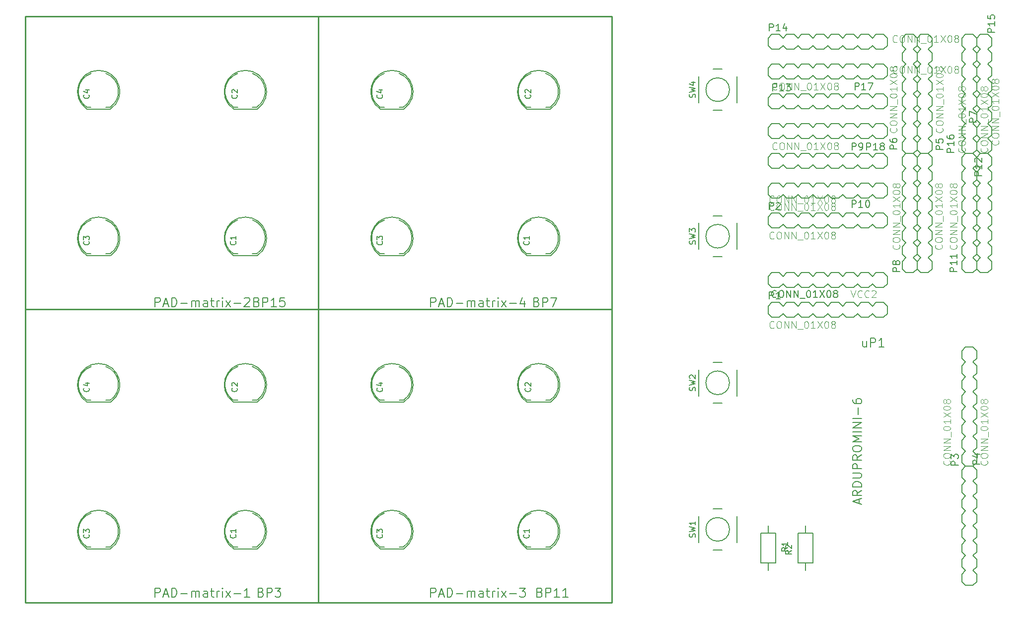
<source format=gto>
G04 #@! TF.FileFunction,Legend,Top*
%FSLAX46Y46*%
G04 Gerber Fmt 4.6, Leading zero omitted, Abs format (unit mm)*
G04 Created by KiCad (PCBNEW 4.0.4-stable) date 11/18/16 11:44:02*
%MOMM*%
%LPD*%
G01*
G04 APERTURE LIST*
%ADD10C,0.100000*%
%ADD11C,0.203200*%
%ADD12C,0.254000*%
%ADD13C,0.127000*%
%ADD14C,0.150000*%
%ADD15C,0.101600*%
%ADD16C,0.152400*%
G04 APERTURE END LIST*
D10*
D11*
X214630000Y-70485000D02*
X214630000Y-71755000D01*
X214630000Y-71755000D02*
X213995000Y-72390000D01*
X212725000Y-72390000D02*
X212090000Y-71755000D01*
X213995000Y-67310000D02*
X214630000Y-67945000D01*
X214630000Y-67945000D02*
X214630000Y-69215000D01*
X214630000Y-69215000D02*
X213995000Y-69850000D01*
X212725000Y-69850000D02*
X212090000Y-69215000D01*
X212090000Y-69215000D02*
X212090000Y-67945000D01*
X212090000Y-67945000D02*
X212725000Y-67310000D01*
X214630000Y-70485000D02*
X213995000Y-69850000D01*
X212725000Y-69850000D02*
X212090000Y-70485000D01*
X212090000Y-71755000D02*
X212090000Y-70485000D01*
X214630000Y-62865000D02*
X214630000Y-64135000D01*
X214630000Y-64135000D02*
X213995000Y-64770000D01*
X212725000Y-64770000D02*
X212090000Y-64135000D01*
X213995000Y-64770000D02*
X214630000Y-65405000D01*
X214630000Y-65405000D02*
X214630000Y-66675000D01*
X214630000Y-66675000D02*
X213995000Y-67310000D01*
X212725000Y-67310000D02*
X212090000Y-66675000D01*
X212090000Y-66675000D02*
X212090000Y-65405000D01*
X212090000Y-65405000D02*
X212725000Y-64770000D01*
X213995000Y-59690000D02*
X214630000Y-60325000D01*
X214630000Y-60325000D02*
X214630000Y-61595000D01*
X214630000Y-61595000D02*
X213995000Y-62230000D01*
X212725000Y-62230000D02*
X212090000Y-61595000D01*
X212090000Y-61595000D02*
X212090000Y-60325000D01*
X212090000Y-60325000D02*
X212725000Y-59690000D01*
X214630000Y-62865000D02*
X213995000Y-62230000D01*
X212725000Y-62230000D02*
X212090000Y-62865000D01*
X212090000Y-64135000D02*
X212090000Y-62865000D01*
X214630000Y-55245000D02*
X214630000Y-56515000D01*
X214630000Y-56515000D02*
X213995000Y-57150000D01*
X212725000Y-57150000D02*
X212090000Y-56515000D01*
X213995000Y-57150000D02*
X214630000Y-57785000D01*
X214630000Y-57785000D02*
X214630000Y-59055000D01*
X214630000Y-59055000D02*
X213995000Y-59690000D01*
X212725000Y-59690000D02*
X212090000Y-59055000D01*
X212090000Y-59055000D02*
X212090000Y-57785000D01*
X212090000Y-57785000D02*
X212725000Y-57150000D01*
X213995000Y-54610000D02*
X212725000Y-54610000D01*
X214630000Y-55245000D02*
X213995000Y-54610000D01*
X212725000Y-54610000D02*
X212090000Y-55245000D01*
X212090000Y-56515000D02*
X212090000Y-55245000D01*
X214630000Y-73025000D02*
X214630000Y-74295000D01*
X214630000Y-74295000D02*
X213995000Y-74930000D01*
X213995000Y-74930000D02*
X212725000Y-74930000D01*
X212725000Y-74930000D02*
X212090000Y-74295000D01*
X214630000Y-73025000D02*
X213995000Y-72390000D01*
X212725000Y-72390000D02*
X212090000Y-73025000D01*
X212090000Y-74295000D02*
X212090000Y-73025000D01*
X209550000Y-59055000D02*
X209550000Y-57785000D01*
X209550000Y-57785000D02*
X210185000Y-57150000D01*
X211455000Y-57150000D02*
X212090000Y-57785000D01*
X210185000Y-62230000D02*
X209550000Y-61595000D01*
X209550000Y-61595000D02*
X209550000Y-60325000D01*
X209550000Y-60325000D02*
X210185000Y-59690000D01*
X211455000Y-59690000D02*
X212090000Y-60325000D01*
X212090000Y-60325000D02*
X212090000Y-61595000D01*
X212090000Y-61595000D02*
X211455000Y-62230000D01*
X209550000Y-59055000D02*
X210185000Y-59690000D01*
X211455000Y-59690000D02*
X212090000Y-59055000D01*
X212090000Y-57785000D02*
X212090000Y-59055000D01*
X209550000Y-66675000D02*
X209550000Y-65405000D01*
X209550000Y-65405000D02*
X210185000Y-64770000D01*
X211455000Y-64770000D02*
X212090000Y-65405000D01*
X210185000Y-64770000D02*
X209550000Y-64135000D01*
X209550000Y-64135000D02*
X209550000Y-62865000D01*
X209550000Y-62865000D02*
X210185000Y-62230000D01*
X211455000Y-62230000D02*
X212090000Y-62865000D01*
X212090000Y-62865000D02*
X212090000Y-64135000D01*
X212090000Y-64135000D02*
X211455000Y-64770000D01*
X210185000Y-69850000D02*
X209550000Y-69215000D01*
X209550000Y-69215000D02*
X209550000Y-67945000D01*
X209550000Y-67945000D02*
X210185000Y-67310000D01*
X211455000Y-67310000D02*
X212090000Y-67945000D01*
X212090000Y-67945000D02*
X212090000Y-69215000D01*
X212090000Y-69215000D02*
X211455000Y-69850000D01*
X209550000Y-66675000D02*
X210185000Y-67310000D01*
X211455000Y-67310000D02*
X212090000Y-66675000D01*
X212090000Y-65405000D02*
X212090000Y-66675000D01*
X209550000Y-74295000D02*
X209550000Y-73025000D01*
X209550000Y-73025000D02*
X210185000Y-72390000D01*
X211455000Y-72390000D02*
X212090000Y-73025000D01*
X210185000Y-72390000D02*
X209550000Y-71755000D01*
X209550000Y-71755000D02*
X209550000Y-70485000D01*
X209550000Y-70485000D02*
X210185000Y-69850000D01*
X211455000Y-69850000D02*
X212090000Y-70485000D01*
X212090000Y-70485000D02*
X212090000Y-71755000D01*
X212090000Y-71755000D02*
X211455000Y-72390000D01*
X210185000Y-74930000D02*
X211455000Y-74930000D01*
X209550000Y-74295000D02*
X210185000Y-74930000D01*
X211455000Y-74930000D02*
X212090000Y-74295000D01*
X212090000Y-73025000D02*
X212090000Y-74295000D01*
X209550000Y-56515000D02*
X209550000Y-55245000D01*
X209550000Y-55245000D02*
X210185000Y-54610000D01*
X210185000Y-54610000D02*
X211455000Y-54610000D01*
X211455000Y-54610000D02*
X212090000Y-55245000D01*
X209550000Y-56515000D02*
X210185000Y-57150000D01*
X211455000Y-57150000D02*
X212090000Y-56515000D01*
X212090000Y-55245000D02*
X212090000Y-56515000D01*
D12*
X110000000Y-151500000D02*
X60000000Y-151500000D01*
X60000000Y-151500000D02*
X60000000Y-101500000D01*
X60000000Y-101500000D02*
X110000000Y-101500000D01*
X110000000Y-101500000D02*
X110000000Y-151500000D01*
D11*
X73750002Y-136250001D02*
G75*
G02X74500000Y-142000000I-1062501J-3062499D01*
G01*
X71250000Y-136250000D02*
G75*
G03X70500000Y-142000000I1062500J-3062500D01*
G01*
X70500000Y-142000000D02*
X71250000Y-142000000D01*
X74500000Y-142000000D02*
X73750000Y-142000000D01*
X73750002Y-111250001D02*
G75*
G02X74500000Y-117000000I-1062501J-3062499D01*
G01*
X71250000Y-111250000D02*
G75*
G03X70500000Y-117000000I1062500J-3062500D01*
G01*
X70500000Y-117000000D02*
X71250000Y-117000000D01*
X74500000Y-117000000D02*
X73750000Y-117000000D01*
X98750002Y-136250001D02*
G75*
G02X99500000Y-142000000I-1062501J-3062499D01*
G01*
X96250000Y-136250000D02*
G75*
G03X95500000Y-142000000I1062500J-3062500D01*
G01*
X95500000Y-142000000D02*
X96250000Y-142000000D01*
X99500000Y-142000000D02*
X98750000Y-142000000D01*
X98750002Y-111250001D02*
G75*
G02X99500000Y-117000000I-1062501J-3062499D01*
G01*
X96250000Y-111250000D02*
G75*
G03X95500000Y-117000000I1062500J-3062500D01*
G01*
X95500000Y-117000000D02*
X96250000Y-117000000D01*
X99500000Y-117000000D02*
X98750000Y-117000000D01*
D13*
X70535000Y-142354000D02*
X74535000Y-142354000D01*
X70535000Y-142354000D02*
G75*
G02X74535000Y-142354000I2000000J3000000D01*
G01*
X70535000Y-117335000D02*
X74535000Y-117335000D01*
X70535000Y-117335000D02*
G75*
G02X74535000Y-117335000I2000000J3000000D01*
G01*
X95554000Y-142354000D02*
X99554000Y-142354000D01*
X95554000Y-142354000D02*
G75*
G02X99554000Y-142354000I2000000J3000000D01*
G01*
X95554000Y-117335000D02*
X99554000Y-117335000D01*
X95554000Y-117335000D02*
G75*
G02X99554000Y-117335000I2000000J3000000D01*
G01*
D12*
X110000000Y-101500000D02*
X60000000Y-101500000D01*
X60000000Y-101500000D02*
X60000000Y-51500000D01*
X60000000Y-51500000D02*
X110000000Y-51500000D01*
X110000000Y-51500000D02*
X110000000Y-101500000D01*
D11*
X73750002Y-86250001D02*
G75*
G02X74500000Y-92000000I-1062501J-3062499D01*
G01*
X71250000Y-86250000D02*
G75*
G03X70500000Y-92000000I1062500J-3062500D01*
G01*
X70500000Y-92000000D02*
X71250000Y-92000000D01*
X74500000Y-92000000D02*
X73750000Y-92000000D01*
X73750002Y-61250001D02*
G75*
G02X74500000Y-67000000I-1062501J-3062499D01*
G01*
X71250000Y-61250000D02*
G75*
G03X70500000Y-67000000I1062500J-3062500D01*
G01*
X70500000Y-67000000D02*
X71250000Y-67000000D01*
X74500000Y-67000000D02*
X73750000Y-67000000D01*
X98750002Y-86250001D02*
G75*
G02X99500000Y-92000000I-1062501J-3062499D01*
G01*
X96250000Y-86250000D02*
G75*
G03X95500000Y-92000000I1062500J-3062500D01*
G01*
X95500000Y-92000000D02*
X96250000Y-92000000D01*
X99500000Y-92000000D02*
X98750000Y-92000000D01*
X98750002Y-61250001D02*
G75*
G02X99500000Y-67000000I-1062501J-3062499D01*
G01*
X96250000Y-61250000D02*
G75*
G03X95500000Y-67000000I1062500J-3062500D01*
G01*
X95500000Y-67000000D02*
X96250000Y-67000000D01*
X99500000Y-67000000D02*
X98750000Y-67000000D01*
D13*
X70535000Y-92354000D02*
X74535000Y-92354000D01*
X70535000Y-92354000D02*
G75*
G02X74535000Y-92354000I2000000J3000000D01*
G01*
X70535000Y-67335000D02*
X74535000Y-67335000D01*
X70535000Y-67335000D02*
G75*
G02X74535000Y-67335000I2000000J3000000D01*
G01*
X95554000Y-92354000D02*
X99554000Y-92354000D01*
X95554000Y-92354000D02*
G75*
G02X99554000Y-92354000I2000000J3000000D01*
G01*
X95554000Y-67335000D02*
X99554000Y-67335000D01*
X95554000Y-67335000D02*
G75*
G02X99554000Y-67335000I2000000J3000000D01*
G01*
D12*
X160000000Y-151500000D02*
X110000000Y-151500000D01*
X110000000Y-151500000D02*
X110000000Y-101500000D01*
X110000000Y-101500000D02*
X160000000Y-101500000D01*
X160000000Y-101500000D02*
X160000000Y-151500000D01*
D11*
X123750002Y-136250001D02*
G75*
G02X124500000Y-142000000I-1062501J-3062499D01*
G01*
X121250000Y-136250000D02*
G75*
G03X120500000Y-142000000I1062500J-3062500D01*
G01*
X120500000Y-142000000D02*
X121250000Y-142000000D01*
X124500000Y-142000000D02*
X123750000Y-142000000D01*
X123750002Y-111250001D02*
G75*
G02X124500000Y-117000000I-1062501J-3062499D01*
G01*
X121250000Y-111250000D02*
G75*
G03X120500000Y-117000000I1062500J-3062500D01*
G01*
X120500000Y-117000000D02*
X121250000Y-117000000D01*
X124500000Y-117000000D02*
X123750000Y-117000000D01*
X148750002Y-136250001D02*
G75*
G02X149500000Y-142000000I-1062501J-3062499D01*
G01*
X146250000Y-136250000D02*
G75*
G03X145500000Y-142000000I1062500J-3062500D01*
G01*
X145500000Y-142000000D02*
X146250000Y-142000000D01*
X149500000Y-142000000D02*
X148750000Y-142000000D01*
X148750002Y-111250001D02*
G75*
G02X149500000Y-117000000I-1062501J-3062499D01*
G01*
X146250000Y-111250000D02*
G75*
G03X145500000Y-117000000I1062500J-3062500D01*
G01*
X145500000Y-117000000D02*
X146250000Y-117000000D01*
X149500000Y-117000000D02*
X148750000Y-117000000D01*
D13*
X120535000Y-142354000D02*
X124535000Y-142354000D01*
X120535000Y-142354000D02*
G75*
G02X124535000Y-142354000I2000000J3000000D01*
G01*
X120535000Y-117335000D02*
X124535000Y-117335000D01*
X120535000Y-117335000D02*
G75*
G02X124535000Y-117335000I2000000J3000000D01*
G01*
X145554000Y-142354000D02*
X149554000Y-142354000D01*
X145554000Y-142354000D02*
G75*
G02X149554000Y-142354000I2000000J3000000D01*
G01*
X145554000Y-117335000D02*
X149554000Y-117335000D01*
X145554000Y-117335000D02*
G75*
G02X149554000Y-117335000I2000000J3000000D01*
G01*
D12*
X160000000Y-101500000D02*
X110000000Y-101500000D01*
X110000000Y-101500000D02*
X110000000Y-51500000D01*
X110000000Y-51500000D02*
X160000000Y-51500000D01*
X160000000Y-51500000D02*
X160000000Y-101500000D01*
D11*
X123750002Y-86250001D02*
G75*
G02X124500000Y-92000000I-1062501J-3062499D01*
G01*
X121250000Y-86250000D02*
G75*
G03X120500000Y-92000000I1062500J-3062500D01*
G01*
X120500000Y-92000000D02*
X121250000Y-92000000D01*
X124500000Y-92000000D02*
X123750000Y-92000000D01*
X123750002Y-61250001D02*
G75*
G02X124500000Y-67000000I-1062501J-3062499D01*
G01*
X121250000Y-61250000D02*
G75*
G03X120500000Y-67000000I1062500J-3062500D01*
G01*
X120500000Y-67000000D02*
X121250000Y-67000000D01*
X124500000Y-67000000D02*
X123750000Y-67000000D01*
X148750002Y-86250001D02*
G75*
G02X149500000Y-92000000I-1062501J-3062499D01*
G01*
X146250000Y-86250000D02*
G75*
G03X145500000Y-92000000I1062500J-3062500D01*
G01*
X145500000Y-92000000D02*
X146250000Y-92000000D01*
X149500000Y-92000000D02*
X148750000Y-92000000D01*
X148750002Y-61250001D02*
G75*
G02X149500000Y-67000000I-1062501J-3062499D01*
G01*
X146250000Y-61250000D02*
G75*
G03X145500000Y-67000000I1062500J-3062500D01*
G01*
X145500000Y-67000000D02*
X146250000Y-67000000D01*
X149500000Y-67000000D02*
X148750000Y-67000000D01*
D13*
X120535000Y-92354000D02*
X124535000Y-92354000D01*
X120535000Y-92354000D02*
G75*
G02X124535000Y-92354000I2000000J3000000D01*
G01*
X120535000Y-67335000D02*
X124535000Y-67335000D01*
X120535000Y-67335000D02*
G75*
G02X124535000Y-67335000I2000000J3000000D01*
G01*
X145554000Y-92354000D02*
X149554000Y-92354000D01*
X145554000Y-92354000D02*
G75*
G02X149554000Y-92354000I2000000J3000000D01*
G01*
X145554000Y-67335000D02*
X149554000Y-67335000D01*
X145554000Y-67335000D02*
G75*
G02X149554000Y-67335000I2000000J3000000D01*
G01*
D14*
X180085564Y-139020000D02*
G75*
G03X180085564Y-139020000I-2015564J0D01*
G01*
X181320000Y-141270000D02*
X181320000Y-136770000D01*
X177320000Y-142520000D02*
X178820000Y-142520000D01*
X174820000Y-136770000D02*
X174820000Y-141270000D01*
X178820000Y-135520000D02*
X177320000Y-135520000D01*
X180085564Y-114020000D02*
G75*
G03X180085564Y-114020000I-2015564J0D01*
G01*
X181320000Y-116270000D02*
X181320000Y-111770000D01*
X177320000Y-117520000D02*
X178820000Y-117520000D01*
X174820000Y-111770000D02*
X174820000Y-116270000D01*
X178820000Y-110520000D02*
X177320000Y-110520000D01*
X180085564Y-89020000D02*
G75*
G03X180085564Y-89020000I-2015564J0D01*
G01*
X181320000Y-91270000D02*
X181320000Y-86770000D01*
X177320000Y-92520000D02*
X178820000Y-92520000D01*
X174820000Y-86770000D02*
X174820000Y-91270000D01*
X178820000Y-85520000D02*
X177320000Y-85520000D01*
X180085564Y-64020000D02*
G75*
G03X180085564Y-64020000I-2015564J0D01*
G01*
X181320000Y-66270000D02*
X181320000Y-61770000D01*
X177320000Y-67520000D02*
X178820000Y-67520000D01*
X174820000Y-61770000D02*
X174820000Y-66270000D01*
X178820000Y-60520000D02*
X177320000Y-60520000D01*
D11*
X202565000Y-95250000D02*
X203835000Y-95250000D01*
X203835000Y-95250000D02*
X204470000Y-95885000D01*
X204470000Y-97155000D02*
X203835000Y-97790000D01*
X199390000Y-95885000D02*
X200025000Y-95250000D01*
X200025000Y-95250000D02*
X201295000Y-95250000D01*
X201295000Y-95250000D02*
X201930000Y-95885000D01*
X201930000Y-97155000D02*
X201295000Y-97790000D01*
X201295000Y-97790000D02*
X200025000Y-97790000D01*
X200025000Y-97790000D02*
X199390000Y-97155000D01*
X202565000Y-95250000D02*
X201930000Y-95885000D01*
X201930000Y-97155000D02*
X202565000Y-97790000D01*
X203835000Y-97790000D02*
X202565000Y-97790000D01*
X194945000Y-95250000D02*
X196215000Y-95250000D01*
X196215000Y-95250000D02*
X196850000Y-95885000D01*
X196850000Y-97155000D02*
X196215000Y-97790000D01*
X196850000Y-95885000D02*
X197485000Y-95250000D01*
X197485000Y-95250000D02*
X198755000Y-95250000D01*
X198755000Y-95250000D02*
X199390000Y-95885000D01*
X199390000Y-97155000D02*
X198755000Y-97790000D01*
X198755000Y-97790000D02*
X197485000Y-97790000D01*
X197485000Y-97790000D02*
X196850000Y-97155000D01*
X191770000Y-95885000D02*
X192405000Y-95250000D01*
X192405000Y-95250000D02*
X193675000Y-95250000D01*
X193675000Y-95250000D02*
X194310000Y-95885000D01*
X194310000Y-97155000D02*
X193675000Y-97790000D01*
X193675000Y-97790000D02*
X192405000Y-97790000D01*
X192405000Y-97790000D02*
X191770000Y-97155000D01*
X194945000Y-95250000D02*
X194310000Y-95885000D01*
X194310000Y-97155000D02*
X194945000Y-97790000D01*
X196215000Y-97790000D02*
X194945000Y-97790000D01*
X187325000Y-95250000D02*
X188595000Y-95250000D01*
X188595000Y-95250000D02*
X189230000Y-95885000D01*
X189230000Y-97155000D02*
X188595000Y-97790000D01*
X189230000Y-95885000D02*
X189865000Y-95250000D01*
X189865000Y-95250000D02*
X191135000Y-95250000D01*
X191135000Y-95250000D02*
X191770000Y-95885000D01*
X191770000Y-97155000D02*
X191135000Y-97790000D01*
X191135000Y-97790000D02*
X189865000Y-97790000D01*
X189865000Y-97790000D02*
X189230000Y-97155000D01*
X186690000Y-95885000D02*
X186690000Y-97155000D01*
X187325000Y-95250000D02*
X186690000Y-95885000D01*
X186690000Y-97155000D02*
X187325000Y-97790000D01*
X188595000Y-97790000D02*
X187325000Y-97790000D01*
X205105000Y-95250000D02*
X206375000Y-95250000D01*
X206375000Y-95250000D02*
X207010000Y-95885000D01*
X207010000Y-95885000D02*
X207010000Y-97155000D01*
X207010000Y-97155000D02*
X206375000Y-97790000D01*
X205105000Y-95250000D02*
X204470000Y-95885000D01*
X204470000Y-97155000D02*
X205105000Y-97790000D01*
X206375000Y-97790000D02*
X205105000Y-97790000D01*
X214630000Y-90805000D02*
X214630000Y-92075000D01*
X214630000Y-92075000D02*
X213995000Y-92710000D01*
X212725000Y-92710000D02*
X212090000Y-92075000D01*
X213995000Y-87630000D02*
X214630000Y-88265000D01*
X214630000Y-88265000D02*
X214630000Y-89535000D01*
X214630000Y-89535000D02*
X213995000Y-90170000D01*
X212725000Y-90170000D02*
X212090000Y-89535000D01*
X212090000Y-89535000D02*
X212090000Y-88265000D01*
X212090000Y-88265000D02*
X212725000Y-87630000D01*
X214630000Y-90805000D02*
X213995000Y-90170000D01*
X212725000Y-90170000D02*
X212090000Y-90805000D01*
X212090000Y-92075000D02*
X212090000Y-90805000D01*
X214630000Y-83185000D02*
X214630000Y-84455000D01*
X214630000Y-84455000D02*
X213995000Y-85090000D01*
X212725000Y-85090000D02*
X212090000Y-84455000D01*
X213995000Y-85090000D02*
X214630000Y-85725000D01*
X214630000Y-85725000D02*
X214630000Y-86995000D01*
X214630000Y-86995000D02*
X213995000Y-87630000D01*
X212725000Y-87630000D02*
X212090000Y-86995000D01*
X212090000Y-86995000D02*
X212090000Y-85725000D01*
X212090000Y-85725000D02*
X212725000Y-85090000D01*
X213995000Y-80010000D02*
X214630000Y-80645000D01*
X214630000Y-80645000D02*
X214630000Y-81915000D01*
X214630000Y-81915000D02*
X213995000Y-82550000D01*
X212725000Y-82550000D02*
X212090000Y-81915000D01*
X212090000Y-81915000D02*
X212090000Y-80645000D01*
X212090000Y-80645000D02*
X212725000Y-80010000D01*
X214630000Y-83185000D02*
X213995000Y-82550000D01*
X212725000Y-82550000D02*
X212090000Y-83185000D01*
X212090000Y-84455000D02*
X212090000Y-83185000D01*
X214630000Y-75565000D02*
X214630000Y-76835000D01*
X214630000Y-76835000D02*
X213995000Y-77470000D01*
X212725000Y-77470000D02*
X212090000Y-76835000D01*
X213995000Y-77470000D02*
X214630000Y-78105000D01*
X214630000Y-78105000D02*
X214630000Y-79375000D01*
X214630000Y-79375000D02*
X213995000Y-80010000D01*
X212725000Y-80010000D02*
X212090000Y-79375000D01*
X212090000Y-79375000D02*
X212090000Y-78105000D01*
X212090000Y-78105000D02*
X212725000Y-77470000D01*
X213995000Y-74930000D02*
X212725000Y-74930000D01*
X214630000Y-75565000D02*
X213995000Y-74930000D01*
X212725000Y-74930000D02*
X212090000Y-75565000D01*
X212090000Y-76835000D02*
X212090000Y-75565000D01*
X214630000Y-93345000D02*
X214630000Y-94615000D01*
X214630000Y-94615000D02*
X213995000Y-95250000D01*
X213995000Y-95250000D02*
X212725000Y-95250000D01*
X212725000Y-95250000D02*
X212090000Y-94615000D01*
X214630000Y-93345000D02*
X213995000Y-92710000D01*
X212725000Y-92710000D02*
X212090000Y-93345000D01*
X212090000Y-94615000D02*
X212090000Y-93345000D01*
X209550000Y-79375000D02*
X209550000Y-78105000D01*
X209550000Y-78105000D02*
X210185000Y-77470000D01*
X211455000Y-77470000D02*
X212090000Y-78105000D01*
X210185000Y-82550000D02*
X209550000Y-81915000D01*
X209550000Y-81915000D02*
X209550000Y-80645000D01*
X209550000Y-80645000D02*
X210185000Y-80010000D01*
X211455000Y-80010000D02*
X212090000Y-80645000D01*
X212090000Y-80645000D02*
X212090000Y-81915000D01*
X212090000Y-81915000D02*
X211455000Y-82550000D01*
X209550000Y-79375000D02*
X210185000Y-80010000D01*
X211455000Y-80010000D02*
X212090000Y-79375000D01*
X212090000Y-78105000D02*
X212090000Y-79375000D01*
X209550000Y-86995000D02*
X209550000Y-85725000D01*
X209550000Y-85725000D02*
X210185000Y-85090000D01*
X211455000Y-85090000D02*
X212090000Y-85725000D01*
X210185000Y-85090000D02*
X209550000Y-84455000D01*
X209550000Y-84455000D02*
X209550000Y-83185000D01*
X209550000Y-83185000D02*
X210185000Y-82550000D01*
X211455000Y-82550000D02*
X212090000Y-83185000D01*
X212090000Y-83185000D02*
X212090000Y-84455000D01*
X212090000Y-84455000D02*
X211455000Y-85090000D01*
X210185000Y-90170000D02*
X209550000Y-89535000D01*
X209550000Y-89535000D02*
X209550000Y-88265000D01*
X209550000Y-88265000D02*
X210185000Y-87630000D01*
X211455000Y-87630000D02*
X212090000Y-88265000D01*
X212090000Y-88265000D02*
X212090000Y-89535000D01*
X212090000Y-89535000D02*
X211455000Y-90170000D01*
X209550000Y-86995000D02*
X210185000Y-87630000D01*
X211455000Y-87630000D02*
X212090000Y-86995000D01*
X212090000Y-85725000D02*
X212090000Y-86995000D01*
X209550000Y-94615000D02*
X209550000Y-93345000D01*
X209550000Y-93345000D02*
X210185000Y-92710000D01*
X211455000Y-92710000D02*
X212090000Y-93345000D01*
X210185000Y-92710000D02*
X209550000Y-92075000D01*
X209550000Y-92075000D02*
X209550000Y-90805000D01*
X209550000Y-90805000D02*
X210185000Y-90170000D01*
X211455000Y-90170000D02*
X212090000Y-90805000D01*
X212090000Y-90805000D02*
X212090000Y-92075000D01*
X212090000Y-92075000D02*
X211455000Y-92710000D01*
X210185000Y-95250000D02*
X211455000Y-95250000D01*
X209550000Y-94615000D02*
X210185000Y-95250000D01*
X211455000Y-95250000D02*
X212090000Y-94615000D01*
X212090000Y-93345000D02*
X212090000Y-94615000D01*
X209550000Y-76835000D02*
X209550000Y-75565000D01*
X209550000Y-75565000D02*
X210185000Y-74930000D01*
X210185000Y-74930000D02*
X211455000Y-74930000D01*
X211455000Y-74930000D02*
X212090000Y-75565000D01*
X209550000Y-76835000D02*
X210185000Y-77470000D01*
X211455000Y-77470000D02*
X212090000Y-76835000D01*
X212090000Y-75565000D02*
X212090000Y-76835000D01*
X202565000Y-74930000D02*
X203835000Y-74930000D01*
X203835000Y-74930000D02*
X204470000Y-75565000D01*
X204470000Y-76835000D02*
X203835000Y-77470000D01*
X199390000Y-75565000D02*
X200025000Y-74930000D01*
X200025000Y-74930000D02*
X201295000Y-74930000D01*
X201295000Y-74930000D02*
X201930000Y-75565000D01*
X201930000Y-76835000D02*
X201295000Y-77470000D01*
X201295000Y-77470000D02*
X200025000Y-77470000D01*
X200025000Y-77470000D02*
X199390000Y-76835000D01*
X202565000Y-74930000D02*
X201930000Y-75565000D01*
X201930000Y-76835000D02*
X202565000Y-77470000D01*
X203835000Y-77470000D02*
X202565000Y-77470000D01*
X194945000Y-74930000D02*
X196215000Y-74930000D01*
X196215000Y-74930000D02*
X196850000Y-75565000D01*
X196850000Y-76835000D02*
X196215000Y-77470000D01*
X196850000Y-75565000D02*
X197485000Y-74930000D01*
X197485000Y-74930000D02*
X198755000Y-74930000D01*
X198755000Y-74930000D02*
X199390000Y-75565000D01*
X199390000Y-76835000D02*
X198755000Y-77470000D01*
X198755000Y-77470000D02*
X197485000Y-77470000D01*
X197485000Y-77470000D02*
X196850000Y-76835000D01*
X191770000Y-75565000D02*
X192405000Y-74930000D01*
X192405000Y-74930000D02*
X193675000Y-74930000D01*
X193675000Y-74930000D02*
X194310000Y-75565000D01*
X194310000Y-76835000D02*
X193675000Y-77470000D01*
X193675000Y-77470000D02*
X192405000Y-77470000D01*
X192405000Y-77470000D02*
X191770000Y-76835000D01*
X194945000Y-74930000D02*
X194310000Y-75565000D01*
X194310000Y-76835000D02*
X194945000Y-77470000D01*
X196215000Y-77470000D02*
X194945000Y-77470000D01*
X187325000Y-74930000D02*
X188595000Y-74930000D01*
X188595000Y-74930000D02*
X189230000Y-75565000D01*
X189230000Y-76835000D02*
X188595000Y-77470000D01*
X189230000Y-75565000D02*
X189865000Y-74930000D01*
X189865000Y-74930000D02*
X191135000Y-74930000D01*
X191135000Y-74930000D02*
X191770000Y-75565000D01*
X191770000Y-76835000D02*
X191135000Y-77470000D01*
X191135000Y-77470000D02*
X189865000Y-77470000D01*
X189865000Y-77470000D02*
X189230000Y-76835000D01*
X186690000Y-75565000D02*
X186690000Y-76835000D01*
X187325000Y-74930000D02*
X186690000Y-75565000D01*
X186690000Y-76835000D02*
X187325000Y-77470000D01*
X188595000Y-77470000D02*
X187325000Y-77470000D01*
X205105000Y-74930000D02*
X206375000Y-74930000D01*
X206375000Y-74930000D02*
X207010000Y-75565000D01*
X207010000Y-75565000D02*
X207010000Y-76835000D01*
X207010000Y-76835000D02*
X206375000Y-77470000D01*
X205105000Y-74930000D02*
X204470000Y-75565000D01*
X204470000Y-76835000D02*
X205105000Y-77470000D01*
X206375000Y-77470000D02*
X205105000Y-77470000D01*
X191135000Y-82550000D02*
X189865000Y-82550000D01*
X189865000Y-82550000D02*
X189230000Y-81915000D01*
X189230000Y-80645000D02*
X189865000Y-80010000D01*
X194310000Y-81915000D02*
X193675000Y-82550000D01*
X193675000Y-82550000D02*
X192405000Y-82550000D01*
X192405000Y-82550000D02*
X191770000Y-81915000D01*
X191770000Y-80645000D02*
X192405000Y-80010000D01*
X192405000Y-80010000D02*
X193675000Y-80010000D01*
X193675000Y-80010000D02*
X194310000Y-80645000D01*
X191135000Y-82550000D02*
X191770000Y-81915000D01*
X191770000Y-80645000D02*
X191135000Y-80010000D01*
X189865000Y-80010000D02*
X191135000Y-80010000D01*
X198755000Y-82550000D02*
X197485000Y-82550000D01*
X197485000Y-82550000D02*
X196850000Y-81915000D01*
X196850000Y-80645000D02*
X197485000Y-80010000D01*
X196850000Y-81915000D02*
X196215000Y-82550000D01*
X196215000Y-82550000D02*
X194945000Y-82550000D01*
X194945000Y-82550000D02*
X194310000Y-81915000D01*
X194310000Y-80645000D02*
X194945000Y-80010000D01*
X194945000Y-80010000D02*
X196215000Y-80010000D01*
X196215000Y-80010000D02*
X196850000Y-80645000D01*
X201930000Y-81915000D02*
X201295000Y-82550000D01*
X201295000Y-82550000D02*
X200025000Y-82550000D01*
X200025000Y-82550000D02*
X199390000Y-81915000D01*
X199390000Y-80645000D02*
X200025000Y-80010000D01*
X200025000Y-80010000D02*
X201295000Y-80010000D01*
X201295000Y-80010000D02*
X201930000Y-80645000D01*
X198755000Y-82550000D02*
X199390000Y-81915000D01*
X199390000Y-80645000D02*
X198755000Y-80010000D01*
X197485000Y-80010000D02*
X198755000Y-80010000D01*
X206375000Y-82550000D02*
X205105000Y-82550000D01*
X205105000Y-82550000D02*
X204470000Y-81915000D01*
X204470000Y-80645000D02*
X205105000Y-80010000D01*
X204470000Y-81915000D02*
X203835000Y-82550000D01*
X203835000Y-82550000D02*
X202565000Y-82550000D01*
X202565000Y-82550000D02*
X201930000Y-81915000D01*
X201930000Y-80645000D02*
X202565000Y-80010000D01*
X202565000Y-80010000D02*
X203835000Y-80010000D01*
X203835000Y-80010000D02*
X204470000Y-80645000D01*
X207010000Y-81915000D02*
X207010000Y-80645000D01*
X206375000Y-82550000D02*
X207010000Y-81915000D01*
X207010000Y-80645000D02*
X206375000Y-80010000D01*
X205105000Y-80010000D02*
X206375000Y-80010000D01*
X188595000Y-82550000D02*
X187325000Y-82550000D01*
X187325000Y-82550000D02*
X186690000Y-81915000D01*
X186690000Y-81915000D02*
X186690000Y-80645000D01*
X186690000Y-80645000D02*
X187325000Y-80010000D01*
X188595000Y-82550000D02*
X189230000Y-81915000D01*
X189230000Y-80645000D02*
X188595000Y-80010000D01*
X187325000Y-80010000D02*
X188595000Y-80010000D01*
X219710000Y-79375000D02*
X219710000Y-78105000D01*
X219710000Y-78105000D02*
X220345000Y-77470000D01*
X221615000Y-77470000D02*
X222250000Y-78105000D01*
X220345000Y-82550000D02*
X219710000Y-81915000D01*
X219710000Y-81915000D02*
X219710000Y-80645000D01*
X219710000Y-80645000D02*
X220345000Y-80010000D01*
X221615000Y-80010000D02*
X222250000Y-80645000D01*
X222250000Y-80645000D02*
X222250000Y-81915000D01*
X222250000Y-81915000D02*
X221615000Y-82550000D01*
X219710000Y-79375000D02*
X220345000Y-80010000D01*
X221615000Y-80010000D02*
X222250000Y-79375000D01*
X222250000Y-78105000D02*
X222250000Y-79375000D01*
X219710000Y-86995000D02*
X219710000Y-85725000D01*
X219710000Y-85725000D02*
X220345000Y-85090000D01*
X221615000Y-85090000D02*
X222250000Y-85725000D01*
X220345000Y-85090000D02*
X219710000Y-84455000D01*
X219710000Y-84455000D02*
X219710000Y-83185000D01*
X219710000Y-83185000D02*
X220345000Y-82550000D01*
X221615000Y-82550000D02*
X222250000Y-83185000D01*
X222250000Y-83185000D02*
X222250000Y-84455000D01*
X222250000Y-84455000D02*
X221615000Y-85090000D01*
X220345000Y-90170000D02*
X219710000Y-89535000D01*
X219710000Y-89535000D02*
X219710000Y-88265000D01*
X219710000Y-88265000D02*
X220345000Y-87630000D01*
X221615000Y-87630000D02*
X222250000Y-88265000D01*
X222250000Y-88265000D02*
X222250000Y-89535000D01*
X222250000Y-89535000D02*
X221615000Y-90170000D01*
X219710000Y-86995000D02*
X220345000Y-87630000D01*
X221615000Y-87630000D02*
X222250000Y-86995000D01*
X222250000Y-85725000D02*
X222250000Y-86995000D01*
X219710000Y-94615000D02*
X219710000Y-93345000D01*
X219710000Y-93345000D02*
X220345000Y-92710000D01*
X221615000Y-92710000D02*
X222250000Y-93345000D01*
X220345000Y-92710000D02*
X219710000Y-92075000D01*
X219710000Y-92075000D02*
X219710000Y-90805000D01*
X219710000Y-90805000D02*
X220345000Y-90170000D01*
X221615000Y-90170000D02*
X222250000Y-90805000D01*
X222250000Y-90805000D02*
X222250000Y-92075000D01*
X222250000Y-92075000D02*
X221615000Y-92710000D01*
X220345000Y-95250000D02*
X221615000Y-95250000D01*
X219710000Y-94615000D02*
X220345000Y-95250000D01*
X221615000Y-95250000D02*
X222250000Y-94615000D01*
X222250000Y-93345000D02*
X222250000Y-94615000D01*
X219710000Y-76835000D02*
X219710000Y-75565000D01*
X219710000Y-75565000D02*
X220345000Y-74930000D01*
X220345000Y-74930000D02*
X221615000Y-74930000D01*
X221615000Y-74930000D02*
X222250000Y-75565000D01*
X219710000Y-76835000D02*
X220345000Y-77470000D01*
X221615000Y-77470000D02*
X222250000Y-76835000D01*
X222250000Y-75565000D02*
X222250000Y-76835000D01*
X224790000Y-90805000D02*
X224790000Y-92075000D01*
X224790000Y-92075000D02*
X224155000Y-92710000D01*
X222885000Y-92710000D02*
X222250000Y-92075000D01*
X224155000Y-87630000D02*
X224790000Y-88265000D01*
X224790000Y-88265000D02*
X224790000Y-89535000D01*
X224790000Y-89535000D02*
X224155000Y-90170000D01*
X222885000Y-90170000D02*
X222250000Y-89535000D01*
X222250000Y-89535000D02*
X222250000Y-88265000D01*
X222250000Y-88265000D02*
X222885000Y-87630000D01*
X224790000Y-90805000D02*
X224155000Y-90170000D01*
X222885000Y-90170000D02*
X222250000Y-90805000D01*
X222250000Y-92075000D02*
X222250000Y-90805000D01*
X224790000Y-83185000D02*
X224790000Y-84455000D01*
X224790000Y-84455000D02*
X224155000Y-85090000D01*
X222885000Y-85090000D02*
X222250000Y-84455000D01*
X224155000Y-85090000D02*
X224790000Y-85725000D01*
X224790000Y-85725000D02*
X224790000Y-86995000D01*
X224790000Y-86995000D02*
X224155000Y-87630000D01*
X222885000Y-87630000D02*
X222250000Y-86995000D01*
X222250000Y-86995000D02*
X222250000Y-85725000D01*
X222250000Y-85725000D02*
X222885000Y-85090000D01*
X224155000Y-80010000D02*
X224790000Y-80645000D01*
X224790000Y-80645000D02*
X224790000Y-81915000D01*
X224790000Y-81915000D02*
X224155000Y-82550000D01*
X222885000Y-82550000D02*
X222250000Y-81915000D01*
X222250000Y-81915000D02*
X222250000Y-80645000D01*
X222250000Y-80645000D02*
X222885000Y-80010000D01*
X224790000Y-83185000D02*
X224155000Y-82550000D01*
X222885000Y-82550000D02*
X222250000Y-83185000D01*
X222250000Y-84455000D02*
X222250000Y-83185000D01*
X224790000Y-75565000D02*
X224790000Y-76835000D01*
X224790000Y-76835000D02*
X224155000Y-77470000D01*
X222885000Y-77470000D02*
X222250000Y-76835000D01*
X224155000Y-77470000D02*
X224790000Y-78105000D01*
X224790000Y-78105000D02*
X224790000Y-79375000D01*
X224790000Y-79375000D02*
X224155000Y-80010000D01*
X222885000Y-80010000D02*
X222250000Y-79375000D01*
X222250000Y-79375000D02*
X222250000Y-78105000D01*
X222250000Y-78105000D02*
X222885000Y-77470000D01*
X224155000Y-74930000D02*
X222885000Y-74930000D01*
X224790000Y-75565000D02*
X224155000Y-74930000D01*
X222885000Y-74930000D02*
X222250000Y-75565000D01*
X222250000Y-76835000D02*
X222250000Y-75565000D01*
X224790000Y-93345000D02*
X224790000Y-94615000D01*
X224790000Y-94615000D02*
X224155000Y-95250000D01*
X224155000Y-95250000D02*
X222885000Y-95250000D01*
X222885000Y-95250000D02*
X222250000Y-94615000D01*
X224790000Y-93345000D02*
X224155000Y-92710000D01*
X222885000Y-92710000D02*
X222250000Y-93345000D01*
X222250000Y-94615000D02*
X222250000Y-93345000D01*
X191135000Y-62230000D02*
X189865000Y-62230000D01*
X189865000Y-62230000D02*
X189230000Y-61595000D01*
X189230000Y-60325000D02*
X189865000Y-59690000D01*
X194310000Y-61595000D02*
X193675000Y-62230000D01*
X193675000Y-62230000D02*
X192405000Y-62230000D01*
X192405000Y-62230000D02*
X191770000Y-61595000D01*
X191770000Y-60325000D02*
X192405000Y-59690000D01*
X192405000Y-59690000D02*
X193675000Y-59690000D01*
X193675000Y-59690000D02*
X194310000Y-60325000D01*
X191135000Y-62230000D02*
X191770000Y-61595000D01*
X191770000Y-60325000D02*
X191135000Y-59690000D01*
X189865000Y-59690000D02*
X191135000Y-59690000D01*
X198755000Y-62230000D02*
X197485000Y-62230000D01*
X197485000Y-62230000D02*
X196850000Y-61595000D01*
X196850000Y-60325000D02*
X197485000Y-59690000D01*
X196850000Y-61595000D02*
X196215000Y-62230000D01*
X196215000Y-62230000D02*
X194945000Y-62230000D01*
X194945000Y-62230000D02*
X194310000Y-61595000D01*
X194310000Y-60325000D02*
X194945000Y-59690000D01*
X194945000Y-59690000D02*
X196215000Y-59690000D01*
X196215000Y-59690000D02*
X196850000Y-60325000D01*
X201930000Y-61595000D02*
X201295000Y-62230000D01*
X201295000Y-62230000D02*
X200025000Y-62230000D01*
X200025000Y-62230000D02*
X199390000Y-61595000D01*
X199390000Y-60325000D02*
X200025000Y-59690000D01*
X200025000Y-59690000D02*
X201295000Y-59690000D01*
X201295000Y-59690000D02*
X201930000Y-60325000D01*
X198755000Y-62230000D02*
X199390000Y-61595000D01*
X199390000Y-60325000D02*
X198755000Y-59690000D01*
X197485000Y-59690000D02*
X198755000Y-59690000D01*
X206375000Y-62230000D02*
X205105000Y-62230000D01*
X205105000Y-62230000D02*
X204470000Y-61595000D01*
X204470000Y-60325000D02*
X205105000Y-59690000D01*
X204470000Y-61595000D02*
X203835000Y-62230000D01*
X203835000Y-62230000D02*
X202565000Y-62230000D01*
X202565000Y-62230000D02*
X201930000Y-61595000D01*
X201930000Y-60325000D02*
X202565000Y-59690000D01*
X202565000Y-59690000D02*
X203835000Y-59690000D01*
X203835000Y-59690000D02*
X204470000Y-60325000D01*
X207010000Y-61595000D02*
X207010000Y-60325000D01*
X206375000Y-62230000D02*
X207010000Y-61595000D01*
X207010000Y-60325000D02*
X206375000Y-59690000D01*
X205105000Y-59690000D02*
X206375000Y-59690000D01*
X188595000Y-62230000D02*
X187325000Y-62230000D01*
X187325000Y-62230000D02*
X186690000Y-61595000D01*
X186690000Y-61595000D02*
X186690000Y-60325000D01*
X186690000Y-60325000D02*
X187325000Y-59690000D01*
X188595000Y-62230000D02*
X189230000Y-61595000D01*
X189230000Y-60325000D02*
X188595000Y-59690000D01*
X187325000Y-59690000D02*
X188595000Y-59690000D01*
X202565000Y-54610000D02*
X203835000Y-54610000D01*
X203835000Y-54610000D02*
X204470000Y-55245000D01*
X204470000Y-56515000D02*
X203835000Y-57150000D01*
X199390000Y-55245000D02*
X200025000Y-54610000D01*
X200025000Y-54610000D02*
X201295000Y-54610000D01*
X201295000Y-54610000D02*
X201930000Y-55245000D01*
X201930000Y-56515000D02*
X201295000Y-57150000D01*
X201295000Y-57150000D02*
X200025000Y-57150000D01*
X200025000Y-57150000D02*
X199390000Y-56515000D01*
X202565000Y-54610000D02*
X201930000Y-55245000D01*
X201930000Y-56515000D02*
X202565000Y-57150000D01*
X203835000Y-57150000D02*
X202565000Y-57150000D01*
X194945000Y-54610000D02*
X196215000Y-54610000D01*
X196215000Y-54610000D02*
X196850000Y-55245000D01*
X196850000Y-56515000D02*
X196215000Y-57150000D01*
X196850000Y-55245000D02*
X197485000Y-54610000D01*
X197485000Y-54610000D02*
X198755000Y-54610000D01*
X198755000Y-54610000D02*
X199390000Y-55245000D01*
X199390000Y-56515000D02*
X198755000Y-57150000D01*
X198755000Y-57150000D02*
X197485000Y-57150000D01*
X197485000Y-57150000D02*
X196850000Y-56515000D01*
X191770000Y-55245000D02*
X192405000Y-54610000D01*
X192405000Y-54610000D02*
X193675000Y-54610000D01*
X193675000Y-54610000D02*
X194310000Y-55245000D01*
X194310000Y-56515000D02*
X193675000Y-57150000D01*
X193675000Y-57150000D02*
X192405000Y-57150000D01*
X192405000Y-57150000D02*
X191770000Y-56515000D01*
X194945000Y-54610000D02*
X194310000Y-55245000D01*
X194310000Y-56515000D02*
X194945000Y-57150000D01*
X196215000Y-57150000D02*
X194945000Y-57150000D01*
X187325000Y-54610000D02*
X188595000Y-54610000D01*
X188595000Y-54610000D02*
X189230000Y-55245000D01*
X189230000Y-56515000D02*
X188595000Y-57150000D01*
X189230000Y-55245000D02*
X189865000Y-54610000D01*
X189865000Y-54610000D02*
X191135000Y-54610000D01*
X191135000Y-54610000D02*
X191770000Y-55245000D01*
X191770000Y-56515000D02*
X191135000Y-57150000D01*
X191135000Y-57150000D02*
X189865000Y-57150000D01*
X189865000Y-57150000D02*
X189230000Y-56515000D01*
X186690000Y-55245000D02*
X186690000Y-56515000D01*
X187325000Y-54610000D02*
X186690000Y-55245000D01*
X186690000Y-56515000D02*
X187325000Y-57150000D01*
X188595000Y-57150000D02*
X187325000Y-57150000D01*
X205105000Y-54610000D02*
X206375000Y-54610000D01*
X206375000Y-54610000D02*
X207010000Y-55245000D01*
X207010000Y-55245000D02*
X207010000Y-56515000D01*
X207010000Y-56515000D02*
X206375000Y-57150000D01*
X205105000Y-54610000D02*
X204470000Y-55245000D01*
X204470000Y-56515000D02*
X205105000Y-57150000D01*
X206375000Y-57150000D02*
X205105000Y-57150000D01*
X224790000Y-70485000D02*
X224790000Y-71755000D01*
X224790000Y-71755000D02*
X224155000Y-72390000D01*
X222885000Y-72390000D02*
X222250000Y-71755000D01*
X224155000Y-67310000D02*
X224790000Y-67945000D01*
X224790000Y-67945000D02*
X224790000Y-69215000D01*
X224790000Y-69215000D02*
X224155000Y-69850000D01*
X222885000Y-69850000D02*
X222250000Y-69215000D01*
X222250000Y-69215000D02*
X222250000Y-67945000D01*
X222250000Y-67945000D02*
X222885000Y-67310000D01*
X224790000Y-70485000D02*
X224155000Y-69850000D01*
X222885000Y-69850000D02*
X222250000Y-70485000D01*
X222250000Y-71755000D02*
X222250000Y-70485000D01*
X224790000Y-62865000D02*
X224790000Y-64135000D01*
X224790000Y-64135000D02*
X224155000Y-64770000D01*
X222885000Y-64770000D02*
X222250000Y-64135000D01*
X224155000Y-64770000D02*
X224790000Y-65405000D01*
X224790000Y-65405000D02*
X224790000Y-66675000D01*
X224790000Y-66675000D02*
X224155000Y-67310000D01*
X222885000Y-67310000D02*
X222250000Y-66675000D01*
X222250000Y-66675000D02*
X222250000Y-65405000D01*
X222250000Y-65405000D02*
X222885000Y-64770000D01*
X224155000Y-59690000D02*
X224790000Y-60325000D01*
X224790000Y-60325000D02*
X224790000Y-61595000D01*
X224790000Y-61595000D02*
X224155000Y-62230000D01*
X222885000Y-62230000D02*
X222250000Y-61595000D01*
X222250000Y-61595000D02*
X222250000Y-60325000D01*
X222250000Y-60325000D02*
X222885000Y-59690000D01*
X224790000Y-62865000D02*
X224155000Y-62230000D01*
X222885000Y-62230000D02*
X222250000Y-62865000D01*
X222250000Y-64135000D02*
X222250000Y-62865000D01*
X224790000Y-55245000D02*
X224790000Y-56515000D01*
X224790000Y-56515000D02*
X224155000Y-57150000D01*
X222885000Y-57150000D02*
X222250000Y-56515000D01*
X224155000Y-57150000D02*
X224790000Y-57785000D01*
X224790000Y-57785000D02*
X224790000Y-59055000D01*
X224790000Y-59055000D02*
X224155000Y-59690000D01*
X222885000Y-59690000D02*
X222250000Y-59055000D01*
X222250000Y-59055000D02*
X222250000Y-57785000D01*
X222250000Y-57785000D02*
X222885000Y-57150000D01*
X224155000Y-54610000D02*
X222885000Y-54610000D01*
X224790000Y-55245000D02*
X224155000Y-54610000D01*
X222885000Y-54610000D02*
X222250000Y-55245000D01*
X222250000Y-56515000D02*
X222250000Y-55245000D01*
X224790000Y-73025000D02*
X224790000Y-74295000D01*
X224790000Y-74295000D02*
X224155000Y-74930000D01*
X224155000Y-74930000D02*
X222885000Y-74930000D01*
X222885000Y-74930000D02*
X222250000Y-74295000D01*
X224790000Y-73025000D02*
X224155000Y-72390000D01*
X222885000Y-72390000D02*
X222250000Y-73025000D01*
X222250000Y-74295000D02*
X222250000Y-73025000D01*
X219710000Y-59055000D02*
X219710000Y-57785000D01*
X219710000Y-57785000D02*
X220345000Y-57150000D01*
X221615000Y-57150000D02*
X222250000Y-57785000D01*
X220345000Y-62230000D02*
X219710000Y-61595000D01*
X219710000Y-61595000D02*
X219710000Y-60325000D01*
X219710000Y-60325000D02*
X220345000Y-59690000D01*
X221615000Y-59690000D02*
X222250000Y-60325000D01*
X222250000Y-60325000D02*
X222250000Y-61595000D01*
X222250000Y-61595000D02*
X221615000Y-62230000D01*
X219710000Y-59055000D02*
X220345000Y-59690000D01*
X221615000Y-59690000D02*
X222250000Y-59055000D01*
X222250000Y-57785000D02*
X222250000Y-59055000D01*
X219710000Y-66675000D02*
X219710000Y-65405000D01*
X219710000Y-65405000D02*
X220345000Y-64770000D01*
X221615000Y-64770000D02*
X222250000Y-65405000D01*
X220345000Y-64770000D02*
X219710000Y-64135000D01*
X219710000Y-64135000D02*
X219710000Y-62865000D01*
X219710000Y-62865000D02*
X220345000Y-62230000D01*
X221615000Y-62230000D02*
X222250000Y-62865000D01*
X222250000Y-62865000D02*
X222250000Y-64135000D01*
X222250000Y-64135000D02*
X221615000Y-64770000D01*
X220345000Y-69850000D02*
X219710000Y-69215000D01*
X219710000Y-69215000D02*
X219710000Y-67945000D01*
X219710000Y-67945000D02*
X220345000Y-67310000D01*
X221615000Y-67310000D02*
X222250000Y-67945000D01*
X222250000Y-67945000D02*
X222250000Y-69215000D01*
X222250000Y-69215000D02*
X221615000Y-69850000D01*
X219710000Y-66675000D02*
X220345000Y-67310000D01*
X221615000Y-67310000D02*
X222250000Y-66675000D01*
X222250000Y-65405000D02*
X222250000Y-66675000D01*
X219710000Y-74295000D02*
X219710000Y-73025000D01*
X219710000Y-73025000D02*
X220345000Y-72390000D01*
X221615000Y-72390000D02*
X222250000Y-73025000D01*
X220345000Y-72390000D02*
X219710000Y-71755000D01*
X219710000Y-71755000D02*
X219710000Y-70485000D01*
X219710000Y-70485000D02*
X220345000Y-69850000D01*
X221615000Y-69850000D02*
X222250000Y-70485000D01*
X222250000Y-70485000D02*
X222250000Y-71755000D01*
X222250000Y-71755000D02*
X221615000Y-72390000D01*
X220345000Y-74930000D02*
X221615000Y-74930000D01*
X219710000Y-74295000D02*
X220345000Y-74930000D01*
X221615000Y-74930000D02*
X222250000Y-74295000D01*
X222250000Y-73025000D02*
X222250000Y-74295000D01*
X219710000Y-56515000D02*
X219710000Y-55245000D01*
X219710000Y-55245000D02*
X220345000Y-54610000D01*
X220345000Y-54610000D02*
X221615000Y-54610000D01*
X221615000Y-54610000D02*
X222250000Y-55245000D01*
X219710000Y-56515000D02*
X220345000Y-57150000D01*
X221615000Y-57150000D02*
X222250000Y-56515000D01*
X222250000Y-55245000D02*
X222250000Y-56515000D01*
X191135000Y-67310000D02*
X189865000Y-67310000D01*
X189865000Y-67310000D02*
X189230000Y-66675000D01*
X189230000Y-65405000D02*
X189865000Y-64770000D01*
X194310000Y-66675000D02*
X193675000Y-67310000D01*
X193675000Y-67310000D02*
X192405000Y-67310000D01*
X192405000Y-67310000D02*
X191770000Y-66675000D01*
X191770000Y-65405000D02*
X192405000Y-64770000D01*
X192405000Y-64770000D02*
X193675000Y-64770000D01*
X193675000Y-64770000D02*
X194310000Y-65405000D01*
X191135000Y-67310000D02*
X191770000Y-66675000D01*
X191770000Y-65405000D02*
X191135000Y-64770000D01*
X189865000Y-64770000D02*
X191135000Y-64770000D01*
X198755000Y-67310000D02*
X197485000Y-67310000D01*
X197485000Y-67310000D02*
X196850000Y-66675000D01*
X196850000Y-65405000D02*
X197485000Y-64770000D01*
X196850000Y-66675000D02*
X196215000Y-67310000D01*
X196215000Y-67310000D02*
X194945000Y-67310000D01*
X194945000Y-67310000D02*
X194310000Y-66675000D01*
X194310000Y-65405000D02*
X194945000Y-64770000D01*
X194945000Y-64770000D02*
X196215000Y-64770000D01*
X196215000Y-64770000D02*
X196850000Y-65405000D01*
X201930000Y-66675000D02*
X201295000Y-67310000D01*
X201295000Y-67310000D02*
X200025000Y-67310000D01*
X200025000Y-67310000D02*
X199390000Y-66675000D01*
X199390000Y-65405000D02*
X200025000Y-64770000D01*
X200025000Y-64770000D02*
X201295000Y-64770000D01*
X201295000Y-64770000D02*
X201930000Y-65405000D01*
X198755000Y-67310000D02*
X199390000Y-66675000D01*
X199390000Y-65405000D02*
X198755000Y-64770000D01*
X197485000Y-64770000D02*
X198755000Y-64770000D01*
X206375000Y-67310000D02*
X205105000Y-67310000D01*
X205105000Y-67310000D02*
X204470000Y-66675000D01*
X204470000Y-65405000D02*
X205105000Y-64770000D01*
X204470000Y-66675000D02*
X203835000Y-67310000D01*
X203835000Y-67310000D02*
X202565000Y-67310000D01*
X202565000Y-67310000D02*
X201930000Y-66675000D01*
X201930000Y-65405000D02*
X202565000Y-64770000D01*
X202565000Y-64770000D02*
X203835000Y-64770000D01*
X203835000Y-64770000D02*
X204470000Y-65405000D01*
X207010000Y-66675000D02*
X207010000Y-65405000D01*
X206375000Y-67310000D02*
X207010000Y-66675000D01*
X207010000Y-65405000D02*
X206375000Y-64770000D01*
X205105000Y-64770000D02*
X206375000Y-64770000D01*
X188595000Y-67310000D02*
X187325000Y-67310000D01*
X187325000Y-67310000D02*
X186690000Y-66675000D01*
X186690000Y-66675000D02*
X186690000Y-65405000D01*
X186690000Y-65405000D02*
X187325000Y-64770000D01*
X188595000Y-67310000D02*
X189230000Y-66675000D01*
X189230000Y-65405000D02*
X188595000Y-64770000D01*
X187325000Y-64770000D02*
X188595000Y-64770000D01*
X202565000Y-69850000D02*
X203835000Y-69850000D01*
X203835000Y-69850000D02*
X204470000Y-70485000D01*
X204470000Y-71755000D02*
X203835000Y-72390000D01*
X199390000Y-70485000D02*
X200025000Y-69850000D01*
X200025000Y-69850000D02*
X201295000Y-69850000D01*
X201295000Y-69850000D02*
X201930000Y-70485000D01*
X201930000Y-71755000D02*
X201295000Y-72390000D01*
X201295000Y-72390000D02*
X200025000Y-72390000D01*
X200025000Y-72390000D02*
X199390000Y-71755000D01*
X202565000Y-69850000D02*
X201930000Y-70485000D01*
X201930000Y-71755000D02*
X202565000Y-72390000D01*
X203835000Y-72390000D02*
X202565000Y-72390000D01*
X194945000Y-69850000D02*
X196215000Y-69850000D01*
X196215000Y-69850000D02*
X196850000Y-70485000D01*
X196850000Y-71755000D02*
X196215000Y-72390000D01*
X196850000Y-70485000D02*
X197485000Y-69850000D01*
X197485000Y-69850000D02*
X198755000Y-69850000D01*
X198755000Y-69850000D02*
X199390000Y-70485000D01*
X199390000Y-71755000D02*
X198755000Y-72390000D01*
X198755000Y-72390000D02*
X197485000Y-72390000D01*
X197485000Y-72390000D02*
X196850000Y-71755000D01*
X191770000Y-70485000D02*
X192405000Y-69850000D01*
X192405000Y-69850000D02*
X193675000Y-69850000D01*
X193675000Y-69850000D02*
X194310000Y-70485000D01*
X194310000Y-71755000D02*
X193675000Y-72390000D01*
X193675000Y-72390000D02*
X192405000Y-72390000D01*
X192405000Y-72390000D02*
X191770000Y-71755000D01*
X194945000Y-69850000D02*
X194310000Y-70485000D01*
X194310000Y-71755000D02*
X194945000Y-72390000D01*
X196215000Y-72390000D02*
X194945000Y-72390000D01*
X187325000Y-69850000D02*
X188595000Y-69850000D01*
X188595000Y-69850000D02*
X189230000Y-70485000D01*
X189230000Y-71755000D02*
X188595000Y-72390000D01*
X189230000Y-70485000D02*
X189865000Y-69850000D01*
X189865000Y-69850000D02*
X191135000Y-69850000D01*
X191135000Y-69850000D02*
X191770000Y-70485000D01*
X191770000Y-71755000D02*
X191135000Y-72390000D01*
X191135000Y-72390000D02*
X189865000Y-72390000D01*
X189865000Y-72390000D02*
X189230000Y-71755000D01*
X186690000Y-70485000D02*
X186690000Y-71755000D01*
X187325000Y-69850000D02*
X186690000Y-70485000D01*
X186690000Y-71755000D02*
X187325000Y-72390000D01*
X188595000Y-72390000D02*
X187325000Y-72390000D01*
X205105000Y-69850000D02*
X206375000Y-69850000D01*
X206375000Y-69850000D02*
X207010000Y-70485000D01*
X207010000Y-70485000D02*
X207010000Y-71755000D01*
X207010000Y-71755000D02*
X206375000Y-72390000D01*
X205105000Y-69850000D02*
X204470000Y-70485000D01*
X204470000Y-71755000D02*
X205105000Y-72390000D01*
X206375000Y-72390000D02*
X205105000Y-72390000D01*
X202565000Y-100330000D02*
X203835000Y-100330000D01*
X203835000Y-100330000D02*
X204470000Y-100965000D01*
X204470000Y-102235000D02*
X203835000Y-102870000D01*
X199390000Y-100965000D02*
X200025000Y-100330000D01*
X200025000Y-100330000D02*
X201295000Y-100330000D01*
X201295000Y-100330000D02*
X201930000Y-100965000D01*
X201930000Y-102235000D02*
X201295000Y-102870000D01*
X201295000Y-102870000D02*
X200025000Y-102870000D01*
X200025000Y-102870000D02*
X199390000Y-102235000D01*
X202565000Y-100330000D02*
X201930000Y-100965000D01*
X201930000Y-102235000D02*
X202565000Y-102870000D01*
X203835000Y-102870000D02*
X202565000Y-102870000D01*
X194945000Y-100330000D02*
X196215000Y-100330000D01*
X196215000Y-100330000D02*
X196850000Y-100965000D01*
X196850000Y-102235000D02*
X196215000Y-102870000D01*
X196850000Y-100965000D02*
X197485000Y-100330000D01*
X197485000Y-100330000D02*
X198755000Y-100330000D01*
X198755000Y-100330000D02*
X199390000Y-100965000D01*
X199390000Y-102235000D02*
X198755000Y-102870000D01*
X198755000Y-102870000D02*
X197485000Y-102870000D01*
X197485000Y-102870000D02*
X196850000Y-102235000D01*
X191770000Y-100965000D02*
X192405000Y-100330000D01*
X192405000Y-100330000D02*
X193675000Y-100330000D01*
X193675000Y-100330000D02*
X194310000Y-100965000D01*
X194310000Y-102235000D02*
X193675000Y-102870000D01*
X193675000Y-102870000D02*
X192405000Y-102870000D01*
X192405000Y-102870000D02*
X191770000Y-102235000D01*
X194945000Y-100330000D02*
X194310000Y-100965000D01*
X194310000Y-102235000D02*
X194945000Y-102870000D01*
X196215000Y-102870000D02*
X194945000Y-102870000D01*
X187325000Y-100330000D02*
X188595000Y-100330000D01*
X188595000Y-100330000D02*
X189230000Y-100965000D01*
X189230000Y-102235000D02*
X188595000Y-102870000D01*
X189230000Y-100965000D02*
X189865000Y-100330000D01*
X189865000Y-100330000D02*
X191135000Y-100330000D01*
X191135000Y-100330000D02*
X191770000Y-100965000D01*
X191770000Y-102235000D02*
X191135000Y-102870000D01*
X191135000Y-102870000D02*
X189865000Y-102870000D01*
X189865000Y-102870000D02*
X189230000Y-102235000D01*
X186690000Y-100965000D02*
X186690000Y-102235000D01*
X187325000Y-100330000D02*
X186690000Y-100965000D01*
X186690000Y-102235000D02*
X187325000Y-102870000D01*
X188595000Y-102870000D02*
X187325000Y-102870000D01*
X205105000Y-100330000D02*
X206375000Y-100330000D01*
X206375000Y-100330000D02*
X207010000Y-100965000D01*
X207010000Y-100965000D02*
X207010000Y-102235000D01*
X207010000Y-102235000D02*
X206375000Y-102870000D01*
X205105000Y-100330000D02*
X204470000Y-100965000D01*
X204470000Y-102235000D02*
X205105000Y-102870000D01*
X206375000Y-102870000D02*
X205105000Y-102870000D01*
X202565000Y-85090000D02*
X203835000Y-85090000D01*
X203835000Y-85090000D02*
X204470000Y-85725000D01*
X204470000Y-86995000D02*
X203835000Y-87630000D01*
X199390000Y-85725000D02*
X200025000Y-85090000D01*
X200025000Y-85090000D02*
X201295000Y-85090000D01*
X201295000Y-85090000D02*
X201930000Y-85725000D01*
X201930000Y-86995000D02*
X201295000Y-87630000D01*
X201295000Y-87630000D02*
X200025000Y-87630000D01*
X200025000Y-87630000D02*
X199390000Y-86995000D01*
X202565000Y-85090000D02*
X201930000Y-85725000D01*
X201930000Y-86995000D02*
X202565000Y-87630000D01*
X203835000Y-87630000D02*
X202565000Y-87630000D01*
X194945000Y-85090000D02*
X196215000Y-85090000D01*
X196215000Y-85090000D02*
X196850000Y-85725000D01*
X196850000Y-86995000D02*
X196215000Y-87630000D01*
X196850000Y-85725000D02*
X197485000Y-85090000D01*
X197485000Y-85090000D02*
X198755000Y-85090000D01*
X198755000Y-85090000D02*
X199390000Y-85725000D01*
X199390000Y-86995000D02*
X198755000Y-87630000D01*
X198755000Y-87630000D02*
X197485000Y-87630000D01*
X197485000Y-87630000D02*
X196850000Y-86995000D01*
X191770000Y-85725000D02*
X192405000Y-85090000D01*
X192405000Y-85090000D02*
X193675000Y-85090000D01*
X193675000Y-85090000D02*
X194310000Y-85725000D01*
X194310000Y-86995000D02*
X193675000Y-87630000D01*
X193675000Y-87630000D02*
X192405000Y-87630000D01*
X192405000Y-87630000D02*
X191770000Y-86995000D01*
X194945000Y-85090000D02*
X194310000Y-85725000D01*
X194310000Y-86995000D02*
X194945000Y-87630000D01*
X196215000Y-87630000D02*
X194945000Y-87630000D01*
X187325000Y-85090000D02*
X188595000Y-85090000D01*
X188595000Y-85090000D02*
X189230000Y-85725000D01*
X189230000Y-86995000D02*
X188595000Y-87630000D01*
X189230000Y-85725000D02*
X189865000Y-85090000D01*
X189865000Y-85090000D02*
X191135000Y-85090000D01*
X191135000Y-85090000D02*
X191770000Y-85725000D01*
X191770000Y-86995000D02*
X191135000Y-87630000D01*
X191135000Y-87630000D02*
X189865000Y-87630000D01*
X189865000Y-87630000D02*
X189230000Y-86995000D01*
X186690000Y-85725000D02*
X186690000Y-86995000D01*
X187325000Y-85090000D02*
X186690000Y-85725000D01*
X186690000Y-86995000D02*
X187325000Y-87630000D01*
X188595000Y-87630000D02*
X187325000Y-87630000D01*
X205105000Y-85090000D02*
X206375000Y-85090000D01*
X206375000Y-85090000D02*
X207010000Y-85725000D01*
X207010000Y-85725000D02*
X207010000Y-86995000D01*
X207010000Y-86995000D02*
X206375000Y-87630000D01*
X205105000Y-85090000D02*
X204470000Y-85725000D01*
X204470000Y-86995000D02*
X205105000Y-87630000D01*
X206375000Y-87630000D02*
X205105000Y-87630000D01*
X219710000Y-112395000D02*
X219710000Y-111125000D01*
X219710000Y-111125000D02*
X220345000Y-110490000D01*
X221615000Y-110490000D02*
X222250000Y-111125000D01*
X220345000Y-115570000D02*
X219710000Y-114935000D01*
X219710000Y-114935000D02*
X219710000Y-113665000D01*
X219710000Y-113665000D02*
X220345000Y-113030000D01*
X221615000Y-113030000D02*
X222250000Y-113665000D01*
X222250000Y-113665000D02*
X222250000Y-114935000D01*
X222250000Y-114935000D02*
X221615000Y-115570000D01*
X219710000Y-112395000D02*
X220345000Y-113030000D01*
X221615000Y-113030000D02*
X222250000Y-112395000D01*
X222250000Y-111125000D02*
X222250000Y-112395000D01*
X219710000Y-120015000D02*
X219710000Y-118745000D01*
X219710000Y-118745000D02*
X220345000Y-118110000D01*
X221615000Y-118110000D02*
X222250000Y-118745000D01*
X220345000Y-118110000D02*
X219710000Y-117475000D01*
X219710000Y-117475000D02*
X219710000Y-116205000D01*
X219710000Y-116205000D02*
X220345000Y-115570000D01*
X221615000Y-115570000D02*
X222250000Y-116205000D01*
X222250000Y-116205000D02*
X222250000Y-117475000D01*
X222250000Y-117475000D02*
X221615000Y-118110000D01*
X220345000Y-123190000D02*
X219710000Y-122555000D01*
X219710000Y-122555000D02*
X219710000Y-121285000D01*
X219710000Y-121285000D02*
X220345000Y-120650000D01*
X221615000Y-120650000D02*
X222250000Y-121285000D01*
X222250000Y-121285000D02*
X222250000Y-122555000D01*
X222250000Y-122555000D02*
X221615000Y-123190000D01*
X219710000Y-120015000D02*
X220345000Y-120650000D01*
X221615000Y-120650000D02*
X222250000Y-120015000D01*
X222250000Y-118745000D02*
X222250000Y-120015000D01*
X219710000Y-127635000D02*
X219710000Y-126365000D01*
X219710000Y-126365000D02*
X220345000Y-125730000D01*
X221615000Y-125730000D02*
X222250000Y-126365000D01*
X220345000Y-125730000D02*
X219710000Y-125095000D01*
X219710000Y-125095000D02*
X219710000Y-123825000D01*
X219710000Y-123825000D02*
X220345000Y-123190000D01*
X221615000Y-123190000D02*
X222250000Y-123825000D01*
X222250000Y-123825000D02*
X222250000Y-125095000D01*
X222250000Y-125095000D02*
X221615000Y-125730000D01*
X220345000Y-128270000D02*
X221615000Y-128270000D01*
X219710000Y-127635000D02*
X220345000Y-128270000D01*
X221615000Y-128270000D02*
X222250000Y-127635000D01*
X222250000Y-126365000D02*
X222250000Y-127635000D01*
X219710000Y-109855000D02*
X219710000Y-108585000D01*
X219710000Y-108585000D02*
X220345000Y-107950000D01*
X220345000Y-107950000D02*
X221615000Y-107950000D01*
X221615000Y-107950000D02*
X222250000Y-108585000D01*
X219710000Y-109855000D02*
X220345000Y-110490000D01*
X221615000Y-110490000D02*
X222250000Y-109855000D01*
X222250000Y-108585000D02*
X222250000Y-109855000D01*
X222250000Y-144145000D02*
X222250000Y-145415000D01*
X222250000Y-145415000D02*
X221615000Y-146050000D01*
X220345000Y-146050000D02*
X219710000Y-145415000D01*
X221615000Y-140970000D02*
X222250000Y-141605000D01*
X222250000Y-141605000D02*
X222250000Y-142875000D01*
X222250000Y-142875000D02*
X221615000Y-143510000D01*
X220345000Y-143510000D02*
X219710000Y-142875000D01*
X219710000Y-142875000D02*
X219710000Y-141605000D01*
X219710000Y-141605000D02*
X220345000Y-140970000D01*
X222250000Y-144145000D02*
X221615000Y-143510000D01*
X220345000Y-143510000D02*
X219710000Y-144145000D01*
X219710000Y-145415000D02*
X219710000Y-144145000D01*
X222250000Y-136525000D02*
X222250000Y-137795000D01*
X222250000Y-137795000D02*
X221615000Y-138430000D01*
X220345000Y-138430000D02*
X219710000Y-137795000D01*
X221615000Y-138430000D02*
X222250000Y-139065000D01*
X222250000Y-139065000D02*
X222250000Y-140335000D01*
X222250000Y-140335000D02*
X221615000Y-140970000D01*
X220345000Y-140970000D02*
X219710000Y-140335000D01*
X219710000Y-140335000D02*
X219710000Y-139065000D01*
X219710000Y-139065000D02*
X220345000Y-138430000D01*
X221615000Y-133350000D02*
X222250000Y-133985000D01*
X222250000Y-133985000D02*
X222250000Y-135255000D01*
X222250000Y-135255000D02*
X221615000Y-135890000D01*
X220345000Y-135890000D02*
X219710000Y-135255000D01*
X219710000Y-135255000D02*
X219710000Y-133985000D01*
X219710000Y-133985000D02*
X220345000Y-133350000D01*
X222250000Y-136525000D02*
X221615000Y-135890000D01*
X220345000Y-135890000D02*
X219710000Y-136525000D01*
X219710000Y-137795000D02*
X219710000Y-136525000D01*
X222250000Y-128905000D02*
X222250000Y-130175000D01*
X222250000Y-130175000D02*
X221615000Y-130810000D01*
X220345000Y-130810000D02*
X219710000Y-130175000D01*
X221615000Y-130810000D02*
X222250000Y-131445000D01*
X222250000Y-131445000D02*
X222250000Y-132715000D01*
X222250000Y-132715000D02*
X221615000Y-133350000D01*
X220345000Y-133350000D02*
X219710000Y-132715000D01*
X219710000Y-132715000D02*
X219710000Y-131445000D01*
X219710000Y-131445000D02*
X220345000Y-130810000D01*
X221615000Y-128270000D02*
X220345000Y-128270000D01*
X222250000Y-128905000D02*
X221615000Y-128270000D01*
X220345000Y-128270000D02*
X219710000Y-128905000D01*
X219710000Y-130175000D02*
X219710000Y-128905000D01*
X222250000Y-146685000D02*
X222250000Y-147955000D01*
X222250000Y-147955000D02*
X221615000Y-148590000D01*
X221615000Y-148590000D02*
X220345000Y-148590000D01*
X220345000Y-148590000D02*
X219710000Y-147955000D01*
X222250000Y-146685000D02*
X221615000Y-146050000D01*
X220345000Y-146050000D02*
X219710000Y-146685000D01*
X219710000Y-147955000D02*
X219710000Y-146685000D01*
D14*
X191770000Y-144780000D02*
X191770000Y-139700000D01*
X191770000Y-139700000D02*
X194310000Y-139700000D01*
X194310000Y-139700000D02*
X194310000Y-144780000D01*
X194310000Y-144780000D02*
X191770000Y-144780000D01*
X193040000Y-144780000D02*
X193040000Y-146050000D01*
X193040000Y-139700000D02*
X193040000Y-138430000D01*
X187960000Y-139700000D02*
X187960000Y-144780000D01*
X187960000Y-144780000D02*
X185420000Y-144780000D01*
X185420000Y-144780000D02*
X185420000Y-139700000D01*
X185420000Y-139700000D02*
X187960000Y-139700000D01*
X186690000Y-139700000D02*
X186690000Y-138430000D01*
X186690000Y-144780000D02*
X186690000Y-146050000D01*
D13*
X216482548Y-74252270D02*
X215276048Y-74252270D01*
X215276048Y-73792651D01*
X215333500Y-73677746D01*
X215390952Y-73620294D01*
X215505857Y-73562842D01*
X215678214Y-73562842D01*
X215793119Y-73620294D01*
X215850571Y-73677746D01*
X215908024Y-73792651D01*
X215908024Y-74252270D01*
X215276048Y-72471246D02*
X215276048Y-73045770D01*
X215850571Y-73103222D01*
X215793119Y-73045770D01*
X215735667Y-72930865D01*
X215735667Y-72643603D01*
X215793119Y-72528699D01*
X215850571Y-72471246D01*
X215965476Y-72413794D01*
X216252738Y-72413794D01*
X216367643Y-72471246D01*
X216425095Y-72528699D01*
X216482548Y-72643603D01*
X216482548Y-72930865D01*
X216425095Y-73045770D01*
X216367643Y-73103222D01*
D15*
X216367643Y-70562842D02*
X216425095Y-70620294D01*
X216482548Y-70792651D01*
X216482548Y-70907556D01*
X216425095Y-71079913D01*
X216310190Y-71194818D01*
X216195286Y-71252270D01*
X215965476Y-71309722D01*
X215793119Y-71309722D01*
X215563310Y-71252270D01*
X215448405Y-71194818D01*
X215333500Y-71079913D01*
X215276048Y-70907556D01*
X215276048Y-70792651D01*
X215333500Y-70620294D01*
X215390952Y-70562842D01*
X215276048Y-69815961D02*
X215276048Y-69586151D01*
X215333500Y-69471246D01*
X215448405Y-69356342D01*
X215678214Y-69298889D01*
X216080381Y-69298889D01*
X216310190Y-69356342D01*
X216425095Y-69471246D01*
X216482548Y-69586151D01*
X216482548Y-69815961D01*
X216425095Y-69930865D01*
X216310190Y-70045770D01*
X216080381Y-70103222D01*
X215678214Y-70103222D01*
X215448405Y-70045770D01*
X215333500Y-69930865D01*
X215276048Y-69815961D01*
X216482548Y-68781818D02*
X215276048Y-68781818D01*
X216482548Y-68092390D01*
X215276048Y-68092390D01*
X216482548Y-67517866D02*
X215276048Y-67517866D01*
X216482548Y-66828438D01*
X215276048Y-66828438D01*
X216597452Y-66541176D02*
X216597452Y-65621938D01*
X215276048Y-65104867D02*
X215276048Y-64989962D01*
X215333500Y-64875057D01*
X215390952Y-64817605D01*
X215505857Y-64760152D01*
X215735667Y-64702700D01*
X216022929Y-64702700D01*
X216252738Y-64760152D01*
X216367643Y-64817605D01*
X216425095Y-64875057D01*
X216482548Y-64989962D01*
X216482548Y-65104867D01*
X216425095Y-65219771D01*
X216367643Y-65277224D01*
X216252738Y-65334676D01*
X216022929Y-65392128D01*
X215735667Y-65392128D01*
X215505857Y-65334676D01*
X215390952Y-65277224D01*
X215333500Y-65219771D01*
X215276048Y-65104867D01*
X216482548Y-63553652D02*
X216482548Y-64243080D01*
X216482548Y-63898366D02*
X215276048Y-63898366D01*
X215448405Y-64013271D01*
X215563310Y-64128176D01*
X215620762Y-64243080D01*
X215276048Y-63151485D02*
X216482548Y-62347152D01*
X215276048Y-62347152D02*
X216482548Y-63151485D01*
X215276048Y-61657723D02*
X215276048Y-61542818D01*
X215333500Y-61427913D01*
X215390952Y-61370461D01*
X215505857Y-61313008D01*
X215735667Y-61255556D01*
X216022929Y-61255556D01*
X216252738Y-61313008D01*
X216367643Y-61370461D01*
X216425095Y-61427913D01*
X216482548Y-61542818D01*
X216482548Y-61657723D01*
X216425095Y-61772627D01*
X216367643Y-61830080D01*
X216252738Y-61887532D01*
X216022929Y-61944984D01*
X215735667Y-61944984D01*
X215505857Y-61887532D01*
X215390952Y-61830080D01*
X215333500Y-61772627D01*
X215276048Y-61657723D01*
X215793119Y-60566127D02*
X215735667Y-60681032D01*
X215678214Y-60738484D01*
X215563310Y-60795936D01*
X215505857Y-60795936D01*
X215390952Y-60738484D01*
X215333500Y-60681032D01*
X215276048Y-60566127D01*
X215276048Y-60336317D01*
X215333500Y-60221413D01*
X215390952Y-60163960D01*
X215505857Y-60106508D01*
X215563310Y-60106508D01*
X215678214Y-60163960D01*
X215735667Y-60221413D01*
X215793119Y-60336317D01*
X215793119Y-60566127D01*
X215850571Y-60681032D01*
X215908024Y-60738484D01*
X216022929Y-60795936D01*
X216252738Y-60795936D01*
X216367643Y-60738484D01*
X216425095Y-60681032D01*
X216482548Y-60566127D01*
X216482548Y-60336317D01*
X216425095Y-60221413D01*
X216367643Y-60163960D01*
X216252738Y-60106508D01*
X216022929Y-60106508D01*
X215908024Y-60163960D01*
X215850571Y-60221413D01*
X215793119Y-60336317D01*
D13*
X208632548Y-74152270D02*
X207426048Y-74152270D01*
X207426048Y-73692651D01*
X207483500Y-73577746D01*
X207540952Y-73520294D01*
X207655857Y-73462842D01*
X207828214Y-73462842D01*
X207943119Y-73520294D01*
X208000571Y-73577746D01*
X208058024Y-73692651D01*
X208058024Y-74152270D01*
X207426048Y-72428699D02*
X207426048Y-72658508D01*
X207483500Y-72773413D01*
X207540952Y-72830865D01*
X207713310Y-72945770D01*
X207943119Y-73003222D01*
X208402738Y-73003222D01*
X208517643Y-72945770D01*
X208575095Y-72888318D01*
X208632548Y-72773413D01*
X208632548Y-72543603D01*
X208575095Y-72428699D01*
X208517643Y-72371246D01*
X208402738Y-72313794D01*
X208115476Y-72313794D01*
X208000571Y-72371246D01*
X207943119Y-72428699D01*
X207885667Y-72543603D01*
X207885667Y-72773413D01*
X207943119Y-72888318D01*
X208000571Y-72945770D01*
X208115476Y-73003222D01*
D15*
X208517643Y-70562842D02*
X208575095Y-70620294D01*
X208632548Y-70792651D01*
X208632548Y-70907556D01*
X208575095Y-71079913D01*
X208460190Y-71194818D01*
X208345286Y-71252270D01*
X208115476Y-71309722D01*
X207943119Y-71309722D01*
X207713310Y-71252270D01*
X207598405Y-71194818D01*
X207483500Y-71079913D01*
X207426048Y-70907556D01*
X207426048Y-70792651D01*
X207483500Y-70620294D01*
X207540952Y-70562842D01*
X207426048Y-69815961D02*
X207426048Y-69586151D01*
X207483500Y-69471246D01*
X207598405Y-69356342D01*
X207828214Y-69298889D01*
X208230381Y-69298889D01*
X208460190Y-69356342D01*
X208575095Y-69471246D01*
X208632548Y-69586151D01*
X208632548Y-69815961D01*
X208575095Y-69930865D01*
X208460190Y-70045770D01*
X208230381Y-70103222D01*
X207828214Y-70103222D01*
X207598405Y-70045770D01*
X207483500Y-69930865D01*
X207426048Y-69815961D01*
X208632548Y-68781818D02*
X207426048Y-68781818D01*
X208632548Y-68092390D01*
X207426048Y-68092390D01*
X208632548Y-67517866D02*
X207426048Y-67517866D01*
X208632548Y-66828438D01*
X207426048Y-66828438D01*
X208747452Y-66541176D02*
X208747452Y-65621938D01*
X207426048Y-65104867D02*
X207426048Y-64989962D01*
X207483500Y-64875057D01*
X207540952Y-64817605D01*
X207655857Y-64760152D01*
X207885667Y-64702700D01*
X208172929Y-64702700D01*
X208402738Y-64760152D01*
X208517643Y-64817605D01*
X208575095Y-64875057D01*
X208632548Y-64989962D01*
X208632548Y-65104867D01*
X208575095Y-65219771D01*
X208517643Y-65277224D01*
X208402738Y-65334676D01*
X208172929Y-65392128D01*
X207885667Y-65392128D01*
X207655857Y-65334676D01*
X207540952Y-65277224D01*
X207483500Y-65219771D01*
X207426048Y-65104867D01*
X208632548Y-63553652D02*
X208632548Y-64243080D01*
X208632548Y-63898366D02*
X207426048Y-63898366D01*
X207598405Y-64013271D01*
X207713310Y-64128176D01*
X207770762Y-64243080D01*
X207426048Y-63151485D02*
X208632548Y-62347152D01*
X207426048Y-62347152D02*
X208632548Y-63151485D01*
X207426048Y-61657723D02*
X207426048Y-61542818D01*
X207483500Y-61427913D01*
X207540952Y-61370461D01*
X207655857Y-61313008D01*
X207885667Y-61255556D01*
X208172929Y-61255556D01*
X208402738Y-61313008D01*
X208517643Y-61370461D01*
X208575095Y-61427913D01*
X208632548Y-61542818D01*
X208632548Y-61657723D01*
X208575095Y-61772627D01*
X208517643Y-61830080D01*
X208402738Y-61887532D01*
X208172929Y-61944984D01*
X207885667Y-61944984D01*
X207655857Y-61887532D01*
X207540952Y-61830080D01*
X207483500Y-61772627D01*
X207426048Y-61657723D01*
X207943119Y-60566127D02*
X207885667Y-60681032D01*
X207828214Y-60738484D01*
X207713310Y-60795936D01*
X207655857Y-60795936D01*
X207540952Y-60738484D01*
X207483500Y-60681032D01*
X207426048Y-60566127D01*
X207426048Y-60336317D01*
X207483500Y-60221413D01*
X207540952Y-60163960D01*
X207655857Y-60106508D01*
X207713310Y-60106508D01*
X207828214Y-60163960D01*
X207885667Y-60221413D01*
X207943119Y-60336317D01*
X207943119Y-60566127D01*
X208000571Y-60681032D01*
X208058024Y-60738484D01*
X208172929Y-60795936D01*
X208402738Y-60795936D01*
X208517643Y-60738484D01*
X208575095Y-60681032D01*
X208632548Y-60566127D01*
X208632548Y-60336317D01*
X208575095Y-60221413D01*
X208517643Y-60163960D01*
X208402738Y-60106508D01*
X208172929Y-60106508D01*
X208058024Y-60163960D01*
X208000571Y-60221413D01*
X207943119Y-60336317D01*
D14*
X82150857Y-150549429D02*
X82150857Y-149025429D01*
X82731429Y-149025429D01*
X82876571Y-149098000D01*
X82949143Y-149170571D01*
X83021714Y-149315714D01*
X83021714Y-149533429D01*
X82949143Y-149678571D01*
X82876571Y-149751143D01*
X82731429Y-149823714D01*
X82150857Y-149823714D01*
X83602286Y-150114000D02*
X84328000Y-150114000D01*
X83457143Y-150549429D02*
X83965143Y-149025429D01*
X84473143Y-150549429D01*
X84981143Y-150549429D02*
X84981143Y-149025429D01*
X85344000Y-149025429D01*
X85561715Y-149098000D01*
X85706857Y-149243143D01*
X85779429Y-149388286D01*
X85852000Y-149678571D01*
X85852000Y-149896286D01*
X85779429Y-150186571D01*
X85706857Y-150331714D01*
X85561715Y-150476857D01*
X85344000Y-150549429D01*
X84981143Y-150549429D01*
X86505143Y-149968857D02*
X87666286Y-149968857D01*
X88392000Y-150549429D02*
X88392000Y-149533429D01*
X88392000Y-149678571D02*
X88464572Y-149606000D01*
X88609714Y-149533429D01*
X88827429Y-149533429D01*
X88972572Y-149606000D01*
X89045143Y-149751143D01*
X89045143Y-150549429D01*
X89045143Y-149751143D02*
X89117714Y-149606000D01*
X89262857Y-149533429D01*
X89480572Y-149533429D01*
X89625714Y-149606000D01*
X89698286Y-149751143D01*
X89698286Y-150549429D01*
X91077143Y-150549429D02*
X91077143Y-149751143D01*
X91004572Y-149606000D01*
X90859429Y-149533429D01*
X90569143Y-149533429D01*
X90424000Y-149606000D01*
X91077143Y-150476857D02*
X90932000Y-150549429D01*
X90569143Y-150549429D01*
X90424000Y-150476857D01*
X90351429Y-150331714D01*
X90351429Y-150186571D01*
X90424000Y-150041429D01*
X90569143Y-149968857D01*
X90932000Y-149968857D01*
X91077143Y-149896286D01*
X91585143Y-149533429D02*
X92165714Y-149533429D01*
X91802857Y-149025429D02*
X91802857Y-150331714D01*
X91875429Y-150476857D01*
X92020571Y-150549429D01*
X92165714Y-150549429D01*
X92673714Y-150549429D02*
X92673714Y-149533429D01*
X92673714Y-149823714D02*
X92746286Y-149678571D01*
X92818857Y-149606000D01*
X92964000Y-149533429D01*
X93109143Y-149533429D01*
X93617143Y-150549429D02*
X93617143Y-149533429D01*
X93617143Y-149025429D02*
X93544572Y-149098000D01*
X93617143Y-149170571D01*
X93689715Y-149098000D01*
X93617143Y-149025429D01*
X93617143Y-149170571D01*
X94197714Y-150549429D02*
X94996000Y-149533429D01*
X94197714Y-149533429D02*
X94996000Y-150549429D01*
X95576571Y-149968857D02*
X96737714Y-149968857D01*
X98261714Y-150549429D02*
X97390857Y-150549429D01*
X97826285Y-150549429D02*
X97826285Y-149025429D01*
X97681142Y-149243143D01*
X97536000Y-149388286D01*
X97390857Y-149460857D01*
X100221143Y-149751143D02*
X100438857Y-149823714D01*
X100511429Y-149896286D01*
X100584000Y-150041429D01*
X100584000Y-150259143D01*
X100511429Y-150404286D01*
X100438857Y-150476857D01*
X100293715Y-150549429D01*
X99713143Y-150549429D01*
X99713143Y-149025429D01*
X100221143Y-149025429D01*
X100366286Y-149098000D01*
X100438857Y-149170571D01*
X100511429Y-149315714D01*
X100511429Y-149460857D01*
X100438857Y-149606000D01*
X100366286Y-149678571D01*
X100221143Y-149751143D01*
X99713143Y-149751143D01*
X101237143Y-150549429D02*
X101237143Y-149025429D01*
X101817715Y-149025429D01*
X101962857Y-149098000D01*
X102035429Y-149170571D01*
X102108000Y-149315714D01*
X102108000Y-149533429D01*
X102035429Y-149678571D01*
X101962857Y-149751143D01*
X101817715Y-149823714D01*
X101237143Y-149823714D01*
X102616000Y-149025429D02*
X103559429Y-149025429D01*
X103051429Y-149606000D01*
X103269143Y-149606000D01*
X103414286Y-149678571D01*
X103486857Y-149751143D01*
X103559429Y-149896286D01*
X103559429Y-150259143D01*
X103486857Y-150404286D01*
X103414286Y-150476857D01*
X103269143Y-150549429D01*
X102833715Y-150549429D01*
X102688572Y-150476857D01*
X102616000Y-150404286D01*
D16*
X70844714Y-139910867D02*
X70890676Y-139956829D01*
X70936638Y-140094714D01*
X70936638Y-140186638D01*
X70890676Y-140324524D01*
X70798752Y-140416448D01*
X70706829Y-140462409D01*
X70522981Y-140508371D01*
X70385095Y-140508371D01*
X70201248Y-140462409D01*
X70109324Y-140416448D01*
X70017400Y-140324524D01*
X69971438Y-140186638D01*
X69971438Y-140094714D01*
X70017400Y-139956829D01*
X70063362Y-139910867D01*
X69971438Y-139589133D02*
X69971438Y-138991629D01*
X70339133Y-139313362D01*
X70339133Y-139175476D01*
X70385095Y-139083552D01*
X70431057Y-139037590D01*
X70522981Y-138991629D01*
X70752790Y-138991629D01*
X70844714Y-139037590D01*
X70890676Y-139083552D01*
X70936638Y-139175476D01*
X70936638Y-139451248D01*
X70890676Y-139543171D01*
X70844714Y-139589133D01*
X70844714Y-114910867D02*
X70890676Y-114956829D01*
X70936638Y-115094714D01*
X70936638Y-115186638D01*
X70890676Y-115324524D01*
X70798752Y-115416448D01*
X70706829Y-115462409D01*
X70522981Y-115508371D01*
X70385095Y-115508371D01*
X70201248Y-115462409D01*
X70109324Y-115416448D01*
X70017400Y-115324524D01*
X69971438Y-115186638D01*
X69971438Y-115094714D01*
X70017400Y-114956829D01*
X70063362Y-114910867D01*
X70293171Y-114083552D02*
X70936638Y-114083552D01*
X69925476Y-114313362D02*
X70614905Y-114543171D01*
X70614905Y-113945667D01*
X95844714Y-139910867D02*
X95890676Y-139956829D01*
X95936638Y-140094714D01*
X95936638Y-140186638D01*
X95890676Y-140324524D01*
X95798752Y-140416448D01*
X95706829Y-140462409D01*
X95522981Y-140508371D01*
X95385095Y-140508371D01*
X95201248Y-140462409D01*
X95109324Y-140416448D01*
X95017400Y-140324524D01*
X94971438Y-140186638D01*
X94971438Y-140094714D01*
X95017400Y-139956829D01*
X95063362Y-139910867D01*
X95936638Y-138991629D02*
X95936638Y-139543171D01*
X95936638Y-139267400D02*
X94971438Y-139267400D01*
X95109324Y-139359324D01*
X95201248Y-139451248D01*
X95247210Y-139543171D01*
X96094714Y-114910867D02*
X96140676Y-114956829D01*
X96186638Y-115094714D01*
X96186638Y-115186638D01*
X96140676Y-115324524D01*
X96048752Y-115416448D01*
X95956829Y-115462409D01*
X95772981Y-115508371D01*
X95635095Y-115508371D01*
X95451248Y-115462409D01*
X95359324Y-115416448D01*
X95267400Y-115324524D01*
X95221438Y-115186638D01*
X95221438Y-115094714D01*
X95267400Y-114956829D01*
X95313362Y-114910867D01*
X95313362Y-114543171D02*
X95267400Y-114497209D01*
X95221438Y-114405286D01*
X95221438Y-114175476D01*
X95267400Y-114083552D01*
X95313362Y-114037590D01*
X95405286Y-113991629D01*
X95497210Y-113991629D01*
X95635095Y-114037590D01*
X96186638Y-114589133D01*
X96186638Y-113991629D01*
D14*
X82150857Y-101019429D02*
X82150857Y-99495429D01*
X82731429Y-99495429D01*
X82876571Y-99568000D01*
X82949143Y-99640571D01*
X83021714Y-99785714D01*
X83021714Y-100003429D01*
X82949143Y-100148571D01*
X82876571Y-100221143D01*
X82731429Y-100293714D01*
X82150857Y-100293714D01*
X83602286Y-100584000D02*
X84328000Y-100584000D01*
X83457143Y-101019429D02*
X83965143Y-99495429D01*
X84473143Y-101019429D01*
X84981143Y-101019429D02*
X84981143Y-99495429D01*
X85344000Y-99495429D01*
X85561715Y-99568000D01*
X85706857Y-99713143D01*
X85779429Y-99858286D01*
X85852000Y-100148571D01*
X85852000Y-100366286D01*
X85779429Y-100656571D01*
X85706857Y-100801714D01*
X85561715Y-100946857D01*
X85344000Y-101019429D01*
X84981143Y-101019429D01*
X86505143Y-100438857D02*
X87666286Y-100438857D01*
X88392000Y-101019429D02*
X88392000Y-100003429D01*
X88392000Y-100148571D02*
X88464572Y-100076000D01*
X88609714Y-100003429D01*
X88827429Y-100003429D01*
X88972572Y-100076000D01*
X89045143Y-100221143D01*
X89045143Y-101019429D01*
X89045143Y-100221143D02*
X89117714Y-100076000D01*
X89262857Y-100003429D01*
X89480572Y-100003429D01*
X89625714Y-100076000D01*
X89698286Y-100221143D01*
X89698286Y-101019429D01*
X91077143Y-101019429D02*
X91077143Y-100221143D01*
X91004572Y-100076000D01*
X90859429Y-100003429D01*
X90569143Y-100003429D01*
X90424000Y-100076000D01*
X91077143Y-100946857D02*
X90932000Y-101019429D01*
X90569143Y-101019429D01*
X90424000Y-100946857D01*
X90351429Y-100801714D01*
X90351429Y-100656571D01*
X90424000Y-100511429D01*
X90569143Y-100438857D01*
X90932000Y-100438857D01*
X91077143Y-100366286D01*
X91585143Y-100003429D02*
X92165714Y-100003429D01*
X91802857Y-99495429D02*
X91802857Y-100801714D01*
X91875429Y-100946857D01*
X92020571Y-101019429D01*
X92165714Y-101019429D01*
X92673714Y-101019429D02*
X92673714Y-100003429D01*
X92673714Y-100293714D02*
X92746286Y-100148571D01*
X92818857Y-100076000D01*
X92964000Y-100003429D01*
X93109143Y-100003429D01*
X93617143Y-101019429D02*
X93617143Y-100003429D01*
X93617143Y-99495429D02*
X93544572Y-99568000D01*
X93617143Y-99640571D01*
X93689715Y-99568000D01*
X93617143Y-99495429D01*
X93617143Y-99640571D01*
X94197714Y-101019429D02*
X94996000Y-100003429D01*
X94197714Y-100003429D02*
X94996000Y-101019429D01*
X95576571Y-100438857D02*
X96737714Y-100438857D01*
X97390857Y-99640571D02*
X97463428Y-99568000D01*
X97608571Y-99495429D01*
X97971428Y-99495429D01*
X98116571Y-99568000D01*
X98189142Y-99640571D01*
X98261714Y-99785714D01*
X98261714Y-99930857D01*
X98189142Y-100148571D01*
X97318285Y-101019429D01*
X98261714Y-101019429D01*
X99495428Y-100221143D02*
X99713142Y-100293714D01*
X99785714Y-100366286D01*
X99858285Y-100511429D01*
X99858285Y-100729143D01*
X99785714Y-100874286D01*
X99713142Y-100946857D01*
X99568000Y-101019429D01*
X98987428Y-101019429D01*
X98987428Y-99495429D01*
X99495428Y-99495429D01*
X99640571Y-99568000D01*
X99713142Y-99640571D01*
X99785714Y-99785714D01*
X99785714Y-99930857D01*
X99713142Y-100076000D01*
X99640571Y-100148571D01*
X99495428Y-100221143D01*
X98987428Y-100221143D01*
X100511428Y-101019429D02*
X100511428Y-99495429D01*
X101092000Y-99495429D01*
X101237142Y-99568000D01*
X101309714Y-99640571D01*
X101382285Y-99785714D01*
X101382285Y-100003429D01*
X101309714Y-100148571D01*
X101237142Y-100221143D01*
X101092000Y-100293714D01*
X100511428Y-100293714D01*
X102833714Y-101019429D02*
X101962857Y-101019429D01*
X102398285Y-101019429D02*
X102398285Y-99495429D01*
X102253142Y-99713143D01*
X102108000Y-99858286D01*
X101962857Y-99930857D01*
X104212571Y-99495429D02*
X103486857Y-99495429D01*
X103414286Y-100221143D01*
X103486857Y-100148571D01*
X103632000Y-100076000D01*
X103994857Y-100076000D01*
X104140000Y-100148571D01*
X104212571Y-100221143D01*
X104285143Y-100366286D01*
X104285143Y-100729143D01*
X104212571Y-100874286D01*
X104140000Y-100946857D01*
X103994857Y-101019429D01*
X103632000Y-101019429D01*
X103486857Y-100946857D01*
X103414286Y-100874286D01*
D16*
X70844714Y-89910867D02*
X70890676Y-89956829D01*
X70936638Y-90094714D01*
X70936638Y-90186638D01*
X70890676Y-90324524D01*
X70798752Y-90416448D01*
X70706829Y-90462409D01*
X70522981Y-90508371D01*
X70385095Y-90508371D01*
X70201248Y-90462409D01*
X70109324Y-90416448D01*
X70017400Y-90324524D01*
X69971438Y-90186638D01*
X69971438Y-90094714D01*
X70017400Y-89956829D01*
X70063362Y-89910867D01*
X69971438Y-89589133D02*
X69971438Y-88991629D01*
X70339133Y-89313362D01*
X70339133Y-89175476D01*
X70385095Y-89083552D01*
X70431057Y-89037590D01*
X70522981Y-88991629D01*
X70752790Y-88991629D01*
X70844714Y-89037590D01*
X70890676Y-89083552D01*
X70936638Y-89175476D01*
X70936638Y-89451248D01*
X70890676Y-89543171D01*
X70844714Y-89589133D01*
X70844714Y-64910867D02*
X70890676Y-64956829D01*
X70936638Y-65094714D01*
X70936638Y-65186638D01*
X70890676Y-65324524D01*
X70798752Y-65416448D01*
X70706829Y-65462409D01*
X70522981Y-65508371D01*
X70385095Y-65508371D01*
X70201248Y-65462409D01*
X70109324Y-65416448D01*
X70017400Y-65324524D01*
X69971438Y-65186638D01*
X69971438Y-65094714D01*
X70017400Y-64956829D01*
X70063362Y-64910867D01*
X70293171Y-64083552D02*
X70936638Y-64083552D01*
X69925476Y-64313362D02*
X70614905Y-64543171D01*
X70614905Y-63945667D01*
X95844714Y-89910867D02*
X95890676Y-89956829D01*
X95936638Y-90094714D01*
X95936638Y-90186638D01*
X95890676Y-90324524D01*
X95798752Y-90416448D01*
X95706829Y-90462409D01*
X95522981Y-90508371D01*
X95385095Y-90508371D01*
X95201248Y-90462409D01*
X95109324Y-90416448D01*
X95017400Y-90324524D01*
X94971438Y-90186638D01*
X94971438Y-90094714D01*
X95017400Y-89956829D01*
X95063362Y-89910867D01*
X95936638Y-88991629D02*
X95936638Y-89543171D01*
X95936638Y-89267400D02*
X94971438Y-89267400D01*
X95109324Y-89359324D01*
X95201248Y-89451248D01*
X95247210Y-89543171D01*
X96094714Y-64910867D02*
X96140676Y-64956829D01*
X96186638Y-65094714D01*
X96186638Y-65186638D01*
X96140676Y-65324524D01*
X96048752Y-65416448D01*
X95956829Y-65462409D01*
X95772981Y-65508371D01*
X95635095Y-65508371D01*
X95451248Y-65462409D01*
X95359324Y-65416448D01*
X95267400Y-65324524D01*
X95221438Y-65186638D01*
X95221438Y-65094714D01*
X95267400Y-64956829D01*
X95313362Y-64910867D01*
X95313362Y-64543171D02*
X95267400Y-64497209D01*
X95221438Y-64405286D01*
X95221438Y-64175476D01*
X95267400Y-64083552D01*
X95313362Y-64037590D01*
X95405286Y-63991629D01*
X95497210Y-63991629D01*
X95635095Y-64037590D01*
X96186638Y-64589133D01*
X96186638Y-63991629D01*
D14*
X129140857Y-150549429D02*
X129140857Y-149025429D01*
X129721429Y-149025429D01*
X129866571Y-149098000D01*
X129939143Y-149170571D01*
X130011714Y-149315714D01*
X130011714Y-149533429D01*
X129939143Y-149678571D01*
X129866571Y-149751143D01*
X129721429Y-149823714D01*
X129140857Y-149823714D01*
X130592286Y-150114000D02*
X131318000Y-150114000D01*
X130447143Y-150549429D02*
X130955143Y-149025429D01*
X131463143Y-150549429D01*
X131971143Y-150549429D02*
X131971143Y-149025429D01*
X132334000Y-149025429D01*
X132551715Y-149098000D01*
X132696857Y-149243143D01*
X132769429Y-149388286D01*
X132842000Y-149678571D01*
X132842000Y-149896286D01*
X132769429Y-150186571D01*
X132696857Y-150331714D01*
X132551715Y-150476857D01*
X132334000Y-150549429D01*
X131971143Y-150549429D01*
X133495143Y-149968857D02*
X134656286Y-149968857D01*
X135382000Y-150549429D02*
X135382000Y-149533429D01*
X135382000Y-149678571D02*
X135454572Y-149606000D01*
X135599714Y-149533429D01*
X135817429Y-149533429D01*
X135962572Y-149606000D01*
X136035143Y-149751143D01*
X136035143Y-150549429D01*
X136035143Y-149751143D02*
X136107714Y-149606000D01*
X136252857Y-149533429D01*
X136470572Y-149533429D01*
X136615714Y-149606000D01*
X136688286Y-149751143D01*
X136688286Y-150549429D01*
X138067143Y-150549429D02*
X138067143Y-149751143D01*
X137994572Y-149606000D01*
X137849429Y-149533429D01*
X137559143Y-149533429D01*
X137414000Y-149606000D01*
X138067143Y-150476857D02*
X137922000Y-150549429D01*
X137559143Y-150549429D01*
X137414000Y-150476857D01*
X137341429Y-150331714D01*
X137341429Y-150186571D01*
X137414000Y-150041429D01*
X137559143Y-149968857D01*
X137922000Y-149968857D01*
X138067143Y-149896286D01*
X138575143Y-149533429D02*
X139155714Y-149533429D01*
X138792857Y-149025429D02*
X138792857Y-150331714D01*
X138865429Y-150476857D01*
X139010571Y-150549429D01*
X139155714Y-150549429D01*
X139663714Y-150549429D02*
X139663714Y-149533429D01*
X139663714Y-149823714D02*
X139736286Y-149678571D01*
X139808857Y-149606000D01*
X139954000Y-149533429D01*
X140099143Y-149533429D01*
X140607143Y-150549429D02*
X140607143Y-149533429D01*
X140607143Y-149025429D02*
X140534572Y-149098000D01*
X140607143Y-149170571D01*
X140679715Y-149098000D01*
X140607143Y-149025429D01*
X140607143Y-149170571D01*
X141187714Y-150549429D02*
X141986000Y-149533429D01*
X141187714Y-149533429D02*
X141986000Y-150549429D01*
X142566571Y-149968857D02*
X143727714Y-149968857D01*
X144308285Y-149025429D02*
X145251714Y-149025429D01*
X144743714Y-149606000D01*
X144961428Y-149606000D01*
X145106571Y-149678571D01*
X145179142Y-149751143D01*
X145251714Y-149896286D01*
X145251714Y-150259143D01*
X145179142Y-150404286D01*
X145106571Y-150476857D01*
X144961428Y-150549429D01*
X144526000Y-150549429D01*
X144380857Y-150476857D01*
X144308285Y-150404286D01*
X147755428Y-149751143D02*
X147973142Y-149823714D01*
X148045714Y-149896286D01*
X148118285Y-150041429D01*
X148118285Y-150259143D01*
X148045714Y-150404286D01*
X147973142Y-150476857D01*
X147828000Y-150549429D01*
X147247428Y-150549429D01*
X147247428Y-149025429D01*
X147755428Y-149025429D01*
X147900571Y-149098000D01*
X147973142Y-149170571D01*
X148045714Y-149315714D01*
X148045714Y-149460857D01*
X147973142Y-149606000D01*
X147900571Y-149678571D01*
X147755428Y-149751143D01*
X147247428Y-149751143D01*
X148771428Y-150549429D02*
X148771428Y-149025429D01*
X149352000Y-149025429D01*
X149497142Y-149098000D01*
X149569714Y-149170571D01*
X149642285Y-149315714D01*
X149642285Y-149533429D01*
X149569714Y-149678571D01*
X149497142Y-149751143D01*
X149352000Y-149823714D01*
X148771428Y-149823714D01*
X151093714Y-150549429D02*
X150222857Y-150549429D01*
X150658285Y-150549429D02*
X150658285Y-149025429D01*
X150513142Y-149243143D01*
X150368000Y-149388286D01*
X150222857Y-149460857D01*
X152545143Y-150549429D02*
X151674286Y-150549429D01*
X152109714Y-150549429D02*
X152109714Y-149025429D01*
X151964571Y-149243143D01*
X151819429Y-149388286D01*
X151674286Y-149460857D01*
D16*
X120844714Y-139910867D02*
X120890676Y-139956829D01*
X120936638Y-140094714D01*
X120936638Y-140186638D01*
X120890676Y-140324524D01*
X120798752Y-140416448D01*
X120706829Y-140462409D01*
X120522981Y-140508371D01*
X120385095Y-140508371D01*
X120201248Y-140462409D01*
X120109324Y-140416448D01*
X120017400Y-140324524D01*
X119971438Y-140186638D01*
X119971438Y-140094714D01*
X120017400Y-139956829D01*
X120063362Y-139910867D01*
X119971438Y-139589133D02*
X119971438Y-138991629D01*
X120339133Y-139313362D01*
X120339133Y-139175476D01*
X120385095Y-139083552D01*
X120431057Y-139037590D01*
X120522981Y-138991629D01*
X120752790Y-138991629D01*
X120844714Y-139037590D01*
X120890676Y-139083552D01*
X120936638Y-139175476D01*
X120936638Y-139451248D01*
X120890676Y-139543171D01*
X120844714Y-139589133D01*
X120844714Y-114910867D02*
X120890676Y-114956829D01*
X120936638Y-115094714D01*
X120936638Y-115186638D01*
X120890676Y-115324524D01*
X120798752Y-115416448D01*
X120706829Y-115462409D01*
X120522981Y-115508371D01*
X120385095Y-115508371D01*
X120201248Y-115462409D01*
X120109324Y-115416448D01*
X120017400Y-115324524D01*
X119971438Y-115186638D01*
X119971438Y-115094714D01*
X120017400Y-114956829D01*
X120063362Y-114910867D01*
X120293171Y-114083552D02*
X120936638Y-114083552D01*
X119925476Y-114313362D02*
X120614905Y-114543171D01*
X120614905Y-113945667D01*
X145844714Y-139910867D02*
X145890676Y-139956829D01*
X145936638Y-140094714D01*
X145936638Y-140186638D01*
X145890676Y-140324524D01*
X145798752Y-140416448D01*
X145706829Y-140462409D01*
X145522981Y-140508371D01*
X145385095Y-140508371D01*
X145201248Y-140462409D01*
X145109324Y-140416448D01*
X145017400Y-140324524D01*
X144971438Y-140186638D01*
X144971438Y-140094714D01*
X145017400Y-139956829D01*
X145063362Y-139910867D01*
X145936638Y-138991629D02*
X145936638Y-139543171D01*
X145936638Y-139267400D02*
X144971438Y-139267400D01*
X145109324Y-139359324D01*
X145201248Y-139451248D01*
X145247210Y-139543171D01*
X146094714Y-114910867D02*
X146140676Y-114956829D01*
X146186638Y-115094714D01*
X146186638Y-115186638D01*
X146140676Y-115324524D01*
X146048752Y-115416448D01*
X145956829Y-115462409D01*
X145772981Y-115508371D01*
X145635095Y-115508371D01*
X145451248Y-115462409D01*
X145359324Y-115416448D01*
X145267400Y-115324524D01*
X145221438Y-115186638D01*
X145221438Y-115094714D01*
X145267400Y-114956829D01*
X145313362Y-114910867D01*
X145313362Y-114543171D02*
X145267400Y-114497209D01*
X145221438Y-114405286D01*
X145221438Y-114175476D01*
X145267400Y-114083552D01*
X145313362Y-114037590D01*
X145405286Y-113991629D01*
X145497210Y-113991629D01*
X145635095Y-114037590D01*
X146186638Y-114589133D01*
X146186638Y-113991629D01*
D14*
X129140857Y-101019429D02*
X129140857Y-99495429D01*
X129721429Y-99495429D01*
X129866571Y-99568000D01*
X129939143Y-99640571D01*
X130011714Y-99785714D01*
X130011714Y-100003429D01*
X129939143Y-100148571D01*
X129866571Y-100221143D01*
X129721429Y-100293714D01*
X129140857Y-100293714D01*
X130592286Y-100584000D02*
X131318000Y-100584000D01*
X130447143Y-101019429D02*
X130955143Y-99495429D01*
X131463143Y-101019429D01*
X131971143Y-101019429D02*
X131971143Y-99495429D01*
X132334000Y-99495429D01*
X132551715Y-99568000D01*
X132696857Y-99713143D01*
X132769429Y-99858286D01*
X132842000Y-100148571D01*
X132842000Y-100366286D01*
X132769429Y-100656571D01*
X132696857Y-100801714D01*
X132551715Y-100946857D01*
X132334000Y-101019429D01*
X131971143Y-101019429D01*
X133495143Y-100438857D02*
X134656286Y-100438857D01*
X135382000Y-101019429D02*
X135382000Y-100003429D01*
X135382000Y-100148571D02*
X135454572Y-100076000D01*
X135599714Y-100003429D01*
X135817429Y-100003429D01*
X135962572Y-100076000D01*
X136035143Y-100221143D01*
X136035143Y-101019429D01*
X136035143Y-100221143D02*
X136107714Y-100076000D01*
X136252857Y-100003429D01*
X136470572Y-100003429D01*
X136615714Y-100076000D01*
X136688286Y-100221143D01*
X136688286Y-101019429D01*
X138067143Y-101019429D02*
X138067143Y-100221143D01*
X137994572Y-100076000D01*
X137849429Y-100003429D01*
X137559143Y-100003429D01*
X137414000Y-100076000D01*
X138067143Y-100946857D02*
X137922000Y-101019429D01*
X137559143Y-101019429D01*
X137414000Y-100946857D01*
X137341429Y-100801714D01*
X137341429Y-100656571D01*
X137414000Y-100511429D01*
X137559143Y-100438857D01*
X137922000Y-100438857D01*
X138067143Y-100366286D01*
X138575143Y-100003429D02*
X139155714Y-100003429D01*
X138792857Y-99495429D02*
X138792857Y-100801714D01*
X138865429Y-100946857D01*
X139010571Y-101019429D01*
X139155714Y-101019429D01*
X139663714Y-101019429D02*
X139663714Y-100003429D01*
X139663714Y-100293714D02*
X139736286Y-100148571D01*
X139808857Y-100076000D01*
X139954000Y-100003429D01*
X140099143Y-100003429D01*
X140607143Y-101019429D02*
X140607143Y-100003429D01*
X140607143Y-99495429D02*
X140534572Y-99568000D01*
X140607143Y-99640571D01*
X140679715Y-99568000D01*
X140607143Y-99495429D01*
X140607143Y-99640571D01*
X141187714Y-101019429D02*
X141986000Y-100003429D01*
X141187714Y-100003429D02*
X141986000Y-101019429D01*
X142566571Y-100438857D02*
X143727714Y-100438857D01*
X145106571Y-100003429D02*
X145106571Y-101019429D01*
X144743714Y-99422857D02*
X144380857Y-100511429D01*
X145324285Y-100511429D01*
X147211143Y-100221143D02*
X147428857Y-100293714D01*
X147501429Y-100366286D01*
X147574000Y-100511429D01*
X147574000Y-100729143D01*
X147501429Y-100874286D01*
X147428857Y-100946857D01*
X147283715Y-101019429D01*
X146703143Y-101019429D01*
X146703143Y-99495429D01*
X147211143Y-99495429D01*
X147356286Y-99568000D01*
X147428857Y-99640571D01*
X147501429Y-99785714D01*
X147501429Y-99930857D01*
X147428857Y-100076000D01*
X147356286Y-100148571D01*
X147211143Y-100221143D01*
X146703143Y-100221143D01*
X148227143Y-101019429D02*
X148227143Y-99495429D01*
X148807715Y-99495429D01*
X148952857Y-99568000D01*
X149025429Y-99640571D01*
X149098000Y-99785714D01*
X149098000Y-100003429D01*
X149025429Y-100148571D01*
X148952857Y-100221143D01*
X148807715Y-100293714D01*
X148227143Y-100293714D01*
X149606000Y-99495429D02*
X150622000Y-99495429D01*
X149968857Y-101019429D01*
D16*
X120844714Y-89910867D02*
X120890676Y-89956829D01*
X120936638Y-90094714D01*
X120936638Y-90186638D01*
X120890676Y-90324524D01*
X120798752Y-90416448D01*
X120706829Y-90462409D01*
X120522981Y-90508371D01*
X120385095Y-90508371D01*
X120201248Y-90462409D01*
X120109324Y-90416448D01*
X120017400Y-90324524D01*
X119971438Y-90186638D01*
X119971438Y-90094714D01*
X120017400Y-89956829D01*
X120063362Y-89910867D01*
X119971438Y-89589133D02*
X119971438Y-88991629D01*
X120339133Y-89313362D01*
X120339133Y-89175476D01*
X120385095Y-89083552D01*
X120431057Y-89037590D01*
X120522981Y-88991629D01*
X120752790Y-88991629D01*
X120844714Y-89037590D01*
X120890676Y-89083552D01*
X120936638Y-89175476D01*
X120936638Y-89451248D01*
X120890676Y-89543171D01*
X120844714Y-89589133D01*
X120844714Y-64910867D02*
X120890676Y-64956829D01*
X120936638Y-65094714D01*
X120936638Y-65186638D01*
X120890676Y-65324524D01*
X120798752Y-65416448D01*
X120706829Y-65462409D01*
X120522981Y-65508371D01*
X120385095Y-65508371D01*
X120201248Y-65462409D01*
X120109324Y-65416448D01*
X120017400Y-65324524D01*
X119971438Y-65186638D01*
X119971438Y-65094714D01*
X120017400Y-64956829D01*
X120063362Y-64910867D01*
X120293171Y-64083552D02*
X120936638Y-64083552D01*
X119925476Y-64313362D02*
X120614905Y-64543171D01*
X120614905Y-63945667D01*
X145844714Y-89910867D02*
X145890676Y-89956829D01*
X145936638Y-90094714D01*
X145936638Y-90186638D01*
X145890676Y-90324524D01*
X145798752Y-90416448D01*
X145706829Y-90462409D01*
X145522981Y-90508371D01*
X145385095Y-90508371D01*
X145201248Y-90462409D01*
X145109324Y-90416448D01*
X145017400Y-90324524D01*
X144971438Y-90186638D01*
X144971438Y-90094714D01*
X145017400Y-89956829D01*
X145063362Y-89910867D01*
X145936638Y-88991629D02*
X145936638Y-89543171D01*
X145936638Y-89267400D02*
X144971438Y-89267400D01*
X145109324Y-89359324D01*
X145201248Y-89451248D01*
X145247210Y-89543171D01*
X146094714Y-64910867D02*
X146140676Y-64956829D01*
X146186638Y-65094714D01*
X146186638Y-65186638D01*
X146140676Y-65324524D01*
X146048752Y-65416448D01*
X145956829Y-65462409D01*
X145772981Y-65508371D01*
X145635095Y-65508371D01*
X145451248Y-65462409D01*
X145359324Y-65416448D01*
X145267400Y-65324524D01*
X145221438Y-65186638D01*
X145221438Y-65094714D01*
X145267400Y-64956829D01*
X145313362Y-64910867D01*
X145313362Y-64543171D02*
X145267400Y-64497209D01*
X145221438Y-64405286D01*
X145221438Y-64175476D01*
X145267400Y-64083552D01*
X145313362Y-64037590D01*
X145405286Y-63991629D01*
X145497210Y-63991629D01*
X145635095Y-64037590D01*
X146186638Y-64589133D01*
X146186638Y-63991629D01*
D14*
X174224762Y-140353333D02*
X174272381Y-140210476D01*
X174272381Y-139972380D01*
X174224762Y-139877142D01*
X174177143Y-139829523D01*
X174081905Y-139781904D01*
X173986667Y-139781904D01*
X173891429Y-139829523D01*
X173843810Y-139877142D01*
X173796190Y-139972380D01*
X173748571Y-140162857D01*
X173700952Y-140258095D01*
X173653333Y-140305714D01*
X173558095Y-140353333D01*
X173462857Y-140353333D01*
X173367619Y-140305714D01*
X173320000Y-140258095D01*
X173272381Y-140162857D01*
X173272381Y-139924761D01*
X173320000Y-139781904D01*
X173272381Y-139448571D02*
X174272381Y-139210476D01*
X173558095Y-139019999D01*
X174272381Y-138829523D01*
X173272381Y-138591428D01*
X174272381Y-137686666D02*
X174272381Y-138258095D01*
X174272381Y-137972381D02*
X173272381Y-137972381D01*
X173415238Y-138067619D01*
X173510476Y-138162857D01*
X173558095Y-138258095D01*
X174224762Y-115353333D02*
X174272381Y-115210476D01*
X174272381Y-114972380D01*
X174224762Y-114877142D01*
X174177143Y-114829523D01*
X174081905Y-114781904D01*
X173986667Y-114781904D01*
X173891429Y-114829523D01*
X173843810Y-114877142D01*
X173796190Y-114972380D01*
X173748571Y-115162857D01*
X173700952Y-115258095D01*
X173653333Y-115305714D01*
X173558095Y-115353333D01*
X173462857Y-115353333D01*
X173367619Y-115305714D01*
X173320000Y-115258095D01*
X173272381Y-115162857D01*
X173272381Y-114924761D01*
X173320000Y-114781904D01*
X173272381Y-114448571D02*
X174272381Y-114210476D01*
X173558095Y-114019999D01*
X174272381Y-113829523D01*
X173272381Y-113591428D01*
X173367619Y-113258095D02*
X173320000Y-113210476D01*
X173272381Y-113115238D01*
X173272381Y-112877142D01*
X173320000Y-112781904D01*
X173367619Y-112734285D01*
X173462857Y-112686666D01*
X173558095Y-112686666D01*
X173700952Y-112734285D01*
X174272381Y-113305714D01*
X174272381Y-112686666D01*
X174224762Y-90353333D02*
X174272381Y-90210476D01*
X174272381Y-89972380D01*
X174224762Y-89877142D01*
X174177143Y-89829523D01*
X174081905Y-89781904D01*
X173986667Y-89781904D01*
X173891429Y-89829523D01*
X173843810Y-89877142D01*
X173796190Y-89972380D01*
X173748571Y-90162857D01*
X173700952Y-90258095D01*
X173653333Y-90305714D01*
X173558095Y-90353333D01*
X173462857Y-90353333D01*
X173367619Y-90305714D01*
X173320000Y-90258095D01*
X173272381Y-90162857D01*
X173272381Y-89924761D01*
X173320000Y-89781904D01*
X173272381Y-89448571D02*
X174272381Y-89210476D01*
X173558095Y-89019999D01*
X174272381Y-88829523D01*
X173272381Y-88591428D01*
X173272381Y-88305714D02*
X173272381Y-87686666D01*
X173653333Y-88020000D01*
X173653333Y-87877142D01*
X173700952Y-87781904D01*
X173748571Y-87734285D01*
X173843810Y-87686666D01*
X174081905Y-87686666D01*
X174177143Y-87734285D01*
X174224762Y-87781904D01*
X174272381Y-87877142D01*
X174272381Y-88162857D01*
X174224762Y-88258095D01*
X174177143Y-88305714D01*
X174224762Y-65353333D02*
X174272381Y-65210476D01*
X174272381Y-64972380D01*
X174224762Y-64877142D01*
X174177143Y-64829523D01*
X174081905Y-64781904D01*
X173986667Y-64781904D01*
X173891429Y-64829523D01*
X173843810Y-64877142D01*
X173796190Y-64972380D01*
X173748571Y-65162857D01*
X173700952Y-65258095D01*
X173653333Y-65305714D01*
X173558095Y-65353333D01*
X173462857Y-65353333D01*
X173367619Y-65305714D01*
X173320000Y-65258095D01*
X173272381Y-65162857D01*
X173272381Y-64924761D01*
X173320000Y-64781904D01*
X173272381Y-64448571D02*
X174272381Y-64210476D01*
X173558095Y-64019999D01*
X174272381Y-63829523D01*
X173272381Y-63591428D01*
X173605714Y-62781904D02*
X174272381Y-62781904D01*
X173224762Y-63020000D02*
X173939048Y-63258095D01*
X173939048Y-62639047D01*
X203428143Y-106881571D02*
X203428143Y-107881571D01*
X202785286Y-106881571D02*
X202785286Y-107667286D01*
X202856714Y-107810143D01*
X202999572Y-107881571D01*
X203213857Y-107881571D01*
X203356714Y-107810143D01*
X203428143Y-107738714D01*
X204142429Y-107881571D02*
X204142429Y-106381571D01*
X204713857Y-106381571D01*
X204856715Y-106453000D01*
X204928143Y-106524429D01*
X204999572Y-106667286D01*
X204999572Y-106881571D01*
X204928143Y-107024429D01*
X204856715Y-107095857D01*
X204713857Y-107167286D01*
X204142429Y-107167286D01*
X206428143Y-107881571D02*
X205571000Y-107881571D01*
X205999572Y-107881571D02*
X205999572Y-106381571D01*
X205856715Y-106595857D01*
X205713857Y-106738714D01*
X205571000Y-106810143D01*
X202151000Y-134601572D02*
X202151000Y-133887286D01*
X202579571Y-134744429D02*
X201079571Y-134244429D01*
X202579571Y-133744429D01*
X202579571Y-132387286D02*
X201865286Y-132887286D01*
X202579571Y-133244429D02*
X201079571Y-133244429D01*
X201079571Y-132673001D01*
X201151000Y-132530143D01*
X201222429Y-132458715D01*
X201365286Y-132387286D01*
X201579571Y-132387286D01*
X201722429Y-132458715D01*
X201793857Y-132530143D01*
X201865286Y-132673001D01*
X201865286Y-133244429D01*
X202579571Y-131744429D02*
X201079571Y-131744429D01*
X201079571Y-131387286D01*
X201151000Y-131173001D01*
X201293857Y-131030143D01*
X201436714Y-130958715D01*
X201722429Y-130887286D01*
X201936714Y-130887286D01*
X202222429Y-130958715D01*
X202365286Y-131030143D01*
X202508143Y-131173001D01*
X202579571Y-131387286D01*
X202579571Y-131744429D01*
X201079571Y-130244429D02*
X202293857Y-130244429D01*
X202436714Y-130173001D01*
X202508143Y-130101572D01*
X202579571Y-129958715D01*
X202579571Y-129673001D01*
X202508143Y-129530143D01*
X202436714Y-129458715D01*
X202293857Y-129387286D01*
X201079571Y-129387286D01*
X202579571Y-128673000D02*
X201079571Y-128673000D01*
X201079571Y-128101572D01*
X201151000Y-127958714D01*
X201222429Y-127887286D01*
X201365286Y-127815857D01*
X201579571Y-127815857D01*
X201722429Y-127887286D01*
X201793857Y-127958714D01*
X201865286Y-128101572D01*
X201865286Y-128673000D01*
X202579571Y-126315857D02*
X201865286Y-126815857D01*
X202579571Y-127173000D02*
X201079571Y-127173000D01*
X201079571Y-126601572D01*
X201151000Y-126458714D01*
X201222429Y-126387286D01*
X201365286Y-126315857D01*
X201579571Y-126315857D01*
X201722429Y-126387286D01*
X201793857Y-126458714D01*
X201865286Y-126601572D01*
X201865286Y-127173000D01*
X201079571Y-125387286D02*
X201079571Y-125101572D01*
X201151000Y-124958714D01*
X201293857Y-124815857D01*
X201579571Y-124744429D01*
X202079571Y-124744429D01*
X202365286Y-124815857D01*
X202508143Y-124958714D01*
X202579571Y-125101572D01*
X202579571Y-125387286D01*
X202508143Y-125530143D01*
X202365286Y-125673000D01*
X202079571Y-125744429D01*
X201579571Y-125744429D01*
X201293857Y-125673000D01*
X201151000Y-125530143D01*
X201079571Y-125387286D01*
X202579571Y-124101571D02*
X201079571Y-124101571D01*
X202151000Y-123601571D01*
X201079571Y-123101571D01*
X202579571Y-123101571D01*
X202579571Y-122387285D02*
X201079571Y-122387285D01*
X202579571Y-121672999D02*
X201079571Y-121672999D01*
X202579571Y-120815856D01*
X201079571Y-120815856D01*
X202579571Y-120101570D02*
X201079571Y-120101570D01*
X202008143Y-119387284D02*
X202008143Y-118244427D01*
X201079571Y-116887284D02*
X201079571Y-117172998D01*
X201151000Y-117315855D01*
X201222429Y-117387284D01*
X201436714Y-117530141D01*
X201722429Y-117601570D01*
X202293857Y-117601570D01*
X202436714Y-117530141D01*
X202508143Y-117458713D01*
X202579571Y-117315855D01*
X202579571Y-117030141D01*
X202508143Y-116887284D01*
X202436714Y-116815855D01*
X202293857Y-116744427D01*
X201936714Y-116744427D01*
X201793857Y-116815855D01*
X201722429Y-116887284D01*
X201651000Y-117030141D01*
X201651000Y-117315855D01*
X201722429Y-117458713D01*
X201793857Y-117530141D01*
X201936714Y-117601570D01*
D13*
X188056690Y-99347643D02*
X187999238Y-99405095D01*
X187826881Y-99462548D01*
X187711976Y-99462548D01*
X187539619Y-99405095D01*
X187424714Y-99290190D01*
X187367262Y-99175286D01*
X187309810Y-98945476D01*
X187309810Y-98773119D01*
X187367262Y-98543310D01*
X187424714Y-98428405D01*
X187539619Y-98313500D01*
X187711976Y-98256048D01*
X187826881Y-98256048D01*
X187999238Y-98313500D01*
X188056690Y-98370952D01*
X188803571Y-98256048D02*
X189033381Y-98256048D01*
X189148286Y-98313500D01*
X189263190Y-98428405D01*
X189320643Y-98658214D01*
X189320643Y-99060381D01*
X189263190Y-99290190D01*
X189148286Y-99405095D01*
X189033381Y-99462548D01*
X188803571Y-99462548D01*
X188688667Y-99405095D01*
X188573762Y-99290190D01*
X188516310Y-99060381D01*
X188516310Y-98658214D01*
X188573762Y-98428405D01*
X188688667Y-98313500D01*
X188803571Y-98256048D01*
X189837714Y-99462548D02*
X189837714Y-98256048D01*
X190527142Y-99462548D01*
X190527142Y-98256048D01*
X191101666Y-99462548D02*
X191101666Y-98256048D01*
X191791094Y-99462548D01*
X191791094Y-98256048D01*
X192078356Y-99577452D02*
X192997594Y-99577452D01*
X193514665Y-98256048D02*
X193629570Y-98256048D01*
X193744475Y-98313500D01*
X193801927Y-98370952D01*
X193859380Y-98485857D01*
X193916832Y-98715667D01*
X193916832Y-99002929D01*
X193859380Y-99232738D01*
X193801927Y-99347643D01*
X193744475Y-99405095D01*
X193629570Y-99462548D01*
X193514665Y-99462548D01*
X193399761Y-99405095D01*
X193342308Y-99347643D01*
X193284856Y-99232738D01*
X193227404Y-99002929D01*
X193227404Y-98715667D01*
X193284856Y-98485857D01*
X193342308Y-98370952D01*
X193399761Y-98313500D01*
X193514665Y-98256048D01*
X195065880Y-99462548D02*
X194376452Y-99462548D01*
X194721166Y-99462548D02*
X194721166Y-98256048D01*
X194606261Y-98428405D01*
X194491356Y-98543310D01*
X194376452Y-98600762D01*
X195468047Y-98256048D02*
X196272380Y-99462548D01*
X196272380Y-98256048D02*
X195468047Y-99462548D01*
X196961809Y-98256048D02*
X197076714Y-98256048D01*
X197191619Y-98313500D01*
X197249071Y-98370952D01*
X197306524Y-98485857D01*
X197363976Y-98715667D01*
X197363976Y-99002929D01*
X197306524Y-99232738D01*
X197249071Y-99347643D01*
X197191619Y-99405095D01*
X197076714Y-99462548D01*
X196961809Y-99462548D01*
X196846905Y-99405095D01*
X196789452Y-99347643D01*
X196732000Y-99232738D01*
X196674548Y-99002929D01*
X196674548Y-98715667D01*
X196732000Y-98485857D01*
X196789452Y-98370952D01*
X196846905Y-98313500D01*
X196961809Y-98256048D01*
X198053405Y-98773119D02*
X197938500Y-98715667D01*
X197881048Y-98658214D01*
X197823596Y-98543310D01*
X197823596Y-98485857D01*
X197881048Y-98370952D01*
X197938500Y-98313500D01*
X198053405Y-98256048D01*
X198283215Y-98256048D01*
X198398119Y-98313500D01*
X198455572Y-98370952D01*
X198513024Y-98485857D01*
X198513024Y-98543310D01*
X198455572Y-98658214D01*
X198398119Y-98715667D01*
X198283215Y-98773119D01*
X198053405Y-98773119D01*
X197938500Y-98830571D01*
X197881048Y-98888024D01*
X197823596Y-99002929D01*
X197823596Y-99232738D01*
X197881048Y-99347643D01*
X197938500Y-99405095D01*
X198053405Y-99462548D01*
X198283215Y-99462548D01*
X198398119Y-99405095D01*
X198455572Y-99347643D01*
X198513024Y-99232738D01*
X198513024Y-99002929D01*
X198455572Y-98888024D01*
X198398119Y-98830571D01*
X198283215Y-98773119D01*
D15*
X200784905Y-98256048D02*
X201187071Y-99462548D01*
X201589238Y-98256048D01*
X202680833Y-99347643D02*
X202623381Y-99405095D01*
X202451024Y-99462548D01*
X202336119Y-99462548D01*
X202163762Y-99405095D01*
X202048857Y-99290190D01*
X201991405Y-99175286D01*
X201933953Y-98945476D01*
X201933953Y-98773119D01*
X201991405Y-98543310D01*
X202048857Y-98428405D01*
X202163762Y-98313500D01*
X202336119Y-98256048D01*
X202451024Y-98256048D01*
X202623381Y-98313500D01*
X202680833Y-98370952D01*
X203887333Y-99347643D02*
X203829881Y-99405095D01*
X203657524Y-99462548D01*
X203542619Y-99462548D01*
X203370262Y-99405095D01*
X203255357Y-99290190D01*
X203197905Y-99175286D01*
X203140453Y-98945476D01*
X203140453Y-98773119D01*
X203197905Y-98543310D01*
X203255357Y-98428405D01*
X203370262Y-98313500D01*
X203542619Y-98256048D01*
X203657524Y-98256048D01*
X203829881Y-98313500D01*
X203887333Y-98370952D01*
X204346953Y-98370952D02*
X204404405Y-98313500D01*
X204519310Y-98256048D01*
X204806572Y-98256048D01*
X204921476Y-98313500D01*
X204978929Y-98370952D01*
X205036381Y-98485857D01*
X205036381Y-98600762D01*
X204978929Y-98773119D01*
X204289500Y-99462548D01*
X205036381Y-99462548D01*
D13*
X222192548Y-69562738D02*
X220986048Y-69562738D01*
X220986048Y-69103119D01*
X221043500Y-68988214D01*
X221100952Y-68930762D01*
X221215857Y-68873310D01*
X221388214Y-68873310D01*
X221503119Y-68930762D01*
X221560571Y-68988214D01*
X221618024Y-69103119D01*
X221618024Y-69562738D01*
X220986048Y-68471143D02*
X220986048Y-67666810D01*
X222192548Y-68183881D01*
D15*
X216247643Y-90473310D02*
X216305095Y-90530762D01*
X216362548Y-90703119D01*
X216362548Y-90818024D01*
X216305095Y-90990381D01*
X216190190Y-91105286D01*
X216075286Y-91162738D01*
X215845476Y-91220190D01*
X215673119Y-91220190D01*
X215443310Y-91162738D01*
X215328405Y-91105286D01*
X215213500Y-90990381D01*
X215156048Y-90818024D01*
X215156048Y-90703119D01*
X215213500Y-90530762D01*
X215270952Y-90473310D01*
X215156048Y-89726429D02*
X215156048Y-89496619D01*
X215213500Y-89381714D01*
X215328405Y-89266810D01*
X215558214Y-89209357D01*
X215960381Y-89209357D01*
X216190190Y-89266810D01*
X216305095Y-89381714D01*
X216362548Y-89496619D01*
X216362548Y-89726429D01*
X216305095Y-89841333D01*
X216190190Y-89956238D01*
X215960381Y-90013690D01*
X215558214Y-90013690D01*
X215328405Y-89956238D01*
X215213500Y-89841333D01*
X215156048Y-89726429D01*
X216362548Y-88692286D02*
X215156048Y-88692286D01*
X216362548Y-88002858D01*
X215156048Y-88002858D01*
X216362548Y-87428334D02*
X215156048Y-87428334D01*
X216362548Y-86738906D01*
X215156048Y-86738906D01*
X216477452Y-86451644D02*
X216477452Y-85532406D01*
X215156048Y-85015335D02*
X215156048Y-84900430D01*
X215213500Y-84785525D01*
X215270952Y-84728073D01*
X215385857Y-84670620D01*
X215615667Y-84613168D01*
X215902929Y-84613168D01*
X216132738Y-84670620D01*
X216247643Y-84728073D01*
X216305095Y-84785525D01*
X216362548Y-84900430D01*
X216362548Y-85015335D01*
X216305095Y-85130239D01*
X216247643Y-85187692D01*
X216132738Y-85245144D01*
X215902929Y-85302596D01*
X215615667Y-85302596D01*
X215385857Y-85245144D01*
X215270952Y-85187692D01*
X215213500Y-85130239D01*
X215156048Y-85015335D01*
X216362548Y-83464120D02*
X216362548Y-84153548D01*
X216362548Y-83808834D02*
X215156048Y-83808834D01*
X215328405Y-83923739D01*
X215443310Y-84038644D01*
X215500762Y-84153548D01*
X215156048Y-83061953D02*
X216362548Y-82257620D01*
X215156048Y-82257620D02*
X216362548Y-83061953D01*
X215156048Y-81568191D02*
X215156048Y-81453286D01*
X215213500Y-81338381D01*
X215270952Y-81280929D01*
X215385857Y-81223476D01*
X215615667Y-81166024D01*
X215902929Y-81166024D01*
X216132738Y-81223476D01*
X216247643Y-81280929D01*
X216305095Y-81338381D01*
X216362548Y-81453286D01*
X216362548Y-81568191D01*
X216305095Y-81683095D01*
X216247643Y-81740548D01*
X216132738Y-81798000D01*
X215902929Y-81855452D01*
X215615667Y-81855452D01*
X215385857Y-81798000D01*
X215270952Y-81740548D01*
X215213500Y-81683095D01*
X215156048Y-81568191D01*
X215673119Y-80476595D02*
X215615667Y-80591500D01*
X215558214Y-80648952D01*
X215443310Y-80706404D01*
X215385857Y-80706404D01*
X215270952Y-80648952D01*
X215213500Y-80591500D01*
X215156048Y-80476595D01*
X215156048Y-80246785D01*
X215213500Y-80131881D01*
X215270952Y-80074428D01*
X215385857Y-80016976D01*
X215443310Y-80016976D01*
X215558214Y-80074428D01*
X215615667Y-80131881D01*
X215673119Y-80246785D01*
X215673119Y-80476595D01*
X215730571Y-80591500D01*
X215788024Y-80648952D01*
X215902929Y-80706404D01*
X216132738Y-80706404D01*
X216247643Y-80648952D01*
X216305095Y-80591500D01*
X216362548Y-80476595D01*
X216362548Y-80246785D01*
X216305095Y-80131881D01*
X216247643Y-80074428D01*
X216132738Y-80016976D01*
X215902929Y-80016976D01*
X215788024Y-80074428D01*
X215730571Y-80131881D01*
X215673119Y-80246785D01*
D13*
X209132548Y-95038938D02*
X207926048Y-95038938D01*
X207926048Y-94579319D01*
X207983500Y-94464414D01*
X208040952Y-94406962D01*
X208155857Y-94349510D01*
X208328214Y-94349510D01*
X208443119Y-94406962D01*
X208500571Y-94464414D01*
X208558024Y-94579319D01*
X208558024Y-95038938D01*
X208443119Y-93660081D02*
X208385667Y-93774986D01*
X208328214Y-93832438D01*
X208213310Y-93889890D01*
X208155857Y-93889890D01*
X208040952Y-93832438D01*
X207983500Y-93774986D01*
X207926048Y-93660081D01*
X207926048Y-93430271D01*
X207983500Y-93315367D01*
X208040952Y-93257914D01*
X208155857Y-93200462D01*
X208213310Y-93200462D01*
X208328214Y-93257914D01*
X208385667Y-93315367D01*
X208443119Y-93430271D01*
X208443119Y-93660081D01*
X208500571Y-93774986D01*
X208558024Y-93832438D01*
X208672929Y-93889890D01*
X208902738Y-93889890D01*
X209017643Y-93832438D01*
X209075095Y-93774986D01*
X209132548Y-93660081D01*
X209132548Y-93430271D01*
X209075095Y-93315367D01*
X209017643Y-93257914D01*
X208902738Y-93200462D01*
X208672929Y-93200462D01*
X208558024Y-93257914D01*
X208500571Y-93315367D01*
X208443119Y-93430271D01*
D15*
X209017643Y-90473310D02*
X209075095Y-90530762D01*
X209132548Y-90703119D01*
X209132548Y-90818024D01*
X209075095Y-90990381D01*
X208960190Y-91105286D01*
X208845286Y-91162738D01*
X208615476Y-91220190D01*
X208443119Y-91220190D01*
X208213310Y-91162738D01*
X208098405Y-91105286D01*
X207983500Y-90990381D01*
X207926048Y-90818024D01*
X207926048Y-90703119D01*
X207983500Y-90530762D01*
X208040952Y-90473310D01*
X207926048Y-89726429D02*
X207926048Y-89496619D01*
X207983500Y-89381714D01*
X208098405Y-89266810D01*
X208328214Y-89209357D01*
X208730381Y-89209357D01*
X208960190Y-89266810D01*
X209075095Y-89381714D01*
X209132548Y-89496619D01*
X209132548Y-89726429D01*
X209075095Y-89841333D01*
X208960190Y-89956238D01*
X208730381Y-90013690D01*
X208328214Y-90013690D01*
X208098405Y-89956238D01*
X207983500Y-89841333D01*
X207926048Y-89726429D01*
X209132548Y-88692286D02*
X207926048Y-88692286D01*
X209132548Y-88002858D01*
X207926048Y-88002858D01*
X209132548Y-87428334D02*
X207926048Y-87428334D01*
X209132548Y-86738906D01*
X207926048Y-86738906D01*
X209247452Y-86451644D02*
X209247452Y-85532406D01*
X207926048Y-85015335D02*
X207926048Y-84900430D01*
X207983500Y-84785525D01*
X208040952Y-84728073D01*
X208155857Y-84670620D01*
X208385667Y-84613168D01*
X208672929Y-84613168D01*
X208902738Y-84670620D01*
X209017643Y-84728073D01*
X209075095Y-84785525D01*
X209132548Y-84900430D01*
X209132548Y-85015335D01*
X209075095Y-85130239D01*
X209017643Y-85187692D01*
X208902738Y-85245144D01*
X208672929Y-85302596D01*
X208385667Y-85302596D01*
X208155857Y-85245144D01*
X208040952Y-85187692D01*
X207983500Y-85130239D01*
X207926048Y-85015335D01*
X209132548Y-83464120D02*
X209132548Y-84153548D01*
X209132548Y-83808834D02*
X207926048Y-83808834D01*
X208098405Y-83923739D01*
X208213310Y-84038644D01*
X208270762Y-84153548D01*
X207926048Y-83061953D02*
X209132548Y-82257620D01*
X207926048Y-82257620D02*
X209132548Y-83061953D01*
X207926048Y-81568191D02*
X207926048Y-81453286D01*
X207983500Y-81338381D01*
X208040952Y-81280929D01*
X208155857Y-81223476D01*
X208385667Y-81166024D01*
X208672929Y-81166024D01*
X208902738Y-81223476D01*
X209017643Y-81280929D01*
X209075095Y-81338381D01*
X209132548Y-81453286D01*
X209132548Y-81568191D01*
X209075095Y-81683095D01*
X209017643Y-81740548D01*
X208902738Y-81798000D01*
X208672929Y-81855452D01*
X208385667Y-81855452D01*
X208155857Y-81798000D01*
X208040952Y-81740548D01*
X207983500Y-81683095D01*
X207926048Y-81568191D01*
X208443119Y-80476595D02*
X208385667Y-80591500D01*
X208328214Y-80648952D01*
X208213310Y-80706404D01*
X208155857Y-80706404D01*
X208040952Y-80648952D01*
X207983500Y-80591500D01*
X207926048Y-80476595D01*
X207926048Y-80246785D01*
X207983500Y-80131881D01*
X208040952Y-80074428D01*
X208155857Y-80016976D01*
X208213310Y-80016976D01*
X208328214Y-80074428D01*
X208385667Y-80131881D01*
X208443119Y-80246785D01*
X208443119Y-80476595D01*
X208500571Y-80591500D01*
X208558024Y-80648952D01*
X208672929Y-80706404D01*
X208902738Y-80706404D01*
X209017643Y-80648952D01*
X209075095Y-80591500D01*
X209132548Y-80476595D01*
X209132548Y-80246785D01*
X209075095Y-80131881D01*
X209017643Y-80074428D01*
X208902738Y-80016976D01*
X208672929Y-80016976D01*
X208558024Y-80074428D01*
X208500571Y-80131881D01*
X208443119Y-80246785D01*
D13*
X200977262Y-74313748D02*
X200977262Y-73107248D01*
X201436881Y-73107248D01*
X201551786Y-73164700D01*
X201609238Y-73222152D01*
X201666690Y-73337057D01*
X201666690Y-73509414D01*
X201609238Y-73624319D01*
X201551786Y-73681771D01*
X201436881Y-73739224D01*
X200977262Y-73739224D01*
X202241214Y-74313748D02*
X202471024Y-74313748D01*
X202585929Y-74256295D01*
X202643381Y-74198843D01*
X202758286Y-74026486D01*
X202815738Y-73796676D01*
X202815738Y-73337057D01*
X202758286Y-73222152D01*
X202700833Y-73164700D01*
X202585929Y-73107248D01*
X202356119Y-73107248D01*
X202241214Y-73164700D01*
X202183762Y-73222152D01*
X202126310Y-73337057D01*
X202126310Y-73624319D01*
X202183762Y-73739224D01*
X202241214Y-73796676D01*
X202356119Y-73854129D01*
X202585929Y-73854129D01*
X202700833Y-73796676D01*
X202758286Y-73739224D01*
X202815738Y-73624319D01*
D15*
X187666690Y-83207643D02*
X187609238Y-83265095D01*
X187436881Y-83322548D01*
X187321976Y-83322548D01*
X187149619Y-83265095D01*
X187034714Y-83150190D01*
X186977262Y-83035286D01*
X186919810Y-82805476D01*
X186919810Y-82633119D01*
X186977262Y-82403310D01*
X187034714Y-82288405D01*
X187149619Y-82173500D01*
X187321976Y-82116048D01*
X187436881Y-82116048D01*
X187609238Y-82173500D01*
X187666690Y-82230952D01*
X188413571Y-82116048D02*
X188643381Y-82116048D01*
X188758286Y-82173500D01*
X188873190Y-82288405D01*
X188930643Y-82518214D01*
X188930643Y-82920381D01*
X188873190Y-83150190D01*
X188758286Y-83265095D01*
X188643381Y-83322548D01*
X188413571Y-83322548D01*
X188298667Y-83265095D01*
X188183762Y-83150190D01*
X188126310Y-82920381D01*
X188126310Y-82518214D01*
X188183762Y-82288405D01*
X188298667Y-82173500D01*
X188413571Y-82116048D01*
X189447714Y-83322548D02*
X189447714Y-82116048D01*
X190137142Y-83322548D01*
X190137142Y-82116048D01*
X190711666Y-83322548D02*
X190711666Y-82116048D01*
X191401094Y-83322548D01*
X191401094Y-82116048D01*
X191688356Y-83437452D02*
X192607594Y-83437452D01*
X193124665Y-82116048D02*
X193239570Y-82116048D01*
X193354475Y-82173500D01*
X193411927Y-82230952D01*
X193469380Y-82345857D01*
X193526832Y-82575667D01*
X193526832Y-82862929D01*
X193469380Y-83092738D01*
X193411927Y-83207643D01*
X193354475Y-83265095D01*
X193239570Y-83322548D01*
X193124665Y-83322548D01*
X193009761Y-83265095D01*
X192952308Y-83207643D01*
X192894856Y-83092738D01*
X192837404Y-82862929D01*
X192837404Y-82575667D01*
X192894856Y-82345857D01*
X192952308Y-82230952D01*
X193009761Y-82173500D01*
X193124665Y-82116048D01*
X194675880Y-83322548D02*
X193986452Y-83322548D01*
X194331166Y-83322548D02*
X194331166Y-82116048D01*
X194216261Y-82288405D01*
X194101356Y-82403310D01*
X193986452Y-82460762D01*
X195078047Y-82116048D02*
X195882380Y-83322548D01*
X195882380Y-82116048D02*
X195078047Y-83322548D01*
X196571809Y-82116048D02*
X196686714Y-82116048D01*
X196801619Y-82173500D01*
X196859071Y-82230952D01*
X196916524Y-82345857D01*
X196973976Y-82575667D01*
X196973976Y-82862929D01*
X196916524Y-83092738D01*
X196859071Y-83207643D01*
X196801619Y-83265095D01*
X196686714Y-83322548D01*
X196571809Y-83322548D01*
X196456905Y-83265095D01*
X196399452Y-83207643D01*
X196342000Y-83092738D01*
X196284548Y-82862929D01*
X196284548Y-82575667D01*
X196342000Y-82345857D01*
X196399452Y-82230952D01*
X196456905Y-82173500D01*
X196571809Y-82116048D01*
X197663405Y-82633119D02*
X197548500Y-82575667D01*
X197491048Y-82518214D01*
X197433596Y-82403310D01*
X197433596Y-82345857D01*
X197491048Y-82230952D01*
X197548500Y-82173500D01*
X197663405Y-82116048D01*
X197893215Y-82116048D01*
X198008119Y-82173500D01*
X198065572Y-82230952D01*
X198123024Y-82345857D01*
X198123024Y-82403310D01*
X198065572Y-82518214D01*
X198008119Y-82575667D01*
X197893215Y-82633119D01*
X197663405Y-82633119D01*
X197548500Y-82690571D01*
X197491048Y-82748024D01*
X197433596Y-82862929D01*
X197433596Y-83092738D01*
X197491048Y-83207643D01*
X197548500Y-83265095D01*
X197663405Y-83322548D01*
X197893215Y-83322548D01*
X198008119Y-83265095D01*
X198065572Y-83207643D01*
X198123024Y-83092738D01*
X198123024Y-82862929D01*
X198065572Y-82748024D01*
X198008119Y-82690571D01*
X197893215Y-82633119D01*
D13*
X200977262Y-84092548D02*
X200977262Y-82886048D01*
X201436881Y-82886048D01*
X201551786Y-82943500D01*
X201609238Y-83000952D01*
X201666690Y-83115857D01*
X201666690Y-83288214D01*
X201609238Y-83403119D01*
X201551786Y-83460571D01*
X201436881Y-83518024D01*
X200977262Y-83518024D01*
X202815738Y-84092548D02*
X202126310Y-84092548D01*
X202471024Y-84092548D02*
X202471024Y-82886048D01*
X202356119Y-83058405D01*
X202241214Y-83173310D01*
X202126310Y-83230762D01*
X203562619Y-82886048D02*
X203677524Y-82886048D01*
X203792429Y-82943500D01*
X203849881Y-83000952D01*
X203907334Y-83115857D01*
X203964786Y-83345667D01*
X203964786Y-83632929D01*
X203907334Y-83862738D01*
X203849881Y-83977643D01*
X203792429Y-84035095D01*
X203677524Y-84092548D01*
X203562619Y-84092548D01*
X203447715Y-84035095D01*
X203390262Y-83977643D01*
X203332810Y-83862738D01*
X203275358Y-83632929D01*
X203275358Y-83345667D01*
X203332810Y-83115857D01*
X203390262Y-83000952D01*
X203447715Y-82943500D01*
X203562619Y-82886048D01*
D15*
X187666690Y-84477643D02*
X187609238Y-84535095D01*
X187436881Y-84592548D01*
X187321976Y-84592548D01*
X187149619Y-84535095D01*
X187034714Y-84420190D01*
X186977262Y-84305286D01*
X186919810Y-84075476D01*
X186919810Y-83903119D01*
X186977262Y-83673310D01*
X187034714Y-83558405D01*
X187149619Y-83443500D01*
X187321976Y-83386048D01*
X187436881Y-83386048D01*
X187609238Y-83443500D01*
X187666690Y-83500952D01*
X188413571Y-83386048D02*
X188643381Y-83386048D01*
X188758286Y-83443500D01*
X188873190Y-83558405D01*
X188930643Y-83788214D01*
X188930643Y-84190381D01*
X188873190Y-84420190D01*
X188758286Y-84535095D01*
X188643381Y-84592548D01*
X188413571Y-84592548D01*
X188298667Y-84535095D01*
X188183762Y-84420190D01*
X188126310Y-84190381D01*
X188126310Y-83788214D01*
X188183762Y-83558405D01*
X188298667Y-83443500D01*
X188413571Y-83386048D01*
X189447714Y-84592548D02*
X189447714Y-83386048D01*
X190137142Y-84592548D01*
X190137142Y-83386048D01*
X190711666Y-84592548D02*
X190711666Y-83386048D01*
X191401094Y-84592548D01*
X191401094Y-83386048D01*
X191688356Y-84707452D02*
X192607594Y-84707452D01*
X193124665Y-83386048D02*
X193239570Y-83386048D01*
X193354475Y-83443500D01*
X193411927Y-83500952D01*
X193469380Y-83615857D01*
X193526832Y-83845667D01*
X193526832Y-84132929D01*
X193469380Y-84362738D01*
X193411927Y-84477643D01*
X193354475Y-84535095D01*
X193239570Y-84592548D01*
X193124665Y-84592548D01*
X193009761Y-84535095D01*
X192952308Y-84477643D01*
X192894856Y-84362738D01*
X192837404Y-84132929D01*
X192837404Y-83845667D01*
X192894856Y-83615857D01*
X192952308Y-83500952D01*
X193009761Y-83443500D01*
X193124665Y-83386048D01*
X194675880Y-84592548D02*
X193986452Y-84592548D01*
X194331166Y-84592548D02*
X194331166Y-83386048D01*
X194216261Y-83558405D01*
X194101356Y-83673310D01*
X193986452Y-83730762D01*
X195078047Y-83386048D02*
X195882380Y-84592548D01*
X195882380Y-83386048D02*
X195078047Y-84592548D01*
X196571809Y-83386048D02*
X196686714Y-83386048D01*
X196801619Y-83443500D01*
X196859071Y-83500952D01*
X196916524Y-83615857D01*
X196973976Y-83845667D01*
X196973976Y-84132929D01*
X196916524Y-84362738D01*
X196859071Y-84477643D01*
X196801619Y-84535095D01*
X196686714Y-84592548D01*
X196571809Y-84592548D01*
X196456905Y-84535095D01*
X196399452Y-84477643D01*
X196342000Y-84362738D01*
X196284548Y-84132929D01*
X196284548Y-83845667D01*
X196342000Y-83615857D01*
X196399452Y-83500952D01*
X196456905Y-83443500D01*
X196571809Y-83386048D01*
X197663405Y-83903119D02*
X197548500Y-83845667D01*
X197491048Y-83788214D01*
X197433596Y-83673310D01*
X197433596Y-83615857D01*
X197491048Y-83500952D01*
X197548500Y-83443500D01*
X197663405Y-83386048D01*
X197893215Y-83386048D01*
X198008119Y-83443500D01*
X198065572Y-83500952D01*
X198123024Y-83615857D01*
X198123024Y-83673310D01*
X198065572Y-83788214D01*
X198008119Y-83845667D01*
X197893215Y-83903119D01*
X197663405Y-83903119D01*
X197548500Y-83960571D01*
X197491048Y-84018024D01*
X197433596Y-84132929D01*
X197433596Y-84362738D01*
X197491048Y-84477643D01*
X197548500Y-84535095D01*
X197663405Y-84592548D01*
X197893215Y-84592548D01*
X198008119Y-84535095D01*
X198065572Y-84477643D01*
X198123024Y-84362738D01*
X198123024Y-84132929D01*
X198065572Y-84018024D01*
X198008119Y-83960571D01*
X197893215Y-83903119D01*
D13*
X218862548Y-95038938D02*
X217656048Y-95038938D01*
X217656048Y-94579319D01*
X217713500Y-94464414D01*
X217770952Y-94406962D01*
X217885857Y-94349510D01*
X218058214Y-94349510D01*
X218173119Y-94406962D01*
X218230571Y-94464414D01*
X218288024Y-94579319D01*
X218288024Y-95038938D01*
X218862548Y-93200462D02*
X218862548Y-93889890D01*
X218862548Y-93545176D02*
X217656048Y-93545176D01*
X217828405Y-93660081D01*
X217943310Y-93774986D01*
X218000762Y-93889890D01*
X218862548Y-92051414D02*
X218862548Y-92740842D01*
X218862548Y-92396128D02*
X217656048Y-92396128D01*
X217828405Y-92511033D01*
X217943310Y-92625938D01*
X218000762Y-92740842D01*
D15*
X218747643Y-90473310D02*
X218805095Y-90530762D01*
X218862548Y-90703119D01*
X218862548Y-90818024D01*
X218805095Y-90990381D01*
X218690190Y-91105286D01*
X218575286Y-91162738D01*
X218345476Y-91220190D01*
X218173119Y-91220190D01*
X217943310Y-91162738D01*
X217828405Y-91105286D01*
X217713500Y-90990381D01*
X217656048Y-90818024D01*
X217656048Y-90703119D01*
X217713500Y-90530762D01*
X217770952Y-90473310D01*
X217656048Y-89726429D02*
X217656048Y-89496619D01*
X217713500Y-89381714D01*
X217828405Y-89266810D01*
X218058214Y-89209357D01*
X218460381Y-89209357D01*
X218690190Y-89266810D01*
X218805095Y-89381714D01*
X218862548Y-89496619D01*
X218862548Y-89726429D01*
X218805095Y-89841333D01*
X218690190Y-89956238D01*
X218460381Y-90013690D01*
X218058214Y-90013690D01*
X217828405Y-89956238D01*
X217713500Y-89841333D01*
X217656048Y-89726429D01*
X218862548Y-88692286D02*
X217656048Y-88692286D01*
X218862548Y-88002858D01*
X217656048Y-88002858D01*
X218862548Y-87428334D02*
X217656048Y-87428334D01*
X218862548Y-86738906D01*
X217656048Y-86738906D01*
X218977452Y-86451644D02*
X218977452Y-85532406D01*
X217656048Y-85015335D02*
X217656048Y-84900430D01*
X217713500Y-84785525D01*
X217770952Y-84728073D01*
X217885857Y-84670620D01*
X218115667Y-84613168D01*
X218402929Y-84613168D01*
X218632738Y-84670620D01*
X218747643Y-84728073D01*
X218805095Y-84785525D01*
X218862548Y-84900430D01*
X218862548Y-85015335D01*
X218805095Y-85130239D01*
X218747643Y-85187692D01*
X218632738Y-85245144D01*
X218402929Y-85302596D01*
X218115667Y-85302596D01*
X217885857Y-85245144D01*
X217770952Y-85187692D01*
X217713500Y-85130239D01*
X217656048Y-85015335D01*
X218862548Y-83464120D02*
X218862548Y-84153548D01*
X218862548Y-83808834D02*
X217656048Y-83808834D01*
X217828405Y-83923739D01*
X217943310Y-84038644D01*
X218000762Y-84153548D01*
X217656048Y-83061953D02*
X218862548Y-82257620D01*
X217656048Y-82257620D02*
X218862548Y-83061953D01*
X217656048Y-81568191D02*
X217656048Y-81453286D01*
X217713500Y-81338381D01*
X217770952Y-81280929D01*
X217885857Y-81223476D01*
X218115667Y-81166024D01*
X218402929Y-81166024D01*
X218632738Y-81223476D01*
X218747643Y-81280929D01*
X218805095Y-81338381D01*
X218862548Y-81453286D01*
X218862548Y-81568191D01*
X218805095Y-81683095D01*
X218747643Y-81740548D01*
X218632738Y-81798000D01*
X218402929Y-81855452D01*
X218115667Y-81855452D01*
X217885857Y-81798000D01*
X217770952Y-81740548D01*
X217713500Y-81683095D01*
X217656048Y-81568191D01*
X218173119Y-80476595D02*
X218115667Y-80591500D01*
X218058214Y-80648952D01*
X217943310Y-80706404D01*
X217885857Y-80706404D01*
X217770952Y-80648952D01*
X217713500Y-80591500D01*
X217656048Y-80476595D01*
X217656048Y-80246785D01*
X217713500Y-80131881D01*
X217770952Y-80074428D01*
X217885857Y-80016976D01*
X217943310Y-80016976D01*
X218058214Y-80074428D01*
X218115667Y-80131881D01*
X218173119Y-80246785D01*
X218173119Y-80476595D01*
X218230571Y-80591500D01*
X218288024Y-80648952D01*
X218402929Y-80706404D01*
X218632738Y-80706404D01*
X218747643Y-80648952D01*
X218805095Y-80591500D01*
X218862548Y-80476595D01*
X218862548Y-80246785D01*
X218805095Y-80131881D01*
X218747643Y-80074428D01*
X218632738Y-80016976D01*
X218402929Y-80016976D01*
X218288024Y-80074428D01*
X218230571Y-80131881D01*
X218173119Y-80246785D01*
D13*
X223092548Y-78662738D02*
X221886048Y-78662738D01*
X221886048Y-78203119D01*
X221943500Y-78088214D01*
X222000952Y-78030762D01*
X222115857Y-77973310D01*
X222288214Y-77973310D01*
X222403119Y-78030762D01*
X222460571Y-78088214D01*
X222518024Y-78203119D01*
X222518024Y-78662738D01*
X223092548Y-76824262D02*
X223092548Y-77513690D01*
X223092548Y-77168976D02*
X221886048Y-77168976D01*
X222058405Y-77283881D01*
X222173310Y-77398786D01*
X222230762Y-77513690D01*
X222000952Y-76364642D02*
X221943500Y-76307190D01*
X221886048Y-76192285D01*
X221886048Y-75905023D01*
X221943500Y-75790119D01*
X222000952Y-75732666D01*
X222115857Y-75675214D01*
X222230762Y-75675214D01*
X222403119Y-75732666D01*
X223092548Y-76422095D01*
X223092548Y-75675214D01*
D15*
X220172643Y-73953310D02*
X220230095Y-74010762D01*
X220287548Y-74183119D01*
X220287548Y-74298024D01*
X220230095Y-74470381D01*
X220115190Y-74585286D01*
X220000286Y-74642738D01*
X219770476Y-74700190D01*
X219598119Y-74700190D01*
X219368310Y-74642738D01*
X219253405Y-74585286D01*
X219138500Y-74470381D01*
X219081048Y-74298024D01*
X219081048Y-74183119D01*
X219138500Y-74010762D01*
X219195952Y-73953310D01*
X219081048Y-73206429D02*
X219081048Y-72976619D01*
X219138500Y-72861714D01*
X219253405Y-72746810D01*
X219483214Y-72689357D01*
X219885381Y-72689357D01*
X220115190Y-72746810D01*
X220230095Y-72861714D01*
X220287548Y-72976619D01*
X220287548Y-73206429D01*
X220230095Y-73321333D01*
X220115190Y-73436238D01*
X219885381Y-73493690D01*
X219483214Y-73493690D01*
X219253405Y-73436238D01*
X219138500Y-73321333D01*
X219081048Y-73206429D01*
X220287548Y-72172286D02*
X219081048Y-72172286D01*
X220287548Y-71482858D01*
X219081048Y-71482858D01*
X220287548Y-70908334D02*
X219081048Y-70908334D01*
X220287548Y-70218906D01*
X219081048Y-70218906D01*
X220402452Y-69931644D02*
X220402452Y-69012406D01*
X219081048Y-68495335D02*
X219081048Y-68380430D01*
X219138500Y-68265525D01*
X219195952Y-68208073D01*
X219310857Y-68150620D01*
X219540667Y-68093168D01*
X219827929Y-68093168D01*
X220057738Y-68150620D01*
X220172643Y-68208073D01*
X220230095Y-68265525D01*
X220287548Y-68380430D01*
X220287548Y-68495335D01*
X220230095Y-68610239D01*
X220172643Y-68667692D01*
X220057738Y-68725144D01*
X219827929Y-68782596D01*
X219540667Y-68782596D01*
X219310857Y-68725144D01*
X219195952Y-68667692D01*
X219138500Y-68610239D01*
X219081048Y-68495335D01*
X220287548Y-66944120D02*
X220287548Y-67633548D01*
X220287548Y-67288834D02*
X219081048Y-67288834D01*
X219253405Y-67403739D01*
X219368310Y-67518644D01*
X219425762Y-67633548D01*
X219081048Y-66541953D02*
X220287548Y-65737620D01*
X219081048Y-65737620D02*
X220287548Y-66541953D01*
X219081048Y-65048191D02*
X219081048Y-64933286D01*
X219138500Y-64818381D01*
X219195952Y-64760929D01*
X219310857Y-64703476D01*
X219540667Y-64646024D01*
X219827929Y-64646024D01*
X220057738Y-64703476D01*
X220172643Y-64760929D01*
X220230095Y-64818381D01*
X220287548Y-64933286D01*
X220287548Y-65048191D01*
X220230095Y-65163095D01*
X220172643Y-65220548D01*
X220057738Y-65278000D01*
X219827929Y-65335452D01*
X219540667Y-65335452D01*
X219310857Y-65278000D01*
X219195952Y-65220548D01*
X219138500Y-65163095D01*
X219081048Y-65048191D01*
X219598119Y-63956595D02*
X219540667Y-64071500D01*
X219483214Y-64128952D01*
X219368310Y-64186404D01*
X219310857Y-64186404D01*
X219195952Y-64128952D01*
X219138500Y-64071500D01*
X219081048Y-63956595D01*
X219081048Y-63726785D01*
X219138500Y-63611881D01*
X219195952Y-63554428D01*
X219310857Y-63496976D01*
X219368310Y-63496976D01*
X219483214Y-63554428D01*
X219540667Y-63611881D01*
X219598119Y-63726785D01*
X219598119Y-63956595D01*
X219655571Y-64071500D01*
X219713024Y-64128952D01*
X219827929Y-64186404D01*
X220057738Y-64186404D01*
X220172643Y-64128952D01*
X220230095Y-64071500D01*
X220287548Y-63956595D01*
X220287548Y-63726785D01*
X220230095Y-63611881D01*
X220172643Y-63554428D01*
X220057738Y-63496976D01*
X219827929Y-63496976D01*
X219713024Y-63554428D01*
X219655571Y-63611881D01*
X219598119Y-63726785D01*
D13*
X187477262Y-64212548D02*
X187477262Y-63006048D01*
X187936881Y-63006048D01*
X188051786Y-63063500D01*
X188109238Y-63120952D01*
X188166690Y-63235857D01*
X188166690Y-63408214D01*
X188109238Y-63523119D01*
X188051786Y-63580571D01*
X187936881Y-63638024D01*
X187477262Y-63638024D01*
X189315738Y-64212548D02*
X188626310Y-64212548D01*
X188971024Y-64212548D02*
X188971024Y-63006048D01*
X188856119Y-63178405D01*
X188741214Y-63293310D01*
X188626310Y-63350762D01*
X189717905Y-63006048D02*
X190464786Y-63006048D01*
X190062619Y-63465667D01*
X190234977Y-63465667D01*
X190349881Y-63523119D01*
X190407334Y-63580571D01*
X190464786Y-63695476D01*
X190464786Y-63982738D01*
X190407334Y-64097643D01*
X190349881Y-64155095D01*
X190234977Y-64212548D01*
X189890262Y-64212548D01*
X189775358Y-64155095D01*
X189717905Y-64097643D01*
D15*
X208666690Y-61097643D02*
X208609238Y-61155095D01*
X208436881Y-61212548D01*
X208321976Y-61212548D01*
X208149619Y-61155095D01*
X208034714Y-61040190D01*
X207977262Y-60925286D01*
X207919810Y-60695476D01*
X207919810Y-60523119D01*
X207977262Y-60293310D01*
X208034714Y-60178405D01*
X208149619Y-60063500D01*
X208321976Y-60006048D01*
X208436881Y-60006048D01*
X208609238Y-60063500D01*
X208666690Y-60120952D01*
X209413571Y-60006048D02*
X209643381Y-60006048D01*
X209758286Y-60063500D01*
X209873190Y-60178405D01*
X209930643Y-60408214D01*
X209930643Y-60810381D01*
X209873190Y-61040190D01*
X209758286Y-61155095D01*
X209643381Y-61212548D01*
X209413571Y-61212548D01*
X209298667Y-61155095D01*
X209183762Y-61040190D01*
X209126310Y-60810381D01*
X209126310Y-60408214D01*
X209183762Y-60178405D01*
X209298667Y-60063500D01*
X209413571Y-60006048D01*
X210447714Y-61212548D02*
X210447714Y-60006048D01*
X211137142Y-61212548D01*
X211137142Y-60006048D01*
X211711666Y-61212548D02*
X211711666Y-60006048D01*
X212401094Y-61212548D01*
X212401094Y-60006048D01*
X212688356Y-61327452D02*
X213607594Y-61327452D01*
X214124665Y-60006048D02*
X214239570Y-60006048D01*
X214354475Y-60063500D01*
X214411927Y-60120952D01*
X214469380Y-60235857D01*
X214526832Y-60465667D01*
X214526832Y-60752929D01*
X214469380Y-60982738D01*
X214411927Y-61097643D01*
X214354475Y-61155095D01*
X214239570Y-61212548D01*
X214124665Y-61212548D01*
X214009761Y-61155095D01*
X213952308Y-61097643D01*
X213894856Y-60982738D01*
X213837404Y-60752929D01*
X213837404Y-60465667D01*
X213894856Y-60235857D01*
X213952308Y-60120952D01*
X214009761Y-60063500D01*
X214124665Y-60006048D01*
X215675880Y-61212548D02*
X214986452Y-61212548D01*
X215331166Y-61212548D02*
X215331166Y-60006048D01*
X215216261Y-60178405D01*
X215101356Y-60293310D01*
X214986452Y-60350762D01*
X216078047Y-60006048D02*
X216882380Y-61212548D01*
X216882380Y-60006048D02*
X216078047Y-61212548D01*
X217571809Y-60006048D02*
X217686714Y-60006048D01*
X217801619Y-60063500D01*
X217859071Y-60120952D01*
X217916524Y-60235857D01*
X217973976Y-60465667D01*
X217973976Y-60752929D01*
X217916524Y-60982738D01*
X217859071Y-61097643D01*
X217801619Y-61155095D01*
X217686714Y-61212548D01*
X217571809Y-61212548D01*
X217456905Y-61155095D01*
X217399452Y-61097643D01*
X217342000Y-60982738D01*
X217284548Y-60752929D01*
X217284548Y-60465667D01*
X217342000Y-60235857D01*
X217399452Y-60120952D01*
X217456905Y-60063500D01*
X217571809Y-60006048D01*
X218663405Y-60523119D02*
X218548500Y-60465667D01*
X218491048Y-60408214D01*
X218433596Y-60293310D01*
X218433596Y-60235857D01*
X218491048Y-60120952D01*
X218548500Y-60063500D01*
X218663405Y-60006048D01*
X218893215Y-60006048D01*
X219008119Y-60063500D01*
X219065572Y-60120952D01*
X219123024Y-60235857D01*
X219123024Y-60293310D01*
X219065572Y-60408214D01*
X219008119Y-60465667D01*
X218893215Y-60523119D01*
X218663405Y-60523119D01*
X218548500Y-60580571D01*
X218491048Y-60638024D01*
X218433596Y-60752929D01*
X218433596Y-60982738D01*
X218491048Y-61097643D01*
X218548500Y-61155095D01*
X218663405Y-61212548D01*
X218893215Y-61212548D01*
X219008119Y-61155095D01*
X219065572Y-61097643D01*
X219123024Y-60982738D01*
X219123024Y-60752929D01*
X219065572Y-60638024D01*
X219008119Y-60580571D01*
X218893215Y-60523119D01*
D13*
X186901062Y-53993748D02*
X186901062Y-52787248D01*
X187360681Y-52787248D01*
X187475586Y-52844700D01*
X187533038Y-52902152D01*
X187590490Y-53017057D01*
X187590490Y-53189414D01*
X187533038Y-53304319D01*
X187475586Y-53361771D01*
X187360681Y-53419224D01*
X186901062Y-53419224D01*
X188739538Y-53993748D02*
X188050110Y-53993748D01*
X188394824Y-53993748D02*
X188394824Y-52787248D01*
X188279919Y-52959605D01*
X188165014Y-53074510D01*
X188050110Y-53131962D01*
X189773681Y-53189414D02*
X189773681Y-53993748D01*
X189486419Y-52729795D02*
X189199158Y-53591581D01*
X189946038Y-53591581D01*
D15*
X208666690Y-55827643D02*
X208609238Y-55885095D01*
X208436881Y-55942548D01*
X208321976Y-55942548D01*
X208149619Y-55885095D01*
X208034714Y-55770190D01*
X207977262Y-55655286D01*
X207919810Y-55425476D01*
X207919810Y-55253119D01*
X207977262Y-55023310D01*
X208034714Y-54908405D01*
X208149619Y-54793500D01*
X208321976Y-54736048D01*
X208436881Y-54736048D01*
X208609238Y-54793500D01*
X208666690Y-54850952D01*
X209413571Y-54736048D02*
X209643381Y-54736048D01*
X209758286Y-54793500D01*
X209873190Y-54908405D01*
X209930643Y-55138214D01*
X209930643Y-55540381D01*
X209873190Y-55770190D01*
X209758286Y-55885095D01*
X209643381Y-55942548D01*
X209413571Y-55942548D01*
X209298667Y-55885095D01*
X209183762Y-55770190D01*
X209126310Y-55540381D01*
X209126310Y-55138214D01*
X209183762Y-54908405D01*
X209298667Y-54793500D01*
X209413571Y-54736048D01*
X210447714Y-55942548D02*
X210447714Y-54736048D01*
X211137142Y-55942548D01*
X211137142Y-54736048D01*
X211711666Y-55942548D02*
X211711666Y-54736048D01*
X212401094Y-55942548D01*
X212401094Y-54736048D01*
X212688356Y-56057452D02*
X213607594Y-56057452D01*
X214124665Y-54736048D02*
X214239570Y-54736048D01*
X214354475Y-54793500D01*
X214411927Y-54850952D01*
X214469380Y-54965857D01*
X214526832Y-55195667D01*
X214526832Y-55482929D01*
X214469380Y-55712738D01*
X214411927Y-55827643D01*
X214354475Y-55885095D01*
X214239570Y-55942548D01*
X214124665Y-55942548D01*
X214009761Y-55885095D01*
X213952308Y-55827643D01*
X213894856Y-55712738D01*
X213837404Y-55482929D01*
X213837404Y-55195667D01*
X213894856Y-54965857D01*
X213952308Y-54850952D01*
X214009761Y-54793500D01*
X214124665Y-54736048D01*
X215675880Y-55942548D02*
X214986452Y-55942548D01*
X215331166Y-55942548D02*
X215331166Y-54736048D01*
X215216261Y-54908405D01*
X215101356Y-55023310D01*
X214986452Y-55080762D01*
X216078047Y-54736048D02*
X216882380Y-55942548D01*
X216882380Y-54736048D02*
X216078047Y-55942548D01*
X217571809Y-54736048D02*
X217686714Y-54736048D01*
X217801619Y-54793500D01*
X217859071Y-54850952D01*
X217916524Y-54965857D01*
X217973976Y-55195667D01*
X217973976Y-55482929D01*
X217916524Y-55712738D01*
X217859071Y-55827643D01*
X217801619Y-55885095D01*
X217686714Y-55942548D01*
X217571809Y-55942548D01*
X217456905Y-55885095D01*
X217399452Y-55827643D01*
X217342000Y-55712738D01*
X217284548Y-55482929D01*
X217284548Y-55195667D01*
X217342000Y-54965857D01*
X217399452Y-54850952D01*
X217456905Y-54793500D01*
X217571809Y-54736048D01*
X218663405Y-55253119D02*
X218548500Y-55195667D01*
X218491048Y-55138214D01*
X218433596Y-55023310D01*
X218433596Y-54965857D01*
X218491048Y-54850952D01*
X218548500Y-54793500D01*
X218663405Y-54736048D01*
X218893215Y-54736048D01*
X219008119Y-54793500D01*
X219065572Y-54850952D01*
X219123024Y-54965857D01*
X219123024Y-55023310D01*
X219065572Y-55138214D01*
X219008119Y-55195667D01*
X218893215Y-55253119D01*
X218663405Y-55253119D01*
X218548500Y-55310571D01*
X218491048Y-55368024D01*
X218433596Y-55482929D01*
X218433596Y-55712738D01*
X218491048Y-55827643D01*
X218548500Y-55885095D01*
X218663405Y-55942548D01*
X218893215Y-55942548D01*
X219008119Y-55885095D01*
X219065572Y-55827643D01*
X219123024Y-55712738D01*
X219123024Y-55482929D01*
X219065572Y-55368024D01*
X219008119Y-55310571D01*
X218893215Y-55253119D01*
D13*
X225291348Y-54246538D02*
X224084848Y-54246538D01*
X224084848Y-53786919D01*
X224142300Y-53672014D01*
X224199752Y-53614562D01*
X224314657Y-53557110D01*
X224487014Y-53557110D01*
X224601919Y-53614562D01*
X224659371Y-53672014D01*
X224716824Y-53786919D01*
X224716824Y-54246538D01*
X225291348Y-52408062D02*
X225291348Y-53097490D01*
X225291348Y-52752776D02*
X224084848Y-52752776D01*
X224257205Y-52867681D01*
X224372110Y-52982586D01*
X224429562Y-53097490D01*
X224084848Y-51316466D02*
X224084848Y-51890990D01*
X224659371Y-51948442D01*
X224601919Y-51890990D01*
X224544467Y-51776085D01*
X224544467Y-51488823D01*
X224601919Y-51373919D01*
X224659371Y-51316466D01*
X224774276Y-51259014D01*
X225061538Y-51259014D01*
X225176443Y-51316466D01*
X225233895Y-51373919D01*
X225291348Y-51488823D01*
X225291348Y-51776085D01*
X225233895Y-51890990D01*
X225176443Y-51948442D01*
D15*
X225887643Y-72683310D02*
X225945095Y-72740762D01*
X226002548Y-72913119D01*
X226002548Y-73028024D01*
X225945095Y-73200381D01*
X225830190Y-73315286D01*
X225715286Y-73372738D01*
X225485476Y-73430190D01*
X225313119Y-73430190D01*
X225083310Y-73372738D01*
X224968405Y-73315286D01*
X224853500Y-73200381D01*
X224796048Y-73028024D01*
X224796048Y-72913119D01*
X224853500Y-72740762D01*
X224910952Y-72683310D01*
X224796048Y-71936429D02*
X224796048Y-71706619D01*
X224853500Y-71591714D01*
X224968405Y-71476810D01*
X225198214Y-71419357D01*
X225600381Y-71419357D01*
X225830190Y-71476810D01*
X225945095Y-71591714D01*
X226002548Y-71706619D01*
X226002548Y-71936429D01*
X225945095Y-72051333D01*
X225830190Y-72166238D01*
X225600381Y-72223690D01*
X225198214Y-72223690D01*
X224968405Y-72166238D01*
X224853500Y-72051333D01*
X224796048Y-71936429D01*
X226002548Y-70902286D02*
X224796048Y-70902286D01*
X226002548Y-70212858D01*
X224796048Y-70212858D01*
X226002548Y-69638334D02*
X224796048Y-69638334D01*
X226002548Y-68948906D01*
X224796048Y-68948906D01*
X226117452Y-68661644D02*
X226117452Y-67742406D01*
X224796048Y-67225335D02*
X224796048Y-67110430D01*
X224853500Y-66995525D01*
X224910952Y-66938073D01*
X225025857Y-66880620D01*
X225255667Y-66823168D01*
X225542929Y-66823168D01*
X225772738Y-66880620D01*
X225887643Y-66938073D01*
X225945095Y-66995525D01*
X226002548Y-67110430D01*
X226002548Y-67225335D01*
X225945095Y-67340239D01*
X225887643Y-67397692D01*
X225772738Y-67455144D01*
X225542929Y-67512596D01*
X225255667Y-67512596D01*
X225025857Y-67455144D01*
X224910952Y-67397692D01*
X224853500Y-67340239D01*
X224796048Y-67225335D01*
X226002548Y-65674120D02*
X226002548Y-66363548D01*
X226002548Y-66018834D02*
X224796048Y-66018834D01*
X224968405Y-66133739D01*
X225083310Y-66248644D01*
X225140762Y-66363548D01*
X224796048Y-65271953D02*
X226002548Y-64467620D01*
X224796048Y-64467620D02*
X226002548Y-65271953D01*
X224796048Y-63778191D02*
X224796048Y-63663286D01*
X224853500Y-63548381D01*
X224910952Y-63490929D01*
X225025857Y-63433476D01*
X225255667Y-63376024D01*
X225542929Y-63376024D01*
X225772738Y-63433476D01*
X225887643Y-63490929D01*
X225945095Y-63548381D01*
X226002548Y-63663286D01*
X226002548Y-63778191D01*
X225945095Y-63893095D01*
X225887643Y-63950548D01*
X225772738Y-64008000D01*
X225542929Y-64065452D01*
X225255667Y-64065452D01*
X225025857Y-64008000D01*
X224910952Y-63950548D01*
X224853500Y-63893095D01*
X224796048Y-63778191D01*
X225313119Y-62686595D02*
X225255667Y-62801500D01*
X225198214Y-62858952D01*
X225083310Y-62916404D01*
X225025857Y-62916404D01*
X224910952Y-62858952D01*
X224853500Y-62801500D01*
X224796048Y-62686595D01*
X224796048Y-62456785D01*
X224853500Y-62341881D01*
X224910952Y-62284428D01*
X225025857Y-62226976D01*
X225083310Y-62226976D01*
X225198214Y-62284428D01*
X225255667Y-62341881D01*
X225313119Y-62456785D01*
X225313119Y-62686595D01*
X225370571Y-62801500D01*
X225428024Y-62858952D01*
X225542929Y-62916404D01*
X225772738Y-62916404D01*
X225887643Y-62858952D01*
X225945095Y-62801500D01*
X226002548Y-62686595D01*
X226002548Y-62456785D01*
X225945095Y-62341881D01*
X225887643Y-62284428D01*
X225772738Y-62226976D01*
X225542929Y-62226976D01*
X225428024Y-62284428D01*
X225370571Y-62341881D01*
X225313119Y-62456785D01*
D13*
X218362548Y-74718938D02*
X217156048Y-74718938D01*
X217156048Y-74259319D01*
X217213500Y-74144414D01*
X217270952Y-74086962D01*
X217385857Y-74029510D01*
X217558214Y-74029510D01*
X217673119Y-74086962D01*
X217730571Y-74144414D01*
X217788024Y-74259319D01*
X217788024Y-74718938D01*
X218362548Y-72880462D02*
X218362548Y-73569890D01*
X218362548Y-73225176D02*
X217156048Y-73225176D01*
X217328405Y-73340081D01*
X217443310Y-73454986D01*
X217500762Y-73569890D01*
X217156048Y-71846319D02*
X217156048Y-72076128D01*
X217213500Y-72191033D01*
X217270952Y-72248485D01*
X217443310Y-72363390D01*
X217673119Y-72420842D01*
X218132738Y-72420842D01*
X218247643Y-72363390D01*
X218305095Y-72305938D01*
X218362548Y-72191033D01*
X218362548Y-71961223D01*
X218305095Y-71846319D01*
X218247643Y-71788866D01*
X218132738Y-71731414D01*
X217845476Y-71731414D01*
X217730571Y-71788866D01*
X217673119Y-71846319D01*
X217615667Y-71961223D01*
X217615667Y-72191033D01*
X217673119Y-72305938D01*
X217730571Y-72363390D01*
X217845476Y-72420842D01*
D15*
X223982643Y-73953310D02*
X224040095Y-74010762D01*
X224097548Y-74183119D01*
X224097548Y-74298024D01*
X224040095Y-74470381D01*
X223925190Y-74585286D01*
X223810286Y-74642738D01*
X223580476Y-74700190D01*
X223408119Y-74700190D01*
X223178310Y-74642738D01*
X223063405Y-74585286D01*
X222948500Y-74470381D01*
X222891048Y-74298024D01*
X222891048Y-74183119D01*
X222948500Y-74010762D01*
X223005952Y-73953310D01*
X222891048Y-73206429D02*
X222891048Y-72976619D01*
X222948500Y-72861714D01*
X223063405Y-72746810D01*
X223293214Y-72689357D01*
X223695381Y-72689357D01*
X223925190Y-72746810D01*
X224040095Y-72861714D01*
X224097548Y-72976619D01*
X224097548Y-73206429D01*
X224040095Y-73321333D01*
X223925190Y-73436238D01*
X223695381Y-73493690D01*
X223293214Y-73493690D01*
X223063405Y-73436238D01*
X222948500Y-73321333D01*
X222891048Y-73206429D01*
X224097548Y-72172286D02*
X222891048Y-72172286D01*
X224097548Y-71482858D01*
X222891048Y-71482858D01*
X224097548Y-70908334D02*
X222891048Y-70908334D01*
X224097548Y-70218906D01*
X222891048Y-70218906D01*
X224212452Y-69931644D02*
X224212452Y-69012406D01*
X222891048Y-68495335D02*
X222891048Y-68380430D01*
X222948500Y-68265525D01*
X223005952Y-68208073D01*
X223120857Y-68150620D01*
X223350667Y-68093168D01*
X223637929Y-68093168D01*
X223867738Y-68150620D01*
X223982643Y-68208073D01*
X224040095Y-68265525D01*
X224097548Y-68380430D01*
X224097548Y-68495335D01*
X224040095Y-68610239D01*
X223982643Y-68667692D01*
X223867738Y-68725144D01*
X223637929Y-68782596D01*
X223350667Y-68782596D01*
X223120857Y-68725144D01*
X223005952Y-68667692D01*
X222948500Y-68610239D01*
X222891048Y-68495335D01*
X224097548Y-66944120D02*
X224097548Y-67633548D01*
X224097548Y-67288834D02*
X222891048Y-67288834D01*
X223063405Y-67403739D01*
X223178310Y-67518644D01*
X223235762Y-67633548D01*
X222891048Y-66541953D02*
X224097548Y-65737620D01*
X222891048Y-65737620D02*
X224097548Y-66541953D01*
X222891048Y-65048191D02*
X222891048Y-64933286D01*
X222948500Y-64818381D01*
X223005952Y-64760929D01*
X223120857Y-64703476D01*
X223350667Y-64646024D01*
X223637929Y-64646024D01*
X223867738Y-64703476D01*
X223982643Y-64760929D01*
X224040095Y-64818381D01*
X224097548Y-64933286D01*
X224097548Y-65048191D01*
X224040095Y-65163095D01*
X223982643Y-65220548D01*
X223867738Y-65278000D01*
X223637929Y-65335452D01*
X223350667Y-65335452D01*
X223120857Y-65278000D01*
X223005952Y-65220548D01*
X222948500Y-65163095D01*
X222891048Y-65048191D01*
X223408119Y-63956595D02*
X223350667Y-64071500D01*
X223293214Y-64128952D01*
X223178310Y-64186404D01*
X223120857Y-64186404D01*
X223005952Y-64128952D01*
X222948500Y-64071500D01*
X222891048Y-63956595D01*
X222891048Y-63726785D01*
X222948500Y-63611881D01*
X223005952Y-63554428D01*
X223120857Y-63496976D01*
X223178310Y-63496976D01*
X223293214Y-63554428D01*
X223350667Y-63611881D01*
X223408119Y-63726785D01*
X223408119Y-63956595D01*
X223465571Y-64071500D01*
X223523024Y-64128952D01*
X223637929Y-64186404D01*
X223867738Y-64186404D01*
X223982643Y-64128952D01*
X224040095Y-64071500D01*
X224097548Y-63956595D01*
X224097548Y-63726785D01*
X224040095Y-63611881D01*
X223982643Y-63554428D01*
X223867738Y-63496976D01*
X223637929Y-63496976D01*
X223523024Y-63554428D01*
X223465571Y-63611881D01*
X223408119Y-63726785D01*
D13*
X201477262Y-64052548D02*
X201477262Y-62846048D01*
X201936881Y-62846048D01*
X202051786Y-62903500D01*
X202109238Y-62960952D01*
X202166690Y-63075857D01*
X202166690Y-63248214D01*
X202109238Y-63363119D01*
X202051786Y-63420571D01*
X201936881Y-63478024D01*
X201477262Y-63478024D01*
X203315738Y-64052548D02*
X202626310Y-64052548D01*
X202971024Y-64052548D02*
X202971024Y-62846048D01*
X202856119Y-63018405D01*
X202741214Y-63133310D01*
X202626310Y-63190762D01*
X203717905Y-62846048D02*
X204522238Y-62846048D01*
X204005167Y-64052548D01*
D15*
X188166690Y-63937643D02*
X188109238Y-63995095D01*
X187936881Y-64052548D01*
X187821976Y-64052548D01*
X187649619Y-63995095D01*
X187534714Y-63880190D01*
X187477262Y-63765286D01*
X187419810Y-63535476D01*
X187419810Y-63363119D01*
X187477262Y-63133310D01*
X187534714Y-63018405D01*
X187649619Y-62903500D01*
X187821976Y-62846048D01*
X187936881Y-62846048D01*
X188109238Y-62903500D01*
X188166690Y-62960952D01*
X188913571Y-62846048D02*
X189143381Y-62846048D01*
X189258286Y-62903500D01*
X189373190Y-63018405D01*
X189430643Y-63248214D01*
X189430643Y-63650381D01*
X189373190Y-63880190D01*
X189258286Y-63995095D01*
X189143381Y-64052548D01*
X188913571Y-64052548D01*
X188798667Y-63995095D01*
X188683762Y-63880190D01*
X188626310Y-63650381D01*
X188626310Y-63248214D01*
X188683762Y-63018405D01*
X188798667Y-62903500D01*
X188913571Y-62846048D01*
X189947714Y-64052548D02*
X189947714Y-62846048D01*
X190637142Y-64052548D01*
X190637142Y-62846048D01*
X191211666Y-64052548D02*
X191211666Y-62846048D01*
X191901094Y-64052548D01*
X191901094Y-62846048D01*
X192188356Y-64167452D02*
X193107594Y-64167452D01*
X193624665Y-62846048D02*
X193739570Y-62846048D01*
X193854475Y-62903500D01*
X193911927Y-62960952D01*
X193969380Y-63075857D01*
X194026832Y-63305667D01*
X194026832Y-63592929D01*
X193969380Y-63822738D01*
X193911927Y-63937643D01*
X193854475Y-63995095D01*
X193739570Y-64052548D01*
X193624665Y-64052548D01*
X193509761Y-63995095D01*
X193452308Y-63937643D01*
X193394856Y-63822738D01*
X193337404Y-63592929D01*
X193337404Y-63305667D01*
X193394856Y-63075857D01*
X193452308Y-62960952D01*
X193509761Y-62903500D01*
X193624665Y-62846048D01*
X195175880Y-64052548D02*
X194486452Y-64052548D01*
X194831166Y-64052548D02*
X194831166Y-62846048D01*
X194716261Y-63018405D01*
X194601356Y-63133310D01*
X194486452Y-63190762D01*
X195578047Y-62846048D02*
X196382380Y-64052548D01*
X196382380Y-62846048D02*
X195578047Y-64052548D01*
X197071809Y-62846048D02*
X197186714Y-62846048D01*
X197301619Y-62903500D01*
X197359071Y-62960952D01*
X197416524Y-63075857D01*
X197473976Y-63305667D01*
X197473976Y-63592929D01*
X197416524Y-63822738D01*
X197359071Y-63937643D01*
X197301619Y-63995095D01*
X197186714Y-64052548D01*
X197071809Y-64052548D01*
X196956905Y-63995095D01*
X196899452Y-63937643D01*
X196842000Y-63822738D01*
X196784548Y-63592929D01*
X196784548Y-63305667D01*
X196842000Y-63075857D01*
X196899452Y-62960952D01*
X196956905Y-62903500D01*
X197071809Y-62846048D01*
X198163405Y-63363119D02*
X198048500Y-63305667D01*
X197991048Y-63248214D01*
X197933596Y-63133310D01*
X197933596Y-63075857D01*
X197991048Y-62960952D01*
X198048500Y-62903500D01*
X198163405Y-62846048D01*
X198393215Y-62846048D01*
X198508119Y-62903500D01*
X198565572Y-62960952D01*
X198623024Y-63075857D01*
X198623024Y-63133310D01*
X198565572Y-63248214D01*
X198508119Y-63305667D01*
X198393215Y-63363119D01*
X198163405Y-63363119D01*
X198048500Y-63420571D01*
X197991048Y-63478024D01*
X197933596Y-63592929D01*
X197933596Y-63822738D01*
X197991048Y-63937643D01*
X198048500Y-63995095D01*
X198163405Y-64052548D01*
X198393215Y-64052548D01*
X198508119Y-63995095D01*
X198565572Y-63937643D01*
X198623024Y-63822738D01*
X198623024Y-63592929D01*
X198565572Y-63478024D01*
X198508119Y-63420571D01*
X198393215Y-63363119D01*
D13*
X203477262Y-74322548D02*
X203477262Y-73116048D01*
X203936881Y-73116048D01*
X204051786Y-73173500D01*
X204109238Y-73230952D01*
X204166690Y-73345857D01*
X204166690Y-73518214D01*
X204109238Y-73633119D01*
X204051786Y-73690571D01*
X203936881Y-73748024D01*
X203477262Y-73748024D01*
X205315738Y-74322548D02*
X204626310Y-74322548D01*
X204971024Y-74322548D02*
X204971024Y-73116048D01*
X204856119Y-73288405D01*
X204741214Y-73403310D01*
X204626310Y-73460762D01*
X206005167Y-73633119D02*
X205890262Y-73575667D01*
X205832810Y-73518214D01*
X205775358Y-73403310D01*
X205775358Y-73345857D01*
X205832810Y-73230952D01*
X205890262Y-73173500D01*
X206005167Y-73116048D01*
X206234977Y-73116048D01*
X206349881Y-73173500D01*
X206407334Y-73230952D01*
X206464786Y-73345857D01*
X206464786Y-73403310D01*
X206407334Y-73518214D01*
X206349881Y-73575667D01*
X206234977Y-73633119D01*
X206005167Y-73633119D01*
X205890262Y-73690571D01*
X205832810Y-73748024D01*
X205775358Y-73862929D01*
X205775358Y-74092738D01*
X205832810Y-74207643D01*
X205890262Y-74265095D01*
X206005167Y-74322548D01*
X206234977Y-74322548D01*
X206349881Y-74265095D01*
X206407334Y-74207643D01*
X206464786Y-74092738D01*
X206464786Y-73862929D01*
X206407334Y-73748024D01*
X206349881Y-73690571D01*
X206234977Y-73633119D01*
D15*
X188166690Y-74122643D02*
X188109238Y-74180095D01*
X187936881Y-74237548D01*
X187821976Y-74237548D01*
X187649619Y-74180095D01*
X187534714Y-74065190D01*
X187477262Y-73950286D01*
X187419810Y-73720476D01*
X187419810Y-73548119D01*
X187477262Y-73318310D01*
X187534714Y-73203405D01*
X187649619Y-73088500D01*
X187821976Y-73031048D01*
X187936881Y-73031048D01*
X188109238Y-73088500D01*
X188166690Y-73145952D01*
X188913571Y-73031048D02*
X189143381Y-73031048D01*
X189258286Y-73088500D01*
X189373190Y-73203405D01*
X189430643Y-73433214D01*
X189430643Y-73835381D01*
X189373190Y-74065190D01*
X189258286Y-74180095D01*
X189143381Y-74237548D01*
X188913571Y-74237548D01*
X188798667Y-74180095D01*
X188683762Y-74065190D01*
X188626310Y-73835381D01*
X188626310Y-73433214D01*
X188683762Y-73203405D01*
X188798667Y-73088500D01*
X188913571Y-73031048D01*
X189947714Y-74237548D02*
X189947714Y-73031048D01*
X190637142Y-74237548D01*
X190637142Y-73031048D01*
X191211666Y-74237548D02*
X191211666Y-73031048D01*
X191901094Y-74237548D01*
X191901094Y-73031048D01*
X192188356Y-74352452D02*
X193107594Y-74352452D01*
X193624665Y-73031048D02*
X193739570Y-73031048D01*
X193854475Y-73088500D01*
X193911927Y-73145952D01*
X193969380Y-73260857D01*
X194026832Y-73490667D01*
X194026832Y-73777929D01*
X193969380Y-74007738D01*
X193911927Y-74122643D01*
X193854475Y-74180095D01*
X193739570Y-74237548D01*
X193624665Y-74237548D01*
X193509761Y-74180095D01*
X193452308Y-74122643D01*
X193394856Y-74007738D01*
X193337404Y-73777929D01*
X193337404Y-73490667D01*
X193394856Y-73260857D01*
X193452308Y-73145952D01*
X193509761Y-73088500D01*
X193624665Y-73031048D01*
X195175880Y-74237548D02*
X194486452Y-74237548D01*
X194831166Y-74237548D02*
X194831166Y-73031048D01*
X194716261Y-73203405D01*
X194601356Y-73318310D01*
X194486452Y-73375762D01*
X195578047Y-73031048D02*
X196382380Y-74237548D01*
X196382380Y-73031048D02*
X195578047Y-74237548D01*
X197071809Y-73031048D02*
X197186714Y-73031048D01*
X197301619Y-73088500D01*
X197359071Y-73145952D01*
X197416524Y-73260857D01*
X197473976Y-73490667D01*
X197473976Y-73777929D01*
X197416524Y-74007738D01*
X197359071Y-74122643D01*
X197301619Y-74180095D01*
X197186714Y-74237548D01*
X197071809Y-74237548D01*
X196956905Y-74180095D01*
X196899452Y-74122643D01*
X196842000Y-74007738D01*
X196784548Y-73777929D01*
X196784548Y-73490667D01*
X196842000Y-73260857D01*
X196899452Y-73145952D01*
X196956905Y-73088500D01*
X197071809Y-73031048D01*
X198163405Y-73548119D02*
X198048500Y-73490667D01*
X197991048Y-73433214D01*
X197933596Y-73318310D01*
X197933596Y-73260857D01*
X197991048Y-73145952D01*
X198048500Y-73088500D01*
X198163405Y-73031048D01*
X198393215Y-73031048D01*
X198508119Y-73088500D01*
X198565572Y-73145952D01*
X198623024Y-73260857D01*
X198623024Y-73318310D01*
X198565572Y-73433214D01*
X198508119Y-73490667D01*
X198393215Y-73548119D01*
X198163405Y-73548119D01*
X198048500Y-73605571D01*
X197991048Y-73663024D01*
X197933596Y-73777929D01*
X197933596Y-74007738D01*
X197991048Y-74122643D01*
X198048500Y-74180095D01*
X198163405Y-74237548D01*
X198393215Y-74237548D01*
X198508119Y-74180095D01*
X198565572Y-74122643D01*
X198623024Y-74007738D01*
X198623024Y-73777929D01*
X198565572Y-73663024D01*
X198508119Y-73605571D01*
X198393215Y-73548119D01*
D13*
X186901062Y-99713748D02*
X186901062Y-98507248D01*
X187360681Y-98507248D01*
X187475586Y-98564700D01*
X187533038Y-98622152D01*
X187590490Y-98737057D01*
X187590490Y-98909414D01*
X187533038Y-99024319D01*
X187475586Y-99081771D01*
X187360681Y-99139224D01*
X186901062Y-99139224D01*
X188739538Y-99713748D02*
X188050110Y-99713748D01*
X188394824Y-99713748D02*
X188394824Y-98507248D01*
X188279919Y-98679605D01*
X188165014Y-98794510D01*
X188050110Y-98851962D01*
D15*
X187666690Y-104602643D02*
X187609238Y-104660095D01*
X187436881Y-104717548D01*
X187321976Y-104717548D01*
X187149619Y-104660095D01*
X187034714Y-104545190D01*
X186977262Y-104430286D01*
X186919810Y-104200476D01*
X186919810Y-104028119D01*
X186977262Y-103798310D01*
X187034714Y-103683405D01*
X187149619Y-103568500D01*
X187321976Y-103511048D01*
X187436881Y-103511048D01*
X187609238Y-103568500D01*
X187666690Y-103625952D01*
X188413571Y-103511048D02*
X188643381Y-103511048D01*
X188758286Y-103568500D01*
X188873190Y-103683405D01*
X188930643Y-103913214D01*
X188930643Y-104315381D01*
X188873190Y-104545190D01*
X188758286Y-104660095D01*
X188643381Y-104717548D01*
X188413571Y-104717548D01*
X188298667Y-104660095D01*
X188183762Y-104545190D01*
X188126310Y-104315381D01*
X188126310Y-103913214D01*
X188183762Y-103683405D01*
X188298667Y-103568500D01*
X188413571Y-103511048D01*
X189447714Y-104717548D02*
X189447714Y-103511048D01*
X190137142Y-104717548D01*
X190137142Y-103511048D01*
X190711666Y-104717548D02*
X190711666Y-103511048D01*
X191401094Y-104717548D01*
X191401094Y-103511048D01*
X191688356Y-104832452D02*
X192607594Y-104832452D01*
X193124665Y-103511048D02*
X193239570Y-103511048D01*
X193354475Y-103568500D01*
X193411927Y-103625952D01*
X193469380Y-103740857D01*
X193526832Y-103970667D01*
X193526832Y-104257929D01*
X193469380Y-104487738D01*
X193411927Y-104602643D01*
X193354475Y-104660095D01*
X193239570Y-104717548D01*
X193124665Y-104717548D01*
X193009761Y-104660095D01*
X192952308Y-104602643D01*
X192894856Y-104487738D01*
X192837404Y-104257929D01*
X192837404Y-103970667D01*
X192894856Y-103740857D01*
X192952308Y-103625952D01*
X193009761Y-103568500D01*
X193124665Y-103511048D01*
X194675880Y-104717548D02*
X193986452Y-104717548D01*
X194331166Y-104717548D02*
X194331166Y-103511048D01*
X194216261Y-103683405D01*
X194101356Y-103798310D01*
X193986452Y-103855762D01*
X195078047Y-103511048D02*
X195882380Y-104717548D01*
X195882380Y-103511048D02*
X195078047Y-104717548D01*
X196571809Y-103511048D02*
X196686714Y-103511048D01*
X196801619Y-103568500D01*
X196859071Y-103625952D01*
X196916524Y-103740857D01*
X196973976Y-103970667D01*
X196973976Y-104257929D01*
X196916524Y-104487738D01*
X196859071Y-104602643D01*
X196801619Y-104660095D01*
X196686714Y-104717548D01*
X196571809Y-104717548D01*
X196456905Y-104660095D01*
X196399452Y-104602643D01*
X196342000Y-104487738D01*
X196284548Y-104257929D01*
X196284548Y-103970667D01*
X196342000Y-103740857D01*
X196399452Y-103625952D01*
X196456905Y-103568500D01*
X196571809Y-103511048D01*
X197663405Y-104028119D02*
X197548500Y-103970667D01*
X197491048Y-103913214D01*
X197433596Y-103798310D01*
X197433596Y-103740857D01*
X197491048Y-103625952D01*
X197548500Y-103568500D01*
X197663405Y-103511048D01*
X197893215Y-103511048D01*
X198008119Y-103568500D01*
X198065572Y-103625952D01*
X198123024Y-103740857D01*
X198123024Y-103798310D01*
X198065572Y-103913214D01*
X198008119Y-103970667D01*
X197893215Y-104028119D01*
X197663405Y-104028119D01*
X197548500Y-104085571D01*
X197491048Y-104143024D01*
X197433596Y-104257929D01*
X197433596Y-104487738D01*
X197491048Y-104602643D01*
X197548500Y-104660095D01*
X197663405Y-104717548D01*
X197893215Y-104717548D01*
X198008119Y-104660095D01*
X198065572Y-104602643D01*
X198123024Y-104487738D01*
X198123024Y-104257929D01*
X198065572Y-104143024D01*
X198008119Y-104085571D01*
X197893215Y-104028119D01*
D13*
X186901062Y-84473748D02*
X186901062Y-83267248D01*
X187360681Y-83267248D01*
X187475586Y-83324700D01*
X187533038Y-83382152D01*
X187590490Y-83497057D01*
X187590490Y-83669414D01*
X187533038Y-83784319D01*
X187475586Y-83841771D01*
X187360681Y-83899224D01*
X186901062Y-83899224D01*
X188050110Y-83382152D02*
X188107562Y-83324700D01*
X188222467Y-83267248D01*
X188509729Y-83267248D01*
X188624633Y-83324700D01*
X188682086Y-83382152D01*
X188739538Y-83497057D01*
X188739538Y-83611962D01*
X188682086Y-83784319D01*
X187992657Y-84473748D01*
X188739538Y-84473748D01*
D15*
X187666690Y-89362643D02*
X187609238Y-89420095D01*
X187436881Y-89477548D01*
X187321976Y-89477548D01*
X187149619Y-89420095D01*
X187034714Y-89305190D01*
X186977262Y-89190286D01*
X186919810Y-88960476D01*
X186919810Y-88788119D01*
X186977262Y-88558310D01*
X187034714Y-88443405D01*
X187149619Y-88328500D01*
X187321976Y-88271048D01*
X187436881Y-88271048D01*
X187609238Y-88328500D01*
X187666690Y-88385952D01*
X188413571Y-88271048D02*
X188643381Y-88271048D01*
X188758286Y-88328500D01*
X188873190Y-88443405D01*
X188930643Y-88673214D01*
X188930643Y-89075381D01*
X188873190Y-89305190D01*
X188758286Y-89420095D01*
X188643381Y-89477548D01*
X188413571Y-89477548D01*
X188298667Y-89420095D01*
X188183762Y-89305190D01*
X188126310Y-89075381D01*
X188126310Y-88673214D01*
X188183762Y-88443405D01*
X188298667Y-88328500D01*
X188413571Y-88271048D01*
X189447714Y-89477548D02*
X189447714Y-88271048D01*
X190137142Y-89477548D01*
X190137142Y-88271048D01*
X190711666Y-89477548D02*
X190711666Y-88271048D01*
X191401094Y-89477548D01*
X191401094Y-88271048D01*
X191688356Y-89592452D02*
X192607594Y-89592452D01*
X193124665Y-88271048D02*
X193239570Y-88271048D01*
X193354475Y-88328500D01*
X193411927Y-88385952D01*
X193469380Y-88500857D01*
X193526832Y-88730667D01*
X193526832Y-89017929D01*
X193469380Y-89247738D01*
X193411927Y-89362643D01*
X193354475Y-89420095D01*
X193239570Y-89477548D01*
X193124665Y-89477548D01*
X193009761Y-89420095D01*
X192952308Y-89362643D01*
X192894856Y-89247738D01*
X192837404Y-89017929D01*
X192837404Y-88730667D01*
X192894856Y-88500857D01*
X192952308Y-88385952D01*
X193009761Y-88328500D01*
X193124665Y-88271048D01*
X194675880Y-89477548D02*
X193986452Y-89477548D01*
X194331166Y-89477548D02*
X194331166Y-88271048D01*
X194216261Y-88443405D01*
X194101356Y-88558310D01*
X193986452Y-88615762D01*
X195078047Y-88271048D02*
X195882380Y-89477548D01*
X195882380Y-88271048D02*
X195078047Y-89477548D01*
X196571809Y-88271048D02*
X196686714Y-88271048D01*
X196801619Y-88328500D01*
X196859071Y-88385952D01*
X196916524Y-88500857D01*
X196973976Y-88730667D01*
X196973976Y-89017929D01*
X196916524Y-89247738D01*
X196859071Y-89362643D01*
X196801619Y-89420095D01*
X196686714Y-89477548D01*
X196571809Y-89477548D01*
X196456905Y-89420095D01*
X196399452Y-89362643D01*
X196342000Y-89247738D01*
X196284548Y-89017929D01*
X196284548Y-88730667D01*
X196342000Y-88500857D01*
X196399452Y-88385952D01*
X196456905Y-88328500D01*
X196571809Y-88271048D01*
X197663405Y-88788119D02*
X197548500Y-88730667D01*
X197491048Y-88673214D01*
X197433596Y-88558310D01*
X197433596Y-88500857D01*
X197491048Y-88385952D01*
X197548500Y-88328500D01*
X197663405Y-88271048D01*
X197893215Y-88271048D01*
X198008119Y-88328500D01*
X198065572Y-88385952D01*
X198123024Y-88500857D01*
X198123024Y-88558310D01*
X198065572Y-88673214D01*
X198008119Y-88730667D01*
X197893215Y-88788119D01*
X197663405Y-88788119D01*
X197548500Y-88845571D01*
X197491048Y-88903024D01*
X197433596Y-89017929D01*
X197433596Y-89247738D01*
X197491048Y-89362643D01*
X197548500Y-89420095D01*
X197663405Y-89477548D01*
X197893215Y-89477548D01*
X198008119Y-89420095D01*
X198065572Y-89362643D01*
X198123024Y-89247738D01*
X198123024Y-89017929D01*
X198065572Y-88903024D01*
X198008119Y-88845571D01*
X197893215Y-88788119D01*
D13*
X219093748Y-128058938D02*
X217887248Y-128058938D01*
X217887248Y-127599319D01*
X217944700Y-127484414D01*
X218002152Y-127426962D01*
X218117057Y-127369510D01*
X218289414Y-127369510D01*
X218404319Y-127426962D01*
X218461771Y-127484414D01*
X218519224Y-127599319D01*
X218519224Y-128058938D01*
X217887248Y-126967343D02*
X217887248Y-126220462D01*
X218346867Y-126622629D01*
X218346867Y-126450271D01*
X218404319Y-126335367D01*
X218461771Y-126277914D01*
X218576676Y-126220462D01*
X218863938Y-126220462D01*
X218978843Y-126277914D01*
X219036295Y-126335367D01*
X219093748Y-126450271D01*
X219093748Y-126794986D01*
X219036295Y-126909890D01*
X218978843Y-126967343D01*
D15*
X223982643Y-127293310D02*
X224040095Y-127350762D01*
X224097548Y-127523119D01*
X224097548Y-127638024D01*
X224040095Y-127810381D01*
X223925190Y-127925286D01*
X223810286Y-127982738D01*
X223580476Y-128040190D01*
X223408119Y-128040190D01*
X223178310Y-127982738D01*
X223063405Y-127925286D01*
X222948500Y-127810381D01*
X222891048Y-127638024D01*
X222891048Y-127523119D01*
X222948500Y-127350762D01*
X223005952Y-127293310D01*
X222891048Y-126546429D02*
X222891048Y-126316619D01*
X222948500Y-126201714D01*
X223063405Y-126086810D01*
X223293214Y-126029357D01*
X223695381Y-126029357D01*
X223925190Y-126086810D01*
X224040095Y-126201714D01*
X224097548Y-126316619D01*
X224097548Y-126546429D01*
X224040095Y-126661333D01*
X223925190Y-126776238D01*
X223695381Y-126833690D01*
X223293214Y-126833690D01*
X223063405Y-126776238D01*
X222948500Y-126661333D01*
X222891048Y-126546429D01*
X224097548Y-125512286D02*
X222891048Y-125512286D01*
X224097548Y-124822858D01*
X222891048Y-124822858D01*
X224097548Y-124248334D02*
X222891048Y-124248334D01*
X224097548Y-123558906D01*
X222891048Y-123558906D01*
X224212452Y-123271644D02*
X224212452Y-122352406D01*
X222891048Y-121835335D02*
X222891048Y-121720430D01*
X222948500Y-121605525D01*
X223005952Y-121548073D01*
X223120857Y-121490620D01*
X223350667Y-121433168D01*
X223637929Y-121433168D01*
X223867738Y-121490620D01*
X223982643Y-121548073D01*
X224040095Y-121605525D01*
X224097548Y-121720430D01*
X224097548Y-121835335D01*
X224040095Y-121950239D01*
X223982643Y-122007692D01*
X223867738Y-122065144D01*
X223637929Y-122122596D01*
X223350667Y-122122596D01*
X223120857Y-122065144D01*
X223005952Y-122007692D01*
X222948500Y-121950239D01*
X222891048Y-121835335D01*
X224097548Y-120284120D02*
X224097548Y-120973548D01*
X224097548Y-120628834D02*
X222891048Y-120628834D01*
X223063405Y-120743739D01*
X223178310Y-120858644D01*
X223235762Y-120973548D01*
X222891048Y-119881953D02*
X224097548Y-119077620D01*
X222891048Y-119077620D02*
X224097548Y-119881953D01*
X222891048Y-118388191D02*
X222891048Y-118273286D01*
X222948500Y-118158381D01*
X223005952Y-118100929D01*
X223120857Y-118043476D01*
X223350667Y-117986024D01*
X223637929Y-117986024D01*
X223867738Y-118043476D01*
X223982643Y-118100929D01*
X224040095Y-118158381D01*
X224097548Y-118273286D01*
X224097548Y-118388191D01*
X224040095Y-118503095D01*
X223982643Y-118560548D01*
X223867738Y-118618000D01*
X223637929Y-118675452D01*
X223350667Y-118675452D01*
X223120857Y-118618000D01*
X223005952Y-118560548D01*
X222948500Y-118503095D01*
X222891048Y-118388191D01*
X223408119Y-117296595D02*
X223350667Y-117411500D01*
X223293214Y-117468952D01*
X223178310Y-117526404D01*
X223120857Y-117526404D01*
X223005952Y-117468952D01*
X222948500Y-117411500D01*
X222891048Y-117296595D01*
X222891048Y-117066785D01*
X222948500Y-116951881D01*
X223005952Y-116894428D01*
X223120857Y-116836976D01*
X223178310Y-116836976D01*
X223293214Y-116894428D01*
X223350667Y-116951881D01*
X223408119Y-117066785D01*
X223408119Y-117296595D01*
X223465571Y-117411500D01*
X223523024Y-117468952D01*
X223637929Y-117526404D01*
X223867738Y-117526404D01*
X223982643Y-117468952D01*
X224040095Y-117411500D01*
X224097548Y-117296595D01*
X224097548Y-117066785D01*
X224040095Y-116951881D01*
X223982643Y-116894428D01*
X223867738Y-116836976D01*
X223637929Y-116836976D01*
X223523024Y-116894428D01*
X223465571Y-116951881D01*
X223408119Y-117066785D01*
D13*
X222751348Y-127906538D02*
X221544848Y-127906538D01*
X221544848Y-127446919D01*
X221602300Y-127332014D01*
X221659752Y-127274562D01*
X221774657Y-127217110D01*
X221947014Y-127217110D01*
X222061919Y-127274562D01*
X222119371Y-127332014D01*
X222176824Y-127446919D01*
X222176824Y-127906538D01*
X221947014Y-126182967D02*
X222751348Y-126182967D01*
X221487395Y-126470229D02*
X222349181Y-126757490D01*
X222349181Y-126010610D01*
D15*
X217632643Y-127293310D02*
X217690095Y-127350762D01*
X217747548Y-127523119D01*
X217747548Y-127638024D01*
X217690095Y-127810381D01*
X217575190Y-127925286D01*
X217460286Y-127982738D01*
X217230476Y-128040190D01*
X217058119Y-128040190D01*
X216828310Y-127982738D01*
X216713405Y-127925286D01*
X216598500Y-127810381D01*
X216541048Y-127638024D01*
X216541048Y-127523119D01*
X216598500Y-127350762D01*
X216655952Y-127293310D01*
X216541048Y-126546429D02*
X216541048Y-126316619D01*
X216598500Y-126201714D01*
X216713405Y-126086810D01*
X216943214Y-126029357D01*
X217345381Y-126029357D01*
X217575190Y-126086810D01*
X217690095Y-126201714D01*
X217747548Y-126316619D01*
X217747548Y-126546429D01*
X217690095Y-126661333D01*
X217575190Y-126776238D01*
X217345381Y-126833690D01*
X216943214Y-126833690D01*
X216713405Y-126776238D01*
X216598500Y-126661333D01*
X216541048Y-126546429D01*
X217747548Y-125512286D02*
X216541048Y-125512286D01*
X217747548Y-124822858D01*
X216541048Y-124822858D01*
X217747548Y-124248334D02*
X216541048Y-124248334D01*
X217747548Y-123558906D01*
X216541048Y-123558906D01*
X217862452Y-123271644D02*
X217862452Y-122352406D01*
X216541048Y-121835335D02*
X216541048Y-121720430D01*
X216598500Y-121605525D01*
X216655952Y-121548073D01*
X216770857Y-121490620D01*
X217000667Y-121433168D01*
X217287929Y-121433168D01*
X217517738Y-121490620D01*
X217632643Y-121548073D01*
X217690095Y-121605525D01*
X217747548Y-121720430D01*
X217747548Y-121835335D01*
X217690095Y-121950239D01*
X217632643Y-122007692D01*
X217517738Y-122065144D01*
X217287929Y-122122596D01*
X217000667Y-122122596D01*
X216770857Y-122065144D01*
X216655952Y-122007692D01*
X216598500Y-121950239D01*
X216541048Y-121835335D01*
X217747548Y-120284120D02*
X217747548Y-120973548D01*
X217747548Y-120628834D02*
X216541048Y-120628834D01*
X216713405Y-120743739D01*
X216828310Y-120858644D01*
X216885762Y-120973548D01*
X216541048Y-119881953D02*
X217747548Y-119077620D01*
X216541048Y-119077620D02*
X217747548Y-119881953D01*
X216541048Y-118388191D02*
X216541048Y-118273286D01*
X216598500Y-118158381D01*
X216655952Y-118100929D01*
X216770857Y-118043476D01*
X217000667Y-117986024D01*
X217287929Y-117986024D01*
X217517738Y-118043476D01*
X217632643Y-118100929D01*
X217690095Y-118158381D01*
X217747548Y-118273286D01*
X217747548Y-118388191D01*
X217690095Y-118503095D01*
X217632643Y-118560548D01*
X217517738Y-118618000D01*
X217287929Y-118675452D01*
X217000667Y-118675452D01*
X216770857Y-118618000D01*
X216655952Y-118560548D01*
X216598500Y-118503095D01*
X216541048Y-118388191D01*
X217058119Y-117296595D02*
X217000667Y-117411500D01*
X216943214Y-117468952D01*
X216828310Y-117526404D01*
X216770857Y-117526404D01*
X216655952Y-117468952D01*
X216598500Y-117411500D01*
X216541048Y-117296595D01*
X216541048Y-117066785D01*
X216598500Y-116951881D01*
X216655952Y-116894428D01*
X216770857Y-116836976D01*
X216828310Y-116836976D01*
X216943214Y-116894428D01*
X217000667Y-116951881D01*
X217058119Y-117066785D01*
X217058119Y-117296595D01*
X217115571Y-117411500D01*
X217173024Y-117468952D01*
X217287929Y-117526404D01*
X217517738Y-117526404D01*
X217632643Y-117468952D01*
X217690095Y-117411500D01*
X217747548Y-117296595D01*
X217747548Y-117066785D01*
X217690095Y-116951881D01*
X217632643Y-116894428D01*
X217517738Y-116836976D01*
X217287929Y-116836976D01*
X217173024Y-116894428D01*
X217115571Y-116951881D01*
X217058119Y-117066785D01*
D14*
X189992261Y-142157746D02*
X189516070Y-142491080D01*
X189992261Y-142729175D02*
X188992261Y-142729175D01*
X188992261Y-142348222D01*
X189039880Y-142252984D01*
X189087499Y-142205365D01*
X189182737Y-142157746D01*
X189325594Y-142157746D01*
X189420832Y-142205365D01*
X189468451Y-142252984D01*
X189516070Y-142348222D01*
X189516070Y-142729175D01*
X189992261Y-141205365D02*
X189992261Y-141776794D01*
X189992261Y-141491080D02*
X188992261Y-141491080D01*
X189135118Y-141586318D01*
X189230356Y-141681556D01*
X189277975Y-141776794D01*
X190642501Y-142655586D02*
X190166310Y-142988920D01*
X190642501Y-143227015D02*
X189642501Y-143227015D01*
X189642501Y-142846062D01*
X189690120Y-142750824D01*
X189737739Y-142703205D01*
X189832977Y-142655586D01*
X189975834Y-142655586D01*
X190071072Y-142703205D01*
X190118691Y-142750824D01*
X190166310Y-142846062D01*
X190166310Y-143227015D01*
X189737739Y-142274634D02*
X189690120Y-142227015D01*
X189642501Y-142131777D01*
X189642501Y-141893681D01*
X189690120Y-141798443D01*
X189737739Y-141750824D01*
X189832977Y-141703205D01*
X189928215Y-141703205D01*
X190071072Y-141750824D01*
X190642501Y-142322253D01*
X190642501Y-141703205D01*
M02*

</source>
